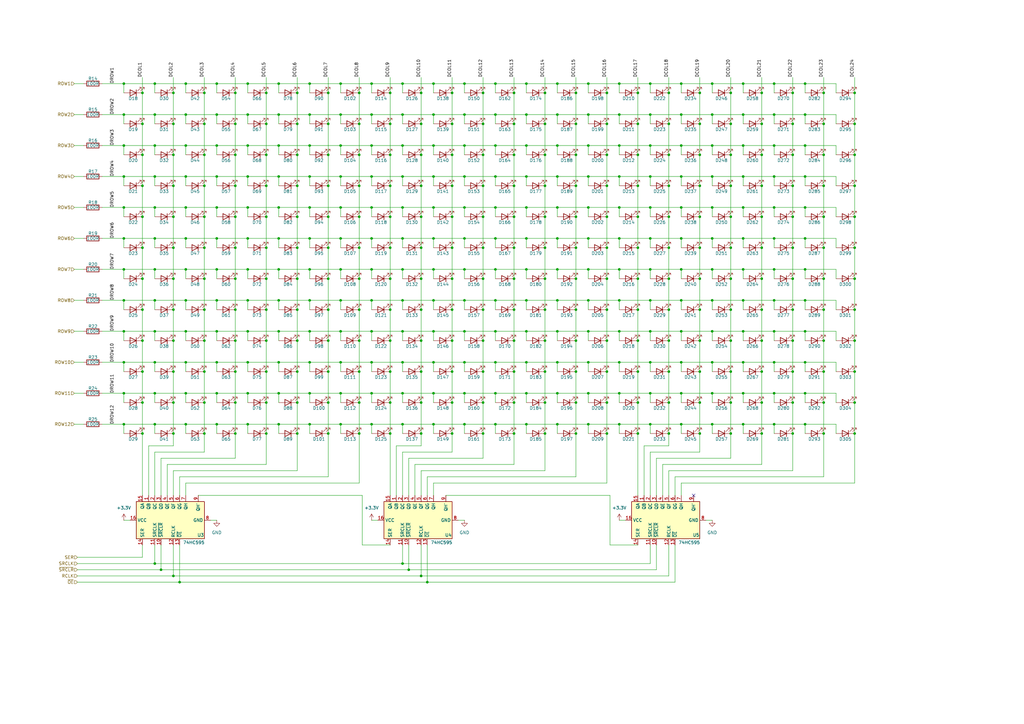
<source format=kicad_sch>
(kicad_sch (version 20250114) (generator "eeschema") (generator_version "9.0")
  (paper "A3")
  (title_block (title "Badge for RIOT Summit '25") (date "2025-08-03") (rev "0.1") (company "Marian Buschsieweke") (comment 1 "With lots of help from https://badge.team"))
  (junction (at 304.8 72.39))
  (junction (at 198.12 127))
  (junction (at 109.22 76.2))
  (junction (at 337.82 88.9))
  (junction (at 279.4 161.29))
  (junction (at 228.6 135.89))
  (junction (at 248.92 76.2))
  (junction (at 58.42 152.4))
  (junction (at 223.52 139.7))
  (junction (at 266.7 85.09))
  (junction (at 317.5 123.19))
  (junction (at 254 59.69))
  (junction (at 76.2 59.69))
  (junction (at 325.12 50.8))
  (junction (at 190.5 173.99))
  (junction (at 279.4 59.69))
  (junction (at 350.52 165.1))
  (junction (at 83.82 152.4))
  (junction (at 317.5 59.69))
  (junction (at 203.2 161.29))
  (junction (at 312.42 127))
  (junction (at 121.92 127))
  (junction (at 287.02 165.1))
  (junction (at 223.52 50.8))
  (junction (at 185.42 127))
  (junction (at 185.42 76.2))
  (junction (at 223.52 165.1))
  (junction (at 96.52 63.5))
  (junction (at 177.8 46.99))
  (junction (at 73.66 238.76))
  (junction (at 261.62 139.7))
  (junction (at 317.5 85.09))
  (junction (at 50.8 135.89))
  (junction (at 190.5 161.29))
  (junction (at 152.4 59.69))
  (junction (at 236.22 38.1))
  (junction (at 66.04 233.68))
  (junction (at 241.3 85.09))
  (junction (at 165.1 46.99))
  (junction (at 172.72 76.2))
  (junction (at 177.8 34.29))
  (junction (at 292.1 46.99))
  (junction (at 185.42 114.3))
  (junction (at 76.2 173.99))
  (junction (at 248.92 88.9))
  (junction (at 101.6 59.69))
  (junction (at 165.1 231.14))
  (junction (at 50.8 161.29))
  (junction (at 304.8 97.79))
  (junction (at 71.12 114.3))
  (junction (at 325.12 88.9))
  (junction (at 228.6 110.49))
  (junction (at 325.12 139.7))
  (junction (at 317.5 110.49))
  (junction (at 241.3 46.99))
  (junction (at 215.9 85.09))
  (junction (at 139.7 85.09))
  (junction (at 63.5 97.79))
  (junction (at 96.52 139.7))
  (junction (at 198.12 152.4))
  (junction (at 109.22 139.7))
  (junction (at 236.22 139.7))
  (junction (at 337.82 165.1))
  (junction (at 160.02 38.1))
  (junction (at 172.72 139.7))
  (junction (at 299.72 114.3))
  (junction (at 215.9 110.49))
  (junction (at 203.2 46.99))
  (junction (at 71.12 50.8))
  (junction (at 127 85.09))
  (junction (at 254 135.89))
  (junction (at 215.9 97.79))
  (junction (at 241.3 34.29))
  (junction (at 287.02 38.1))
  (junction (at 172.72 63.5))
  (junction (at 63.5 72.39))
  (junction (at 109.22 50.8))
  (junction (at 172.72 152.4))
  (junction (at 71.12 165.1))
  (junction (at 83.82 165.1))
  (junction (at 241.3 97.79))
  (junction (at 88.9 59.69))
  (junction (at 109.22 177.8))
  (junction (at 350.52 101.6))
  (junction (at 330.2 110.49))
  (junction (at 63.5 110.49))
  (junction (at 147.32 50.8))
  (junction (at 317.5 34.29))
  (junction (at 261.62 165.1))
  (junction (at 299.72 152.4))
  (junction (at 83.82 76.2))
  (junction (at 223.52 38.1))
  (junction (at 312.42 177.8))
  (junction (at 350.52 38.1))
  (junction (at 101.6 123.19))
  (junction (at 337.82 177.8))
  (junction (at 215.9 72.39))
  (junction (at 287.02 88.9))
  (junction (at 63.5 135.89))
  (junction (at 261.62 177.8))
  (junction (at 266.7 135.89))
  (junction (at 312.42 50.8))
  (junction (at 287.02 50.8))
  (junction (at 325.12 63.5))
  (junction (at 274.32 177.8))
  (junction (at 134.62 177.8))
  (junction (at 228.6 123.19))
  (junction (at 172.72 114.3))
  (junction (at 50.8 34.29))
  (junction (at 274.32 101.6))
  (junction (at 177.8 72.39))
  (junction (at 185.42 139.7))
  (junction (at 236.22 50.8))
  (junction (at 266.7 59.69))
  (junction (at 96.52 50.8))
  (junction (at 236.22 76.2))
  (junction (at 127 135.89))
  (junction (at 114.3 148.59))
  (junction (at 312.42 114.3))
  (junction (at 312.42 152.4))
  (junction (at 350.52 63.5))
  (junction (at 96.52 165.1))
  (junction (at 350.52 139.7))
  (junction (at 160.02 139.7))
  (junction (at 304.8 34.29))
  (junction (at 160.02 177.8))
  (junction (at 50.8 148.59))
  (junction (at 190.5 34.29))
  (junction (at 147.32 76.2))
  (junction (at 210.82 152.4))
  (junction (at 304.8 110.49))
  (junction (at 210.82 114.3))
  (junction (at 312.42 101.6))
  (junction (at 274.32 139.7))
  (junction (at 350.52 177.8))
  (junction (at 241.3 59.69))
  (junction (at 109.22 88.9))
  (junction (at 152.4 97.79))
  (junction (at 292.1 123.19))
  (junction (at 274.32 152.4))
  (junction (at 83.82 88.9))
  (junction (at 317.5 72.39))
  (junction (at 350.52 127))
  (junction (at 121.92 101.6))
  (junction (at 121.92 88.9))
  (junction (at 337.82 152.4))
  (junction (at 337.82 50.8))
  (junction (at 317.5 173.99))
  (junction (at 63.5 34.29))
  (junction (at 292.1 72.39))
  (junction (at 203.2 59.69))
  (junction (at 190.5 46.99))
  (junction (at 50.8 72.39))
  (junction (at 147.32 114.3))
  (junction (at 114.3 59.69))
  (junction (at 175.26 238.76))
  (junction (at 330.2 173.99))
  (junction (at 109.22 63.5))
  (junction (at 76.2 110.49))
  (junction (at 165.1 59.69))
  (junction (at 304.8 85.09))
  (junction (at 165.1 135.89))
  (junction (at 160.02 50.8))
  (junction (at 236.22 165.1))
  (junction (at 88.9 173.99))
  (junction (at 50.8 123.19))
  (junction (at 210.82 50.8))
  (junction (at 121.92 63.5))
  (junction (at 350.52 50.8))
  (junction (at 325.12 165.1))
  (junction (at 127 97.79))
  (junction (at 121.92 139.7))
  (junction (at 248.92 177.8))
  (junction (at 215.9 173.99))
  (junction (at 215.9 59.69))
  (junction (at 228.6 85.09))
  (junction (at 330.2 46.99))
  (junction (at 172.72 127))
  (junction (at 88.9 135.89))
  (junction (at 254 123.19))
  (junction (at 299.72 165.1))
  (junction (at 71.12 38.1))
  (junction (at 254 85.09))
  (junction (at 96.52 88.9))
  (junction (at 299.72 63.5))
  (junction (at 299.72 177.8))
  (junction (at 223.52 114.3))
  (junction (at 58.42 177.8))
  (junction (at 223.52 101.6))
  (junction (at 160.02 101.6))
  (junction (at 152.4 148.59))
  (junction (at 88.9 148.59))
  (junction (at 160.02 127))
  (junction (at 63.5 59.69))
  (junction (at 134.62 63.5))
  (junction (at 261.62 127))
  (junction (at 248.92 101.6))
  (junction (at 198.12 101.6))
  (junction (at 236.22 88.9))
  (junction (at 88.9 72.39))
  (junction (at 167.64 233.68))
  (junction (at 279.4 72.39))
  (junction (at 299.72 88.9))
  (junction (at 203.2 85.09))
  (junction (at 254 97.79))
  (junction (at 134.62 50.8))
  (junction (at 96.52 177.8))
  (junction (at 337.82 127))
  (junction (at 109.22 38.1))
  (junction (at 172.72 101.6))
  (junction (at 139.7 173.99))
  (junction (at 312.42 76.2))
  (junction (at 177.8 97.79))
  (junction (at 228.6 46.99))
  (junction (at 261.62 152.4))
  (junction (at 121.92 50.8))
  (junction (at 147.32 127))
  (junction (at 198.12 50.8))
  (junction (at 76.2 123.19))
  (junction (at 325.12 152.4))
  (junction (at 279.4 135.89))
  (junction (at 152.4 46.99))
  (junction (at 101.6 161.29))
  (junction (at 317.5 135.89))
  (junction (at 127 72.39))
  (junction (at 279.4 46.99))
  (junction (at 58.42 139.7))
  (junction (at 287.02 127))
  (junction (at 88.9 110.49))
  (junction (at 160.02 165.1))
  (junction (at 152.4 135.89))
  (junction (at 254 72.39))
  (junction (at 210.82 76.2))
  (junction (at 203.2 110.49))
  (junction (at 292.1 135.89))
  (junction (at 185.42 63.5))
  (junction (at 317.5 97.79))
  (junction (at 71.12 63.5))
  (junction (at 228.6 34.29))
  (junction (at 114.3 97.79))
  (junction (at 114.3 34.29))
  (junction (at 121.92 76.2))
  (junction (at 165.1 110.49))
  (junction (at 279.4 173.99))
  (junction (at 248.92 50.8))
  (junction (at 228.6 148.59))
  (junction (at 190.5 97.79))
  (junction (at 330.2 34.29))
  (junction (at 71.12 76.2))
  (junction (at 190.5 59.69))
  (junction (at 248.92 127))
  (junction (at 160.02 152.4))
  (junction (at 83.82 50.8))
  (junction (at 134.62 101.6))
  (junction (at 127 161.29))
  (junction (at 236.22 152.4))
  (junction (at 292.1 97.79))
  (junction (at 165.1 85.09))
  (junction (at 325.12 114.3))
  (junction (at 83.82 114.3))
  (junction (at 134.62 114.3))
  (junction (at 88.9 85.09))
  (junction (at 261.62 101.6))
  (junction (at 287.02 101.6))
  (junction (at 165.1 161.29))
  (junction (at 50.8 173.99))
  (junction (at 198.12 63.5))
  (junction (at 121.92 114.3))
  (junction (at 223.52 76.2))
  (junction (at 337.82 76.2))
  (junction (at 63.5 231.14))
  (junction (at 312.42 63.5))
  (junction (at 76.2 85.09))
  (junction (at 63.5 46.99))
  (junction (at 248.92 63.5))
  (junction (at 83.82 177.8))
  (junction (at 190.5 123.19))
  (junction (at 287.02 114.3))
  (junction (at 185.42 38.1))
  (junction (at 160.02 114.3))
  (junction (at 223.52 177.8))
  (junction (at 330.2 135.89))
  (junction (at 337.82 101.6))
  (junction (at 127 148.59))
  (junction (at 63.5 123.19))
  (junction (at 63.5 148.59))
  (junction (at 274.32 38.1))
  (junction (at 210.82 165.1))
  (junction (at 127 34.29))
  (junction (at 241.3 110.49))
  (junction (at 83.82 63.5))
  (junction (at 330.2 148.59))
  (junction (at 101.6 85.09))
  (junction (at 114.3 46.99))
  (junction (at 304.8 148.59))
  (junction (at 266.7 110.49))
  (junction (at 83.82 38.1))
  (junction (at 274.32 63.5))
  (junction (at 165.1 148.59))
  (junction (at 160.02 63.5))
  (junction (at 71.12 101.6))
  (junction (at 312.42 38.1))
  (junction (at 330.2 161.29))
  (junction (at 325.12 127))
  (junction (at 101.6 97.79))
  (junction (at 139.7 34.29))
  (junction (at 58.42 127))
  (junction (at 266.7 34.29))
  (junction (at 299.72 50.8))
  (junction (at 109.22 165.1))
  (junction (at 215.9 161.29))
  (junction (at 58.42 76.2))
  (junction (at 228.6 97.79))
  (junction (at 312.42 165.1))
  (junction (at 228.6 72.39))
  (junction (at 172.72 177.8))
  (junction (at 203.2 123.19))
  (junction (at 101.6 110.49))
  (junction (at 317.5 148.59))
  (junction (at 177.8 123.19))
  (junction (at 261.62 76.2))
  (junction (at 58.42 63.5))
  (junction (at 172.72 236.22))
  (junction (at 50.8 85.09))
  (junction (at 292.1 161.29))
  (junction (at 299.72 127))
  (junction (at 152.4 72.39))
  (junction (at 134.62 152.4))
  (junction (at 210.82 63.5))
  (junction (at 121.92 152.4))
  (junction (at 50.8 59.69))
  (junction (at 101.6 46.99))
  (junction (at 266.7 173.99))
  (junction (at 114.3 110.49))
  (junction (at 274.32 76.2))
  (junction (at 236.22 114.3))
  (junction (at 172.72 88.9))
  (junction (at 185.42 50.8))
  (junction (at 139.7 59.69))
  (junction (at 304.8 173.99))
  (junction (at 96.52 38.1))
  (junction (at 88.9 46.99))
  (junction (at 165.1 173.99))
  (junction (at 152.4 85.09))
  (junction (at 266.7 72.39))
  (junction (at 330.2 123.19))
  (junction (at 261.62 88.9))
  (junction (at 139.7 110.49))
  (junction (at 350.52 152.4))
  (junction (at 50.8 110.49))
  (junction (at 50.8 97.79))
  (junction (at 190.5 72.39))
  (junction (at 71.12 127))
  (junction (at 228.6 161.29))
  (junction (at 198.12 114.3))
  (junction (at 127 173.99))
  (junction (at 279.4 97.79))
  (junction (at 236.22 63.5))
  (junction (at 274.32 114.3))
  (junction (at 127 59.69))
  (junction (at 266.7 161.29))
  (junction (at 152.4 34.29))
  (junction (at 203.2 148.59))
  (junction (at 287.02 63.5))
  (junction (at 292.1 148.59))
  (junction (at 134.62 139.7))
  (junction (at 109.22 114.3))
  (junction (at 139.7 148.59))
  (junction (at 248.92 38.1))
  (junction (at 337.82 114.3))
  (junction (at 76.2 97.79))
  (junction (at 210.82 127))
  (junction (at 63.5 173.99))
  (junction (at 312.42 88.9))
  (junction (at 177.8 173.99))
  (junction (at 185.42 165.1))
  (junction (at 248.92 165.1))
  (junction (at 58.42 38.1))
  (junction (at 299.72 101.6))
  (junction (at 203.2 173.99))
  (junction (at 337.82 38.1))
  (junction (at 96.52 101.6))
  (junction (at 210.82 101.6))
  (junction (at 139.7 46.99))
  (junction (at 203.2 135.89))
  (junction (at 292.1 59.69))
  (junction (at 139.7 161.29))
  (junction (at 88.9 161.29))
  (junction (at 210.82 139.7))
  (junction (at 114.3 135.89))
  (junction (at 76.2 34.29))
  (junction (at 160.02 88.9))
  (junction (at 304.8 161.29))
  (junction (at 241.3 161.29))
  (junction (at 198.12 76.2))
  (junction (at 223.52 127))
  (junction (at 279.4 110.49))
  (junction (at 147.32 152.4))
  (junction (at 165.1 34.29))
  (junction (at 96.52 76.2))
  (junction (at 121.92 38.1))
  (junction (at 248.92 139.7))
  (junction (at 274.32 165.1))
  (junction (at 330.2 59.69))
  (junction (at 185.42 88.9))
  (junction (at 215.9 34.29))
  (junction (at 299.72 76.2))
  (junction (at 279.4 148.59))
  (junction (at 96.52 114.3))
  (junction (at 254 46.99))
  (junction (at 304.8 46.99))
  (junction (at 76.2 46.99))
  (junction (at 198.12 165.1))
  (junction (at 223.52 152.4))
  (junction (at 152.4 161.29))
  (junction (at 76.2 135.89))
  (junction (at 236.22 127))
  (junction (at 147.32 165.1))
  (junction (at 241.3 148.59))
  (junction (at 71.12 236.22))
  (junction (at 261.62 114.3))
  (junction (at 134.62 76.2))
  (junction (at 177.8 135.89))
  (junction (at 139.7 135.89))
  (junction (at 325.12 38.1))
  (junction (at 147.32 63.5))
  (junction (at 71.12 139.7))
  (junction (at 287.02 76.2))
  (junction (at 114.3 173.99))
  (junction (at 88.9 123.19))
  (junction (at 203.2 97.79))
  (junction (at 139.7 72.39))
  (junction (at 58.42 101.6))
  (junction (at 76.2 161.29))
  (junction (at 58.42 88.9))
  (junction (at 317.5 46.99))
  (junction (at 223.52 63.5))
  (junction (at 58.42 50.8))
  (junction (at 76.2 148.59))
  (junction (at 215.9 123.19))
  (junction (at 210.82 38.1))
  (junction (at 215.9 148.59))
  (junction (at 266.7 148.59))
  (junction (at 147.32 177.8))
  (junction (at 190.5 135.89))
  (junction (at 261.62 38.1))
  (junction (at 299.72 139.7))
  (junction (at 292.1 34.29))
  (junction (at 76.2 72.39))
  (junction (at 241.3 72.39))
  (junction (at 152.4 110.49))
  (junction (at 266.7 123.19))
  (junction (at 210.82 88.9))
  (junction (at 114.3 72.39))
  (junction (at 254 148.59))
  (junction (at 96.52 127))
  (junction (at 83.82 139.7))
  (junction (at 325.12 76.2))
  (junction (at 274.32 88.9))
  (junction (at 101.6 135.89))
  (junction (at 274.32 50.8))
  (junction (at 101.6 148.59))
  (junction (at 147.32 139.7))
  (junction (at 134.62 88.9))
  (junction (at 177.8 161.29))
  (junction (at 185.42 152.4))
  (junction (at 254 110.49))
  (junction (at 261.62 50.8))
  (junction (at 190.5 110.49))
  (junction (at 165.1 123.19))
  (junction (at 203.2 72.39))
  (junction (at 241.3 173.99))
  (junction (at 254 161.29))
  (junction (at 210.82 177.8))
  (junction (at 83.82 127))
  (junction (at 190.5 148.59))
  (junction (at 287.02 139.7))
  (junction (at 190.5 85.09))
  (junction (at 134.62 38.1))
  (junction (at 266.7 46.99))
  (junction (at 261.62 63.5))
  (junction (at 248.92 152.4))
  (junction (at 279.4 34.29))
  (junction (at 165.1 72.39))
  (junction (at 292.1 173.99))
  (junction (at 177.8 59.69))
  (junction (at 228.6 59.69))
  (junction (at 101.6 72.39))
  (junction (at 292.1 110.49))
  (junction (at 177.8 110.49))
  (junction (at 160.02 76.2))
  (junction (at 58.42 114.3))
  (junction (at 96.52 152.4))
  (junction (at 58.42 165.1))
  (junction (at 274.32 127))
  (junction (at 223.52 88.9))
  (junction (at 50.8 46.99))
  (junction (at 350.52 88.9))
  (junction (at 83.82 101.6))
  (junction (at 215.9 135.89))
  (junction (at 198.12 177.8))
  (junction (at 127 46.99))
  (junction (at 279.4 123.19))
  (junction (at 279.4 85.09))
  (junction (at 127 110.49))
  (junction (at 71.12 152.4))
  (junction (at 139.7 123.19))
  (junction (at 109.22 152.4))
  (junction (at 337.82 139.7))
  (junction (at 203.2 34.29))
  (junction (at 350.52 76.2))
  (junction (at 121.92 165.1))
  (junction (at 147.32 38.1))
  (junction (at 266.7 97.79))
  (junction (at 71.12 88.9))
  (junction (at 292.1 85.09))
  (junction (at 152.4 123.19))
  (junction (at 198.12 139.7))
  (junction (at 241.3 135.89))
  (junction (at 317.5 161.29))
  (junction (at 185.42 101.6))
  (junction (at 304.8 135.89))
  (junction (at 127 123.19))
  (junction (at 287.02 177.8))
  (junction (at 241.3 123.19))
  (junction (at 287.02 152.4))
  (junction (at 215.9 46.99))
  (junction (at 134.62 127))
  (junction (at 248.92 114.3))
  (junction (at 121.92 177.8))
  (junction (at 177.8 148.59))
  (junction (at 325.12 177.8))
  (junction (at 147.32 101.6))
  (junction (at 312.42 139.7))
  (junction (at 299.72 38.1))
  (junction (at 325.12 101.6))
  (junction (at 172.72 165.1))
  (junction (at 63.5 85.09))
  (junction (at 172.72 50.8))
  (junction (at 114.3 85.09))
  (junction (at 63.5 161.29))
  (junction (at 254 173.99))
  (junction (at 147.32 88.9))
  (junction (at 254 34.29))
  (junction (at 337.82 63.5))
  (junction (at 185.42 177.8))
  (junction (at 330.2 85.09))
  (junction (at 165.1 97.79))
  (junction (at 88.9 34.29))
  (junction (at 172.72 38.1))
  (junction (at 198.12 38.1))
  (junction (at 330.2 97.79))
  (junction (at 236.22 177.8))
  (junction (at 88.9 97.79))
  (junction (at 350.52 114.3))
  (junction (at 177.8 85.09))
  (junction (at 134.62 165.1))
  (junction (at 198.12 88.9))
  (junction (at 330.2 72.39))
  (junction (at 114.3 161.29))
  (junction (at 101.6 173.99))
  (junction (at 304.8 59.69))
  (junction (at 71.12 177.8))
  (junction (at 152.4 173.99))
  (junction (at 139.7 97.79))
  (junction (at 109.22 127))
  (junction (at 114.3 123.19))
  (junction (at 101.6 34.29))
  (junction (at 236.22 101.6))
  (junction (at 109.22 101.6))
  (junction (at 228.6 173.99))
  (junction (at 304.8 123.19))
  (no_connect (at 284.48 203.2))
  (wire (pts (xy 76.2 34.29) (xy 88.9 34.29)))
  (wire (pts (xy 312.42 63.5) (xy 312.42 76.2)))
  (wire (pts (xy 279.4 72.39) (xy 279.4 76.2)))
  (wire (pts (xy 266.7 85.09) (xy 279.4 85.09)))
  (wire (pts (xy 30.48 135.89) (xy 34.29 135.89)))
  (wire (pts (xy 58.42 127) (xy 58.42 139.7)))
  (wire (pts (xy 203.2 34.29) (xy 215.9 34.29)))
  (wire (pts (xy 165.1 46.99) (xy 177.8 46.99)))
  (wire (pts (xy 172.72 38.1) (xy 172.72 50.8)))
  (wire (pts (xy 287.02 38.1) (xy 287.02 50.8)))
  (wire (pts (xy 147.32 38.1) (xy 147.32 50.8)))
  (wire (pts (xy 165.1 72.39) (xy 165.1 76.2)))
  (wire (pts (xy 203.2 97.79) (xy 215.9 97.79)))
  (wire (pts (xy 203.2 72.39) (xy 215.9 72.39)))
  (wire (pts (xy 114.3 123.19) (xy 127 123.19)))
  (wire (pts (xy 228.6 161.29) (xy 241.3 161.29)))
  (wire (pts (xy 299.72 31.75) (xy 299.72 38.1)))
  (wire (pts (xy 134.62 139.7) (xy 134.62 152.4)))
  (wire (pts (xy 292.1 34.29) (xy 292.1 38.1)))
  (wire (pts (xy 198.12 165.1) (xy 198.12 177.8)))
  (wire (pts (xy 261.62 88.9) (xy 261.62 101.6)))
  (wire (pts (xy 274.32 236.22) (xy 274.32 223.52)))
  (wire (pts (xy 241.3 161.29) (xy 241.3 165.1)))
  (wire (pts (xy 292.1 123.19) (xy 292.1 127)))
  (wire (pts (xy 266.7 123.19) (xy 266.7 127)))
  (wire (pts (xy 83.82 114.3) (xy 83.82 127)))
  (wire (pts (xy 121.92 114.3) (xy 121.92 127)))
  (wire (pts (xy 160.02 50.8) (xy 160.02 63.5)))
  (wire (pts (xy 139.7 161.29) (xy 139.7 165.1)))
  (wire (pts (xy 279.4 161.29) (xy 292.1 161.29)))
  (wire (pts (xy 160.02 165.1) (xy 160.02 177.8)))
  (wire (pts (xy 228.6 85.09) (xy 241.3 85.09)))
  (wire (pts (xy 210.82 50.8) (xy 210.82 63.5)))
  (wire (pts (xy 177.8 123.19) (xy 190.5 123.19)))
  (wire (pts (xy 325.12 50.8) (xy 325.12 38.1)))
  (wire (pts (xy 96.52 50.8) (xy 96.52 63.5)))
  (wire (pts (xy 96.52 165.1) (xy 96.52 177.8)))
  (wire (pts (xy 165.1 59.69) (xy 165.1 63.5)))
  (wire (pts (xy 152.4 59.69) (xy 165.1 59.69)))
  (wire (pts (xy 30.48 148.59) (xy 34.29 148.59)))
  (wire (pts (xy 223.52 114.3) (xy 223.52 127)))
  (wire (pts (xy 101.6 46.99) (xy 114.3 46.99)))
  (wire (pts (xy 96.52 101.6) (xy 96.52 114.3)))
  (wire (pts (xy 254 85.09) (xy 266.7 85.09)))
  (wire (pts (xy 330.2 173.99) (xy 330.2 177.8)))
  (wire (pts (xy 330.2 110.49) (xy 342.9 110.49)))
  (wire (pts (xy 304.8 110.49) (xy 317.5 110.49)))
  (wire (pts (xy 165.1 123.19) (xy 165.1 127)))
  (wire (pts (xy 83.82 185.42) (xy 63.5 185.42)))
  (wire (pts (xy 254 72.39) (xy 266.7 72.39)))
  (wire (pts (xy 317.5 59.69) (xy 317.5 63.5)))
  (wire (pts (xy 63.5 135.89) (xy 76.2 135.89)))
  (wire (pts (xy 190.5 135.89) (xy 190.5 139.7)))
  (wire (pts (xy 215.9 72.39) (xy 228.6 72.39)))
  (wire (pts (xy 121.92 88.9) (xy 121.92 101.6)))
  (wire (pts (xy 350.52 50.8) (xy 350.52 38.1)))
  (wire (pts (xy 76.2 110.49) (xy 76.2 114.3)))
  (wire (pts (xy 248.92 88.9) (xy 248.92 101.6)))
  (wire (pts (xy 76.2 110.49) (xy 88.9 110.49)))
  (wire (pts (xy 203.2 161.29) (xy 203.2 165.1)))
  (wire (pts (xy 152.4 97.79) (xy 165.1 97.79)))
  (wire (pts (xy 76.2 85.09) (xy 76.2 88.9)))
  (wire (pts (xy 139.7 135.89) (xy 152.4 135.89)))
  (wire (pts (xy 330.2 97.79) (xy 330.2 101.6)))
  (wire (pts (xy 254 173.99) (xy 254 177.8)))
  (wire (pts (xy 279.4 135.89) (xy 279.4 139.7)))
  (wire (pts (xy 203.2 123.19) (xy 215.9 123.19)))
  (wire (pts (xy 165.1 231.14) (xy 266.7 231.14)))
  (wire (pts (xy 139.7 72.39) (xy 152.4 72.39)))
  (wire (pts (xy 134.62 165.1) (xy 134.62 177.8)))
  (wire (pts (xy 76.2 173.99) (xy 76.2 177.8)))
  (wire (pts (xy 172.72 127) (xy 172.72 139.7)))
  (wire (pts (xy 279.4 148.59) (xy 279.4 152.4)))
  (wire (pts (xy 160.02 31.75) (xy 160.02 38.1)))
  (wire (pts (xy 134.62 127) (xy 134.62 139.7)))
  (wire (pts (xy 172.72 139.7) (xy 172.72 152.4)))
  (wire (pts (xy 203.2 148.59) (xy 203.2 152.4)))
  (wire (pts (xy 203.2 148.59) (xy 215.9 148.59)))
  (wire (pts (xy 71.12 31.75) (xy 71.12 38.1)))
  (wire (pts (xy 160.02 139.7) (xy 160.02 152.4)))
  (wire (pts (xy 312.42 165.1) (xy 312.42 177.8)))
  (wire (pts (xy 96.52 152.4) (xy 96.52 165.1)))
  (wire (pts (xy 350.52 88.9) (xy 350.52 76.2)))
  (wire (pts (xy 121.92 101.6) (xy 121.92 114.3)))
  (wire (pts (xy 228.6 110.49) (xy 241.3 110.49)))
  (wire (pts (xy 185.42 152.4) (xy 185.42 165.1)))
  (wire (pts (xy 63.5 97.79) (xy 76.2 97.79)))
  (wire (pts (xy 109.22 88.9) (xy 109.22 101.6)))
  (wire (pts (xy 58.42 38.1) (xy 58.42 50.8)))
  (wire (pts (xy 241.3 59.69) (xy 254 59.69)))
  (wire (pts (xy 279.4 34.29) (xy 292.1 34.29)))
  (wire (pts (xy 177.8 59.69) (xy 190.5 59.69)))
  (wire (pts (xy 101.6 123.19) (xy 114.3 123.19)))
  (wire (pts (xy 190.5 34.29) (xy 203.2 34.29)))
  (wire (pts (xy 236.22 139.7) (xy 236.22 152.4)))
  (wire (pts (xy 134.62 76.2) (xy 134.62 88.9)))
  (wire (pts (xy 148.59 223.52) (xy 160.02 223.52)))
  (wire (pts (xy 114.3 123.19) (xy 114.3 127)))
  (wire (pts (xy 330.2 135.89) (xy 330.2 139.7)))
  (wire (pts (xy 304.8 123.19) (xy 304.8 127)))
  (wire (pts (xy 312.42 76.2) (xy 312.42 88.9)))
  (wire (pts (xy 190.5 123.19) (xy 190.5 127)))
  (wire (pts (xy 203.2 85.09) (xy 215.9 85.09)))
  (wire (pts (xy 127 85.09) (xy 139.7 85.09)))
  (wire (pts (xy 250.19 203.2) (xy 250.19 223.52)))
  (wire (pts (xy 279.4 59.69) (xy 279.4 63.5)))
  (wire (pts (xy 165.1 110.49) (xy 165.1 114.3)))
  (wire (pts (xy 114.3 85.09) (xy 127 85.09)))
  (wire (pts (xy 190.5 46.99) (xy 190.5 50.8)))
  (wire (pts (xy 304.8 34.29) (xy 304.8 38.1)))
  (wire (pts (xy 160.02 101.6) (xy 160.02 114.3)))
  (wire (pts (xy 177.8 173.99) (xy 190.5 173.99)))
  (wire (pts (xy 317.5 173.99) (xy 317.5 177.8)))
  (wire (pts (xy 83.82 31.75) (xy 83.82 38.1)))
  (wire (pts (xy 172.72 182.88) (xy 162.56 182.88)))
  (wire (pts (xy 330.2 123.19) (xy 330.2 127)))
  (wire (pts (xy 177.8 123.19) (xy 177.8 127)))
  (wire (pts (xy 241.3 85.09) (xy 241.3 88.9)))
  (wire (pts (xy 292.1 161.29) (xy 304.8 161.29)))
  (wire (pts (xy 254 161.29) (xy 266.7 161.29)))
  (wire (pts (xy 271.78 190.5) (xy 271.78 203.2)))
  (wire (pts (xy 114.3 148.59) (xy 127 148.59)))
  (wire (pts (xy 190.5 110.49) (xy 190.5 114.3)))
  (wire (pts (xy 261.62 38.1) (xy 261.62 50.8)))
  (wire (pts (xy 248.92 114.3) (xy 248.92 127)))
  (wire (pts (xy 228.6 72.39) (xy 241.3 72.39)))
  (wire (pts (xy 330.2 97.79) (xy 342.9 97.79)))
  (wire (pts (xy 287.02 50.8) (xy 287.02 63.5)))
  (wire (pts (xy 101.6 148.59) (xy 114.3 148.59)))
  (wire (pts (xy 63.5 85.09) (xy 63.5 88.9)))
  (wire (pts (xy 177.8 97.79) (xy 177.8 101.6)))
  (wire (pts (xy 304.8 110.49) (xy 304.8 114.3)))
  (wire (pts (xy 292.1 173.99) (xy 292.1 177.8)))
  (wire (pts (xy 215.9 110.49) (xy 228.6 110.49)))
  (wire (pts (xy 101.6 110.49) (xy 114.3 110.49)))
  (wire (pts (xy 350.52 63.5) (xy 350.52 50.8)))
  (wire (pts (xy 248.92 139.7) (xy 248.92 152.4)))
  (wire (pts (xy 317.5 97.79) (xy 330.2 97.79)))
  (wire (pts (xy 236.22 177.8) (xy 236.22 195.58)))
  (wire (pts (xy 248.92 198.12) (xy 177.8 198.12)))
  (wire (pts (xy 63.5 110.49) (xy 63.5 114.3)))
  (wire (pts (xy 266.7 231.14) (xy 266.7 223.52)))
  (wire (pts (xy 330.2 148.59) (xy 342.9 148.59)))
  (wire (pts (xy 261.62 114.3) (xy 261.62 127)))
  (wire (pts (xy 172.72 152.4) (xy 172.72 165.1)))
  (wire (pts (xy 160.02 152.4) (xy 160.02 165.1)))
  (wire (pts (xy 50.8 173.99) (xy 63.5 173.99)))
  (wire (pts (xy 114.3 135.89) (xy 114.3 139.7)))
  (wire (pts (xy 88.9 123.19) (xy 88.9 127)))
  (wire (pts (xy 266.7 161.29) (xy 279.4 161.29)))
  (wire (pts (xy 63.5 161.29) (xy 63.5 165.1)))
  (wire (pts (xy 228.6 97.79) (xy 228.6 101.6)))
  (wire (pts (xy 139.7 110.49) (xy 139.7 114.3)))
  (wire (pts (xy 88.9 59.69) (xy 88.9 63.5)))
  (wire (pts (xy 279.4 123.19) (xy 279.4 127)))
  (wire (pts (xy 304.8 148.59) (xy 304.8 152.4)))
  (wire (pts (xy 139.7 59.69) (xy 152.4 59.69)))
  (wire (pts (xy 330.2 173.99) (xy 342.9 173.99)))
  (wire (pts (xy 185.42 76.2) (xy 185.42 88.9)))
  (wire (pts (xy 71.12 177.8) (xy 71.12 182.88)))
  (wire (pts (xy 203.2 135.89) (xy 215.9 135.89)))
  (wire (pts (xy 139.7 173.99) (xy 139.7 177.8)))
  (wire (pts (xy 177.8 135.89) (xy 177.8 139.7)))
  (wire (pts (xy 215.9 161.29) (xy 215.9 165.1)))
  (wire (pts (xy 165.1 97.79) (xy 177.8 97.79)))
  (wire (pts (xy 41.91 72.39) (xy 50.8 72.39)))
  (wire (pts (xy 167.64 223.52) (xy 167.64 233.68)))
  (wire (pts (xy 342.9 85.09) (xy 342.9 88.9)))
  (wire (pts (xy 185.42 185.42) (xy 165.1 185.42)))
  (wire (pts (xy 152.4 213.36) (xy 154.94 213.36)))
  (wire (pts (xy 236.22 127) (xy 236.22 139.7)))
  (wire (pts (xy 165.1 72.39) (xy 177.8 72.39)))
  (wire (pts (xy 299.72 152.4) (xy 299.72 139.7)))
  (wire (pts (xy 88.9 46.99) (xy 88.9 50.8)))
  (wire (pts (xy 269.24 187.96) (xy 299.72 187.96)))
  (wire (pts (xy 127 110.49) (xy 127 114.3)))
  (wire (pts (xy 292.1 161.29) (xy 292.1 165.1)))
  (wire (pts (xy 50.8 72.39) (xy 63.5 72.39)))
  (wire (pts (xy 127 148.59) (xy 139.7 148.59)))
  (wire (pts (xy 228.6 85.09) (xy 228.6 88.9)))
  (wire (pts (xy 292.1 110.49) (xy 292.1 114.3)))
  (wire (pts (xy 274.32 182.88) (xy 264.16 182.88)))
  (wire (pts (xy 261.62 31.75) (xy 261.62 38.1)))
  (wire (pts (xy 215.9 110.49) (xy 215.9 114.3)))
  (wire (pts (xy 317.5 34.29) (xy 317.5 38.1)))
  (wire (pts (xy 266.7 46.99) (xy 266.7 50.8)))
  (wire (pts (xy 279.4 97.79) (xy 292.1 97.79)))
  (wire (pts (xy 261.62 76.2) (xy 261.62 88.9)))
  (wire (pts (xy 325.12 88.9) (xy 325.12 76.2)))
  (wire (pts (xy 152.4 173.99) (xy 165.1 173.99)))
  (wire (pts (xy 41.91 110.49) (xy 50.8 110.49)))
  (wire (pts (xy 337.82 31.75) (xy 337.82 38.1)))
  (wire (pts (xy 76.2 148.59) (xy 76.2 152.4)))
  (wire (pts (xy 274.32 101.6) (xy 274.32 114.3)))
  (wire (pts (xy 83.82 127) (xy 83.82 139.7)))
  (wire (pts (xy 76.2 46.99) (xy 76.2 50.8)))
  (wire (pts (xy 88.9 59.69) (xy 101.6 59.69)))
  (wire (pts (xy 312.42 139.7) (xy 312.42 152.4)))
  (wire (pts (xy 330.2 34.29) (xy 342.9 34.29)))
  (wire (pts (xy 203.2 173.99) (xy 215.9 173.99)))
  (wire (pts (xy 127 85.09) (xy 127 88.9)))
  (wire (pts (xy 241.3 46.99) (xy 241.3 50.8)))
  (wire (pts (xy 266.7 97.79) (xy 266.7 101.6)))
  (wire (pts (xy 241.3 72.39) (xy 241.3 76.2)))
  (wire (pts (xy 248.92 165.1) (xy 248.92 177.8)))
  (wire (pts (xy 127 110.49) (xy 139.7 110.49)))
  (wire (pts (xy 121.92 63.5) (xy 121.92 76.2)))
  (wire (pts (xy 269.24 203.2) (xy 269.24 187.96)))
  (wire (pts (xy 114.3 85.09) (xy 114.3 88.9)))
  (wire (pts (xy 304.8 59.69) (xy 317.5 59.69)))
  (wire (pts (xy 76.2 85.09) (xy 88.9 85.09)))
  (wire (pts (xy 299.72 63.5) (xy 299.72 50.8)))
  (wire (pts (xy 101.6 34.29) (xy 114.3 34.29)))
  (wire (pts (xy 317.5 135.89) (xy 317.5 139.7)))
  (wire (pts (xy 121.92 177.8) (xy 121.92 193.04)))
  (wire (pts (xy 50.8 46.99) (xy 50.8 50.8)))
  (wire (pts (xy 127 59.69) (xy 127 63.5)))
  (wire (pts (xy 88.9 97.79) (xy 88.9 101.6)))
  (wire (pts (xy 304.8 72.39) (xy 317.5 72.39)))
  (wire (pts (xy 127 97.79) (xy 127 101.6)))
  (wire (pts (xy 312.42 190.5) (xy 271.78 190.5)))
  (wire (pts (xy 139.7 110.49) (xy 152.4 110.49)))
  (wire (pts (xy 101.6 97.79) (xy 101.6 101.6)))
  (wire (pts (xy 215.9 85.09) (xy 228.6 85.09)))
  (wire (pts (xy 60.96 182.88) (xy 60.96 203.2)))
  (wire (pts (xy 165.1 34.29) (xy 165.1 38.1)))
  (wire (pts (xy 109.22 38.1) (xy 109.22 50.8)))
  (wire (pts (xy 274.32 88.9) (xy 274.32 101.6)))
  (wire (pts (xy 317.5 59.69) (xy 330.2 59.69)))
  (wire (pts (xy 223.52 38.1) (xy 223.52 50.8)))
  (wire (pts (xy 177.8 72.39) (xy 177.8 76.2)))
  (wire (pts (xy 114.3 148.59) (xy 114.3 152.4)))
  (wire (pts (xy 287.02 165.1) (xy 287.02 177.8)))
  (wire (pts (xy 177.8 161.29) (xy 177.8 165.1)))
  (wire (pts (xy 101.6 85.09) (xy 101.6 88.9)))
  (wire (pts (xy 241.3 110.49) (xy 241.3 114.3)))
  (wire (pts (xy 101.6 72.39) (xy 114.3 72.39)))
  (wire (pts (xy 86.36 213.36) (xy 88.9 213.36)))
  (wire (pts (xy 274.32 165.1) (xy 274.32 177.8)))
  (wire (pts (xy 152.4 148.59) (xy 165.1 148.59)))
  (wire (pts (xy 266.7 34.29) (xy 279.4 34.29)))
  (wire (pts (xy 71.12 152.4) (xy 71.12 165.1)))
  (wire (pts (xy 236.22 88.9) (xy 236.22 101.6)))
  (wire (pts (xy 41.91 46.99) (xy 50.8 46.99)))
  (wire (pts (xy 76.2 173.99) (xy 88.9 173.99)))
  (wire (pts (xy 274.32 31.75) (xy 274.32 38.1)))
  (wire (pts (xy 76.2 34.29) (xy 76.2 38.1)))
  (wire (pts (xy 299.72 114.3) (xy 299.72 101.6)))
  (wire (pts (xy 63.5 59.69) (xy 63.5 63.5)))
  (wire (pts (xy 76.2 161.29) (xy 76.2 165.1)))
  (wire (pts (xy 76.2 59.69) (xy 76.2 63.5)))
  (wire (pts (xy 198.12 88.9) (xy 198.12 101.6)))
  (wire (pts (xy 279.4 135.89) (xy 292.1 135.89)))
  (wire (pts (xy 121.92 50.8) (xy 121.92 63.5)))
  (wire (pts (xy 236.22 76.2) (xy 236.22 88.9)))
  (wire (pts (xy 185.42 101.6) (xy 185.42 114.3)))
  (wire (pts (xy 198.12 139.7) (xy 198.12 152.4)))
  (wire (pts (xy 101.6 59.69) (xy 101.6 63.5)))
  (wire (pts (xy 96.52 38.1) (xy 96.52 50.8)))
  (wire (pts (xy 76.2 135.89) (xy 76.2 139.7)))
  (wire (pts (xy 76.2 135.89) (xy 88.9 135.89)))
  (wire (pts (xy 254 72.39) (xy 254 76.2)))
  (wire (pts (xy 58.42 139.7) (xy 58.42 152.4)))
  (wire (pts (xy 287.02 101.6) (xy 287.02 114.3)))
  (wire (pts (xy 274.32 114.3) (xy 274.32 127)))
  (wire (pts (xy 139.7 161.29) (xy 152.4 161.29)))
  (wire (pts (xy 63.5 85.09) (xy 76.2 85.09)))
  (wire (pts (xy 31.75 231.14) (xy 63.5 231.14)))
  (wire (pts (xy 325.12 152.4) (xy 325.12 139.7)))
  (wire (pts (xy 223.52 101.6) (xy 223.52 114.3)))
  (wire (pts (xy 254 59.69) (xy 254 63.5)))
  (wire (pts (xy 279.4 148.59) (xy 292.1 148.59)))
  (wire (pts (xy 88.9 34.29) (xy 88.9 38.1)))
  (wire (pts (xy 254 161.29) (xy 254 165.1)))
  (wire (pts (xy 139.7 135.89) (xy 139.7 139.7)))
  (wire (pts (xy 109.22 31.75) (xy 109.22 38.1)))
  (wire (pts (xy 254 85.09) (xy 254 88.9)))
  (wire (pts (xy 299.72 88.9) (xy 299.72 76.2)))
  (wire (pts (xy 274.32 76.2) (xy 274.32 88.9)))
  (wire (pts (xy 165.1 110.49) (xy 177.8 110.49)))
  (wire (pts (xy 248.92 38.1) (xy 248.92 50.8)))
  (wire (pts (xy 266.7 173.99) (xy 279.4 173.99)))
  (wire (pts (xy 88.9 123.19) (xy 101.6 123.19)))
  (wire (pts (xy 165.1 123.19) (xy 177.8 123.19)))
  (wire (pts (xy 152.4 135.89) (xy 152.4 139.7)))
  (wire (pts (xy 127 135.89) (xy 139.7 135.89)))
  (wire (pts (xy 190.5 123.19) (xy 203.2 123.19)))
  (wire (pts (xy 88.9 72.39) (xy 101.6 72.39)))
  (wire (pts (xy 147.32 63.5) (xy 147.32 76.2)))
  (wire (pts (xy 139.7 148.59) (xy 139.7 152.4)))
  (wire (pts (xy 228.6 148.59) (xy 228.6 152.4)))
  (wire (pts (xy 266.7 148.59) (xy 279.4 148.59)))
  (wire (pts (xy 317.5 72.39) (xy 317.5 76.2)))
  (wire (pts (xy 266.7 59.69) (xy 266.7 63.5)))
  (wire (pts (xy 241.3 34.29) (xy 241.3 38.1)))
  (wire (pts (xy 325.12 63.5) (xy 325.12 50.8)))
  (wire (pts (xy 71.12 236.22) (xy 172.72 236.22)))
  (wire (pts (xy 317.5 46.99) (xy 317.5 50.8)))
  (wire (pts (xy 41.91 123.19) (xy 50.8 123.19)))
  (wire (pts (xy 198.12 76.2) (xy 198.12 88.9)))
  (wire (pts (xy 76.2 97.79) (xy 88.9 97.79)))
  (wire (pts (xy 292.1 135.89) (xy 304.8 135.89)))
  (wire (pts (xy 50.8 85.09) (xy 63.5 85.09)))
  (wire (pts (xy 109.22 139.7) (xy 109.22 152.4)))
  (wire (pts (xy 190.5 97.79) (xy 203.2 97.79)))
  (wire (pts (xy 279.4 34.29) (xy 279.4 38.1)))
  (wire (pts (xy 203.2 123.19) (xy 203.2 127)))
  (wire (pts (xy 147.32 114.3) (xy 147.32 127)))
  (wire (pts (xy 215.9 34.29) (xy 228.6 34.29)))
  (wire (pts (xy 152.4 161.29) (xy 152.4 165.1)))
  (wire (pts (xy 228.6 34.29) (xy 228.6 38.1)))
  (wire (pts (xy 210.82 38.1) (xy 210.82 50.8)))
  (wire (pts (xy 203.2 161.29) (xy 215.9 161.29)))
  (wire (pts (xy 241.3 72.39) (xy 254 72.39)))
  (wire (pts (xy 241.3 135.89) (xy 254 135.89)))
  (wire (pts (xy 139.7 97.79) (xy 152.4 97.79)))
  (wire (pts (xy 325.12 101.6) (xy 325.12 88.9)))
  (wire (pts (xy 228.6 110.49) (xy 228.6 114.3)))
  (wire (pts (xy 101.6 72.39) (xy 101.6 76.2)))
  (wire (pts (xy 63.5 148.59) (xy 63.5 152.4)))
  (wire (pts (xy 58.42 228.6) (xy 58.42 223.52)))
  (wire (pts (xy 190.5 148.59) (xy 203.2 148.59)))
  (wire (pts (xy 254 123.19) (xy 254 127)))
  (wire (pts (xy 134.62 195.58) (xy 73.66 195.58)))
  (wire (pts (xy 190.5 59.69) (xy 203.2 59.69)))
  (wire (pts (xy 83.82 50.8) (xy 83.82 63.5)))
  (wire (pts (xy 76.2 198.12) (xy 76.2 203.2)))
  (wire (pts (xy 203.2 135.89) (xy 203.2 139.7)))
  (wire (pts (xy 330.2 148.59) (xy 330.2 152.4)))
  (wire (pts (xy 342.9 148.59) (xy 342.9 152.4)))
  (wire (pts (xy 254 34.29) (xy 266.7 34.29)))
  (wire (pts (xy 241.3 161.29) (xy 254 161.29)))
  (wire (pts (xy 185.42 63.5) (xy 185.42 76.2)))
  (wire (pts (xy 147.32 177.8) (xy 147.32 198.12)))
  (wire (pts (xy 241.3 85.09) (xy 254 85.09)))
  (wire (pts (xy 139.7 148.59) (xy 152.4 148.59)))
  (wire (pts (xy 58.42 152.4) (xy 58.42 165.1)))
  (wire (pts (xy 96.52 187.96) (xy 66.04 187.96)))
  (wire (pts (xy 127 97.79) (xy 139.7 97.79)))
  (wire (pts (xy 121.92 31.75) (xy 121.92 38.1)))
  (wire (pts (xy 215.9 46.99) (xy 228.6 46.99)))
  (wire (pts (xy 177.8 148.59) (xy 190.5 148.59)))
  (wire (pts (xy 215.9 173.99) (xy 215.9 177.8)))
  (wire (pts (xy 215.9 72.39) (xy 215.9 76.2)))
  (wire (pts (xy 101.6 46.99) (xy 101.6 50.8)))
  (wire (pts (xy 236.22 195.58) (xy 175.26 195.58)))
  (wire (pts (xy 63.5 110.49) (xy 76.2 110.49)))
  (wire (pts (xy 190.5 135.89) (xy 203.2 135.89)))
  (wire (pts (xy 350.52 139.7) (xy 350.52 127)))
  (wire (pts (xy 325.12 139.7) (xy 325.12 127)))
  (wire (pts (xy 152.4 46.99) (xy 165.1 46.99)))
  (wire (pts (xy 342.9 135.89) (xy 342.9 139.7)))
  (wire (pts (xy 337.82 50.8) (xy 337.82 63.5)))
  (wire (pts (xy 266.7 72.39) (xy 279.4 72.39)))
  (wire (pts (xy 172.72 88.9) (xy 172.72 101.6)))
  (wire (pts (xy 30.48 46.99) (xy 34.29 46.99)))
  (wire (pts (xy 147.32 139.7) (xy 147.32 152.4)))
  (wire (pts (xy 312.42 114.3) (xy 312.42 127)))
  (wire (pts (xy 177.8 110.49) (xy 177.8 114.3)))
  (wire (pts (xy 114.3 110.49) (xy 114.3 114.3)))
  (wire (pts (xy 287.02 152.4) (xy 287.02 165.1)))
  (wire (pts (xy 167.64 233.68) (xy 269.24 233.68)))
  (wire (pts (xy 76.2 161.29) (xy 88.9 161.29)))
  (wire (pts (xy 266.7 46.99) (xy 279.4 46.99)))
  (wire (pts (xy 114.3 34.29) (xy 127 34.29)))
  (wire (pts (xy 279.4 72.39) (xy 292.1 72.39)))
  (wire (pts (xy 236.22 114.3) (xy 236.22 127)))
  (wire (pts (xy 241.3 34.29) (xy 254 34.29)))
  (wire (pts (xy 312.42 88.9) (xy 312.42 101.6)))
  (wire (pts (xy 63.5 123.19) (xy 63.5 127)))
  (wire (pts (xy 287.02 185.42) (xy 266.7 185.42)))
  (wire (pts (xy 101.6 135.89) (xy 101.6 139.7)))
  (wire (pts (xy 304.8 46.99) (xy 304.8 50.8)))
  (wire (pts (xy 41.91 148.59) (xy 50.8 148.59)))
  (wire (pts (xy 299.72 139.7) (xy 299.72 127)))
  (wire (pts (xy 210.82 190.5) (xy 170.18 190.5)))
  (wire (pts (xy 241.3 97.79) (xy 241.3 101.6)))
  (wire (pts (xy 223.52 193.04) (xy 172.72 193.04)))
  (wire (pts (xy 276.86 223.52) (xy 276.86 238.76)))
  (wire (pts (xy 147.32 88.9) (xy 147.32 101.6)))
  (wire (pts (xy 241.3 123.19) (xy 254 123.19)))
  (wire (pts (xy 215.9 173.99) (xy 228.6 173.99)))
  (wire (pts (xy 50.8 46.99) (xy 63.5 46.99)))
  (wire (pts (xy 134.62 63.5) (xy 134.62 76.2)))
  (wire (pts (xy 165.1 135.89) (xy 165.1 139.7)))
  (wire (pts (xy 337.82 195.58) (xy 276.86 195.58)))
  (wire (pts (xy 228.6 72.39) (xy 228.6 76.2)))
  (wire (pts (xy 203.2 97.79) (xy 203.2 101.6)))
  (wire (pts (xy 330.2 161.29) (xy 330.2 165.1)))
  (wire (pts (xy 210.82 165.1) (xy 210.82 177.8)))
  (wire (pts (xy 342.9 72.39) (xy 342.9 76.2)))
  (wire (pts (xy 287.02 63.5) (xy 287.02 76.2)))
  (wire (pts (xy 114.3 72.39) (xy 127 72.39)))
  (wire (pts (xy 254 97.79) (xy 266.7 97.79)))
  (wire (pts (xy 223.52 127) (xy 223.52 139.7)))
  (wire (pts (xy 248.92 63.5) (xy 248.92 76.2)))
  (wire (pts (xy 101.6 161.29) (xy 101.6 165.1)))
  (wire (pts (xy 312.42 31.75) (xy 312.42 38.1)))
  (wire (pts (xy 165.1 85.09) (xy 165.1 88.9)))
  (wire (pts (xy 83.82 152.4) (xy 83.82 165.1)))
  (wire (pts (xy 50.8 59.69) (xy 63.5 59.69)))
  (wire (pts (xy 30.48 97.79) (xy 34.29 97.79)))
  (wire (pts (xy 121.92 127) (xy 121.92 139.7)))
  (wire (pts (xy 190.5 72.39) (xy 190.5 76.2)))
  (wire (pts (xy 83.82 38.1) (xy 83.82 50.8)))
  (wire (pts (xy 210.82 31.75) (xy 210.82 38.1)))
  (wire (pts (xy 121.92 76.2) (xy 121.92 88.9)))
  (wire (pts (xy 139.7 72.39) (xy 139.7 76.2)))
  (wire (pts (xy 71.12 101.6) (xy 71.12 114.3)))
  (wire (pts (xy 241.3 173.99) (xy 241.3 177.8)))
  (wire (pts (xy 289.56 213.36) (xy 292.1 213.36)))
  (wire (pts (xy 264.16 182.88) (xy 264.16 203.2)))
  (wire (pts (xy 134.62 152.4) (xy 134.62 165.1)))
  (wire (pts (xy 279.4 161.29) (xy 279.4 165.1)))
  (wire (pts (xy 203.2 110.49) (xy 203.2 114.3)))
  (wire (pts (xy 71.12 182.88) (xy 60.96 182.88)))
  (wire (pts (xy 274.32 50.8) (xy 274.32 63.5)))
  (wire (pts (xy 172.72 31.75) (xy 172.72 38.1)))
  (wire (pts (xy 215.9 85.09) (xy 215.9 88.9)))
  (wire (pts (xy 261.62 177.8) (xy 261.62 203.2)))
  (wire (pts (xy 127 177.8) (xy 127 173.99)))
  (wire (pts (xy 342.9 173.99) (xy 342.9 177.8)))
  (wire (pts (xy 83.82 101.6) (xy 83.82 114.3)))
  (wire (pts (xy 261.62 101.6) (xy 261.62 114.3)))
  (wire (pts (xy 228.6 97.79) (xy 241.3 97.79)))
  (wire (pts (xy 266.7 135.89) (xy 279.4 135.89)))
  (wire (pts (xy 50.8 213.36) (xy 53.34 213.36)))
  (wire (pts (xy 190.5 148.59) (xy 190.5 152.4)))
  (wire (pts (xy 63.5 135.89) (xy 63.5 139.7)))
  (wire (pts (xy 63.5 34.29) (xy 76.2 34.29)))
  (wire (pts (xy 147.32 152.4) (xy 147.32 165.1)))
  (wire (pts (xy 68.58 190.5) (xy 68.58 203.2)))
  (wire (pts (xy 139.7 46.99) (xy 139.7 50.8)))
  (wire (pts (xy 185.42 38.1) (xy 185.42 50.8)))
  (wire (pts (xy 175.26 223.52) (xy 175.26 238.76)))
  (wire (pts (xy 41.91 97.79) (xy 50.8 97.79)))
  (wire (pts (xy 71.12 76.2) (xy 71.12 88.9)))
  (wire (pts (xy 254 123.19) (xy 266.7 123.19)))
  (wire (pts (xy 299.72 50.8) (xy 299.72 38.1)))
  (wire (pts (xy 241.3 135.89) (xy 241.3 139.7)))
  (wire (pts (xy 101.6 123.19) (xy 101.6 127)))
  (wire (pts (xy 198.12 63.5) (xy 198.12 76.2)))
  (wire (pts (xy 223.52 139.7) (xy 223.52 152.4)))
  (wire (pts (xy 31.75 238.76) (xy 73.66 238.76)))
  (wire (pts (xy 96.52 76.2) (xy 96.52 88.9)))
  (wire (pts (xy 203.2 59.69) (xy 203.2 63.5)))
  (wire (pts (xy 134.62 101.6) (xy 134.62 114.3)))
  (wire (pts (xy 350.52 152.4) (xy 350.52 139.7)))
  (wire (pts (xy 114.3 161.29) (xy 127 161.29)))
  (wire (pts (xy 325.12 114.3) (xy 325.12 101.6)))
  (wire (pts (xy 109.22 127) (xy 109.22 139.7)))
  (wire (pts (xy 203.2 46.99) (xy 215.9 46.99)))
  (wire (pts (xy 127 59.69) (xy 139.7 59.69)))
  (wire (pts (xy 76.2 46.99) (xy 88.9 46.99)))
  (wire (pts (xy 254 173.99) (xy 266.7 173.99)))
  (wire (pts (xy 63.5 97.79) (xy 63.5 101.6)))
  (wire (pts (xy 172.72 223.52) (xy 172.72 236.22)))
  (wire (pts (xy 165.1 135.89) (xy 177.8 135.89)))
  (wire (pts (xy 147.32 165.1) (xy 147.32 177.8)))
  (wire (pts (xy 63.5 148.59) (xy 76.2 148.59)))
  (wire (pts (xy 88.9 97.79) (xy 101.6 97.79)))
  (wire (pts (xy 147.32 101.6) (xy 147.32 114.3)))
  (wire (pts (xy 121.92 165.1) (xy 121.92 177.8)))
  (wire (pts (xy 228.6 123.19) (xy 228.6 127)))
  (wire (pts (xy 254 135.89) (xy 254 139.7)))
  (wire (pts (xy 304.8 135.89) (xy 304.8 139.7)))
  (wire (pts (xy 50.8 110.49) (xy 50.8 114.3)))
  (wire (pts (xy 279.4 110.49) (xy 279.4 114.3)))
  (wire (pts (xy 261.62 152.4) (xy 261.62 165.1)))
  (wire (pts (xy 30.48 59.69) (xy 34.29 59.69)))
  (wire (pts (xy 248.92 50.8) (xy 248.92 63.5)))
  (wire (pts (xy 236.22 165.1) (xy 236.22 177.8)))
  (wire (pts (xy 317.5 123.19) (xy 330.2 123.19)))
  (wire (pts (xy 127 161.29) (xy 139.7 161.29)))
  (wire (pts (xy 198.12 38.1) (xy 198.12 50.8)))
  (wire (pts (xy 236.22 31.75) (xy 236.22 38.1)))
  (wire (pts (xy 210.82 76.2) (xy 210.82 88.9)))
  (wire (pts (xy 304.8 97.79) (xy 304.8 101.6)))
  (wire (pts (xy 312.42 127) (xy 312.42 139.7)))
  (wire (pts (xy 317.5 110.49) (xy 330.2 110.49)))
  (wire (pts (xy 215.9 148.59) (xy 215.9 152.4)))
  (wire (pts (xy 292.1 148.59) (xy 292.1 152.4)))
  (wire (pts (xy 254 148.59) (xy 254 152.4)))
  (wire (pts (xy 190.5 85.09) (xy 203.2 85.09)))
  (wire (pts (xy 215.9 123.19) (xy 228.6 123.19)))
  (wire (pts (xy 50.8 135.89) (xy 63.5 135.89)))
  (wire (pts (xy 177.8 34.29) (xy 190.5 34.29)))
  (wire (pts (xy 203.2 85.09) (xy 203.2 88.9)))
  (wire (pts (xy 96.52 139.7) (xy 96.52 152.4)))
  (wire (pts (xy 50.8 161.29) (xy 63.5 161.29)))
  (wire (pts (xy 165.1 59.69) (xy 177.8 59.69)))
  (wire (pts (xy 30.48 173.99) (xy 34.29 173.99)))
  (wire (pts (xy 279.4 59.69) (xy 292.1 59.69)))
  (wire (pts (xy 350.52 31.75) (xy 350.52 38.1)))
  (wire (pts (xy 203.2 110.49) (xy 215.9 110.49)))
  (wire (pts (xy 279.4 110.49) (xy 292.1 110.49)))
  (wire (pts (xy 236.22 101.6) (xy 236.22 114.3)))
  (wire (pts (xy 88.9 161.29) (xy 101.6 161.29)))
  (wire (pts (xy 172.72 114.3) (xy 172.72 127)))
  (wire (pts (xy 325.12 193.04) (xy 325.12 177.8)))
  (wire (pts (xy 279.4 46.99) (xy 292.1 46.99)))
  (wire (pts (xy 292.1 72.39) (xy 304.8 72.39)))
  (wire (pts (xy 317.5 34.29) (xy 330.2 34.29)))
  (wire (pts (xy 76.2 123.19) (xy 88.9 123.19)))
  (wire (pts (xy 109.22 152.4) (xy 109.22 165.1)))
  (wire (pts (xy 71.12 139.7) (xy 71.12 152.4)))
  (wire (pts (xy 317.5 85.09) (xy 317.5 88.9)))
  (wire (pts (xy 83.82 76.2) (xy 83.82 88.9)))
  (wire (pts (xy 58.42 101.6) (xy 58.42 114.3)))
  (wire (pts (xy 134.62 88.9) (xy 134.62 101.6)))
  (wire (pts (xy 215.9 135.89) (xy 228.6 135.89)))
  (wire (pts (xy 63.5 59.69) (xy 76.2 59.69)))
  (wire (pts (xy 350.52 114.3) (xy 350.52 101.6)))
  (wire (pts (xy 266.7 110.49) (xy 266.7 114.3)))
  (wire (pts (xy 177.8 59.69) (xy 177.8 63.5)))
  (wire (pts (xy 101.6 135.89) (xy 114.3 135.89)))
  (wire (pts (xy 223.52 152.4) (xy 223.52 165.1)))
  (wire (pts (xy 83.82 177.8) (xy 83.82 185.42)))
  (wire (pts (xy 96.52 63.5) (xy 96.52 76.2)))
  (wire (pts (xy 190.5 34.29) (xy 190.5 38.1)))
  (wire (pts (xy 127 34.29) (xy 139.7 34.29)))
  (wire (pts (xy 254 110.49) (xy 254 114.3)))
  (wire (pts (xy 250.19 223.52) (xy 261.62 223.52)))
  (wire (pts (xy 304.8 161.29) (xy 304.8 165.1)))
  (wire (pts (xy 248.92 152.4) (xy 248.92 165.1)))
  (wire (pts (xy 228.6 123.19) (xy 241.3 123.19)))
  (wire (pts (xy 228.6 173.99) (xy 228.6 177.8)))
  (wire (pts (xy 41.91 173.99) (xy 50.8 173.99)))
  (wire (pts (xy 292.1 123.19) (xy 304.8 123.19)))
  (wire (pts (xy 241.3 59.69) (xy 241.3 63.5)))
  (wire (pts (xy 292.1 34.29) (xy 304.8 34.29)))
  (wire (pts (xy 241.3 148.59) (xy 254 148.59)))
  (wire (pts (xy 175.26 238.76) (xy 276.86 238.76)))
  (wire (pts (xy 241.3 173.99) (xy 254 173.99)))
  (wire (pts (xy 330.2 46.99) (xy 342.9 46.99)))
  (wire (pts (xy 215.9 97.79) (xy 215.9 101.6)))
  (wire (pts (xy 160.02 76.2) (xy 160.02 88.9)))
  (wire (pts (xy 330.2 85.09) (xy 330.2 88.9)))
  (wire (pts (xy 317.5 135.89) (xy 330.2 135.89)))
  (wire (pts (xy 152.4 34.29) (xy 152.4 38.1)))
  (wire (pts (xy 83.82 139.7) (xy 83.82 152.4)))
  (wire (pts (xy 50.8 59.69) (xy 50.8 63.5)))
  (wire (pts (xy 160.02 38.1) (xy 160.02 50.8)))
  (wire (pts (xy 177.8 72.39) (xy 190.5 72.39)))
  (wire (pts (xy 350.52 165.1) (xy 350.52 152.4)))
  (wire (pts (xy 185.42 127) (xy 185.42 139.7)))
  (wire (pts (xy 342.9 123.19) (xy 342.9 127)))
  (wire (pts (xy 177.8 173.99) (xy 177.8 177.8)))
  (wire (pts (xy 76.2 97.79) (xy 76.2 101.6)))
  (wire (pts (xy 31.75 233.68) (xy 66.04 233.68)))
  (wire (pts (xy 58.42 88.9) (xy 58.42 101.6)))
  (wire (pts (xy 88.9 173.99) (xy 101.6 173.99)))
  (wire (pts (xy 134.62 114.3) (xy 134.62 127)))
  (wire (pts (xy 172.72 165.1) (xy 172.72 177.8)))
  (wire (pts (xy 223.52 177.8) (xy 223.52 193.04)))
  (wire (pts (xy 30.48 85.09) (xy 34.29 85.09)))
  (wire (pts (xy 266.7 148.59) (xy 266.7 152.4)))
  (wire (pts (xy 109.22 190.5) (xy 68.58 190.5)))
  (wire (pts (xy 41.91 34.29) (xy 50.8 34.29)))
  (wire (pts (xy 342.9 34.29) (xy 342.9 38.1)))
  (wire (pts (xy 342.9 110.49) (xy 342.9 114.3)))
  (wire (pts (xy 325.12 127) (xy 325.12 114.3)))
  (wire (pts (xy 185.42 139.7) (xy 185.42 152.4)))
  (wire (pts (xy 96.52 31.75) (xy 96.52 38.1)))
  (wire (pts (xy 266.7 185.42) (xy 266.7 203.2)))
  (wire (pts (xy 177.8 97.79) (xy 190.5 97.79)))
  (wire (pts (xy 114.3 46.99) (xy 127 46.99)))
  (wire (pts (xy 266.7 161.29) (xy 266.7 165.1)))
  (wire (pts (xy 248.92 31.75) (xy 248.92 38.1)))
  (wire (pts (xy 203.2 72.39) (xy 203.2 76.2)))
  (wire (pts (xy 350.52 198.12) (xy 350.52 177.8)))
  (wire (pts (xy 71.12 50.8) (xy 71.12 63.5)))
  (wire (pts (xy 139.7 97.79) (xy 139.7 101.6)))
  (wire (pts (xy 210.82 114.3) (xy 210.82 127)))
  (wire (pts (xy 337.82 76.2) (xy 337.82 88.9)))
  (wire (pts (xy 198.12 31.75) (xy 198.12 38.1)))
  (wire (pts (xy 254 213.36) (xy 256.54 213.36)))
  (wire (pts (xy 198.12 187.96) (xy 167.64 187.96)))
  (wire (pts (xy 101.6 148.59) (xy 101.6 152.4)))
  (wire (pts (xy 152.4 34.29) (xy 165.1 34.29)))
  (wire (pts (xy 114.3 59.69) (xy 114.3 63.5)))
  (wire (pts (xy 76.2 72.39) (xy 88.9 72.39)))
  (wire (pts (xy 248.92 177.8) (xy 248.92 198.12)))
  (wire (pts (xy 304.8 173.99) (xy 304.8 177.8)))
  (wire (pts (xy 337.82 127) (xy 337.82 139.7)))
  (wire (pts (xy 147.32 127) (xy 147.32 139.7)))
  (wire (pts (xy 63.5 72.39) (xy 63.5 76.2)))
  (wire (pts (xy 121.92 193.04) (xy 71.12 193.04)))
  (wire (pts (xy 266.7 34.29) (xy 266.7 38.1)))
  (wire (pts (xy 83.82 165.1) (xy 83.82 177.8)))
  (wire (pts (xy 317.5 161.29) (xy 330.2 161.29)))
  (wire (pts (xy 152.4 72.39) (xy 165.1 72.39)))
  (wire (pts (xy 88.9 34.29) (xy 101.6 34.29)))
  (wire (pts (xy 88.9 110.49) (xy 101.6 110.49)))
  (wire (pts (xy 114.3 110.49) (xy 127 110.49)))
  (wire (pts (xy 299.72 177.8) (xy 299.72 165.1)))
  (wire (pts (xy 248.92 127) (xy 248.92 139.7)))
  (wire (pts (xy 337.82 177.8) (xy 337.82 195.58)))
  (wire (pts (xy 71.12 63.5) (xy 71.12 76.2)))
  (wire (pts (xy 88.9 72.39) (xy 88.9 76.2)))
  (wire (pts (xy 254 148.59) (xy 266.7 148.59)))
  (wire (pts (xy 312.42 38.1) (xy 312.42 50.8)))
  (wire (pts (xy 88.9 135.89) (xy 101.6 135.89)))
  (wire (pts (xy 198.12 50.8) (xy 198.12 63.5)))
  (wire (pts (xy 167.64 187.96) (xy 167.64 203.2)))
  (wire (pts (xy 254 110.49) (xy 266.7 110.49)))
  (wire (pts (xy 152.4 135.89) (xy 165.1 135.89)))
  (wire (pts (xy 160.02 88.9) (xy 160.02 101.6)))
  (wire (pts (xy 152.4 97.79) (xy 152.4 101.6)))
  (wire (pts (xy 134.62 31.75) (xy 134.62 38.1)))
  (wire (pts (xy 66.04 223.52) (xy 66.04 233.68)))
  (wire (pts (xy 177.8 46.99) (xy 190.5 46.99)))
  (wire (pts (xy 287.02 139.7) (xy 287.02 152.4)))
  (wire (pts (xy 127 123.19) (xy 127 127)))
  (wire (pts (xy 66.04 187.96) (xy 66.04 203.2)))
  (wire (pts (xy 279.4 198.12) (xy 350.52 198.12)))
  (wire (pts (xy 292.1 59.69) (xy 292.1 63.5)))
  (wire (pts (xy 337.82 38.1) (xy 337.82 50.8)))
  (wire (pts (xy 182.88 203.2) (xy 250.19 203.2)))
  (wire (pts (xy 223.52 76.2) (xy 223.52 88.9)))
  (wire (pts (xy 50.8 123.19) (xy 50.8 127)))
  (wire (pts (xy 299.72 76.2) (xy 299.72 63.5)))
  (wire (pts (xy 228.6 59.69) (xy 228.6 63.5)))
  (wire (pts (xy 71.12 38.1) (xy 71.12 50.8)))
  (wire (pts (xy 139.7 123.19) (xy 152.4 123.19)))
  (wire (pts (xy 63.5 231.14) (xy 165.1 231.14)))
  (wire (pts (xy 127 72.39) (xy 127 76.2)))
  (wire (pts (xy 109.22 76.2) (xy 109.22 88.9)))
  (wire (pts (xy 50.8 72.39) (xy 50.8 76.2)))
  (wire (pts (xy 50.8 148.59) (xy 50.8 152.4)))
  (wire (pts (xy 134.62 38.1) (xy 134.62 50.8)))
  (wire (pts (xy 210.82 127) (xy 210.82 139.7)))
  (wire (pts (xy 63.5 72.39) (xy 76.2 72.39)))
  (wire (pts (xy 127 46.99) (xy 139.7 46.99)))
  (wire (pts (xy 76.2 72.39) (xy 76.2 76.2)))
  (wire (pts (xy 127 148.59) (xy 127 152.4)))
  (wire (pts (xy 58.42 31.75) (xy 58.42 38.1)))
  (wire (pts (xy 350.52 177.8) (xy 350.52 165.1)))
  (wire (pts (xy 172.72 63.5) (xy 172.72 76.2)))
  (wire (pts (xy 109.22 63.5) (xy 109.22 76.2)))
  (wire (pts (xy 330.2 85.09) (xy 342.9 85.09)))
  (wire (pts (xy 165.1 223.52) (xy 165.1 231.14)))
  (wire (pts (xy 210.82 101.6) (xy 210.82 114.3)))
  (wire (pts (xy 350.52 101.6) (xy 350.52 88.9)))
  (wire (pts (xy 71.12 88.9) (xy 71.12 101.6)))
  (wire (pts (xy 165.1 161.29) (xy 165.1 165.1)))
  (wire (pts (xy 73.66 238.76) (xy 175.26 238.76)))
  (wire (pts (xy 254 34.29) (xy 254 38.1)))
  (wire (pts (xy 63.5 46.99) (xy 76.2 46.99)))
  (wire (pts (xy 160.02 63.5) (xy 160.02 76.2)))
  (wire (pts (xy 279.4 46.99) (xy 279.4 50.8)))
  (wire (pts (xy 215.9 123.19) (xy 215.9 127)))
  (wire (pts (xy 101.6 110.49) (xy 101.6 114.3)))
  (wire (pts (xy 50.8 97.79) (xy 50.8 101.6)))
  (wire (pts (xy 88.9 148.59) (xy 88.9 152.4)))
  (wire (pts (xy 223.52 88.9) (xy 223.52 101.6)))
  (wire (pts (xy 317.5 161.29) (xy 317.5 165.1)))
  (wire (pts (xy 292.1 46.99) (xy 304.8 46.99)))
  (wire (pts (xy 190.5 161.29) (xy 203.2 161.29)))
  (wire (pts (xy 71.12 193.04) (xy 71.12 203.2)))
  (wire (pts (xy 30.48 123.19) (xy 34.29 123.19)))
  (wire (pts (xy 58.42 50.8) (xy 58.42 63.5)))
  (wire (pts (xy 190.5 173.99) (xy 203.2 173.99)))
  (wire (pts (xy 109.22 50.8) (xy 109.22 63.5)))
  (wire (pts (xy 190.5 46.99) (xy 203.2 46.99)))
  (wire (pts (xy 160.02 127) (xy 160.02 139.7)))
  (wire (pts (xy 304.8 85.09) (xy 304.8 88.9)))
  (wire (pts (xy 31.75 236.22) (xy 71.12 236.22)))
  (wire (pts (xy 241.3 46.99) (xy 254 46.99)))
  (wire (pts (xy 96.52 177.8) (xy 96.52 187.96)))
  (wire (pts (xy 162.56 182.88) (xy 162.56 203.2)))
  (wire (pts (xy 279.4 123.19) (xy 292.1 123.19)))
  (wire (pts (xy 312.42 101.6) (xy 312.42 114.3)))
  (wire (pts (xy 248.92 101.6) (xy 248.92 114.3)))
  (wire (pts (xy 198.12 114.3) (xy 198.12 127)))
  (wire (pts (xy 127 123.19) (xy 139.7 123.19)))
  (wire (pts (xy 114.3 97.79) (xy 114.3 101.6)))
  (wire (pts (xy 160.02 177.8) (xy 160.02 203.2)))
  (wire (pts (xy 312.42 50.8) (xy 312.42 63.5)))
  (wire (pts (xy 139.7 85.09) (xy 139.7 88.9)))
  (wire (pts (xy 165.1 173.99) (xy 177.8 173.99)))
  (wire (pts (xy 165.1 148.59) (xy 177.8 148.59)))
  (wire (pts (xy 215.9 148.59) (xy 228.6 148.59)))
  (wire (pts (xy 73.66 195.58) (xy 73.66 203.2)))
  (wire (pts (xy 96.52 114.3) (xy 96.52 127)))
  (wire (pts (xy 63.5 123.19) (xy 76.2 123.19)))
  (wire (pts (xy 177.8 85.09) (xy 177.8 88.9)))
  (wire (pts (xy 127 135.89) (xy 127 139.7)))
  (wire (pts (xy 266.7 85.09) (xy 266.7 88.9)))
  (wire (pts (xy 121.92 152.4) (xy 121.92 165.1)))
  (wire (pts (xy 121.92 38.1) (xy 121.92 50.8)))
  (wire (pts (xy 177.8 46.99) (xy 177.8 50.8)))
  (wire (pts (xy 127 161.29) (xy 127 165.1)))
  (wire (pts (xy 152.4 110.49) (xy 152.4 114.3)))
  (wire (pts (xy 317.5 123.19) (xy 317.5 127)))
  (wire (pts (xy 165.1 173.99) (xy 165.1 177.8)))
  (wire (pts (xy 58.42 63.5) (xy 58.42 76.2)))
  (wire (pts (xy 185.42 114.3) (xy 185.42 127)))
  (wire (pts (xy 88.9 85.09) (xy 101.6 85.09)))
  (wire (pts (xy 228.6 34.29) (xy 241.3 34.29)))
  (wire (pts (xy 304.8 123.19) (xy 317.5 123.19)))
  (wire (pts (xy 109.22 165.1) (xy 109.22 177.8)))
  (wire (pts (xy 330.2 72.39) (xy 342.9 72.39)))
  (wire (pts (xy 325.12 165.1) (xy 325.12 152.4)))
  (wire (pts (xy 292.1 135.89) (xy 292.1 139.7)))
  (wire (pts (xy 241.3 110.49) (xy 254 110.49)))
  (wire (pts (xy 330.2 72.39) (xy 330.2 76.2)))
  (wire (pts (xy 210.82 177.8) (xy 210.82 190.5)))
  (wire (pts (xy 312.42 177.8) (xy 312.42 190.5)))
  (wire (pts (xy 287.02 114.3) (xy 287.02 127)))
  (wire (pts (xy 41.91 85.09) (xy 50.8 85.09)))
  (wire (pts (xy 274.32 63.5) (xy 274.32 76.2)))
  (wire (pts (xy 350.52 127) (xy 350.52 114.3)))
  (wire (pts (xy 312.42 152.4) (xy 312.42 165.1)))
  (wire (pts (xy 114.3 72.39) (xy 114.3 76.2)))
  (wire (pts (xy 317.5 72.39) (xy 330.2 72.39)))
  (wire (pts (xy 279.4 173.99) (xy 292.1 173.99)))
  (wire (pts (xy 177.8 34.29) (xy 177.8 38.1)))
  (wire (pts (xy 287.02 88.9) (xy 287.02 101.6)))
  (wire (pts (xy 139.7 34.29) (xy 139.7 38.1)))
  (wire (pts (xy 172.72 177.8) (xy 172.72 182.88)))
  (wire (pts (xy 139.7 34.29) (xy 152.4 34.29)))
  (wire (pts (xy 210.82 139.7) (xy 210.82 152.4)))
  (wire (pts (xy 147.32 76.2) (xy 147.32 88.9)))
  (wire (pts (xy 50.8 135.89) (xy 50.8 139.7)))
  (wire (pts (xy 337.82 101.6) (xy 337.82 114.3)))
  (wire (pts (xy 274.32 177.8) (xy 274.32 182.88)))
  (wire (pts (xy 101.6 161.29) (xy 114.3 161.29)))
  (wire (pts (xy 152.4 46.99) (xy 152.4 50.8)))
  (wire (pts (xy 330.2 110.49) (xy 330.2 114.3)))
  (wire (pts (xy 30.48 34.29) (xy 34.29 34.29)))
  (wire (pts (xy 30.48 110.49) (xy 34.29 110.49)))
  (wire (pts (xy 165.1 46.99) (xy 165.1 50.8)))
  (wire (pts (xy 325.12 177.8) (xy 325.12 165.1)))
  (wire (pts (xy 30.48 72.39) (xy 34.29 72.39)))
  (wire (pts (xy 337.82 114.3) (xy 337.82 127)))
  (wire (pts (xy 266.7 110.49) (xy 279.4 110.49)))
  (wire (pts (xy 223.52 31.75) (xy 223.52 38.1)))
  (wire (pts (xy 185.42 177.8) (xy 185.42 185.42)))
  (wire (pts (xy 274.32 193.04) (xy 325.12 193.04)))
  (wire (pts (xy 148.59 203.2) (xy 148.59 223.52)))
  (wire (pts (xy 66.04 233.68) (xy 167.64 233.68)))
  (wire (pts (xy 330.2 59.69) (xy 330.2 63.5)))
  (wire (pts (xy 266.7 123.19) (xy 279.4 123.19)))
  (wire (pts (xy 139.7 85.09) (xy 152.4 85.09)))
  (wire (pts (xy 241.3 123.19) (xy 241.3 127)))
  (wire (pts (xy 292.1 85.09) (xy 292.1 88.9)))
  (wire (pts (xy 152.4 123.19) (xy 165.1 123.19)))
  (wire (pts (xy 185.42 88.9) (xy 185.42 101.6)))
  (wire (pts (xy 274.32 38.1) (xy 274.32 50.8)))
  (wire (pts (xy 304.8 148.59) (xy 317.5 148.59)))
  (wire (pts (xy 276.86 195.58) (xy 276.86 203.2)))
  (wire (pts (xy 172.72 236.22) (xy 274.32 236.22)))
  (wire (pts (xy 177.8 161.29) (xy 190.5 161.29)))
  (wire (pts (xy 317.5 173.99) (xy 330.2 173.99)))
  (wire (pts (xy 152.4 110.49) (xy 165.1 110.49)))
  (wire (pts (xy 236.22 38.1) (xy 236.22 50.8)))
  (wire (pts (xy 269.24 233.68) (xy 269.24 223.52)))
  (wire (pts (xy 71.12 127) (xy 71.12 139.7)))
  (wire (pts (xy 304.8 72.39) (xy 304.8 76.2)))
  (wire (pts (xy 198.12 101.6) (xy 198.12 114.3)))
  (wire (pts (xy 139.7 173.99) (xy 152.4 173.99)))
  (wire (pts (xy 299.72 127) (xy 299.72 114.3)))
  (wire (pts (xy 81.28 203.2) (xy 148.59 203.2)))
  (wire (pts (xy 342.9 97.79) (xy 342.9 101.6)))
  (wire (pts (xy 198.12 152.4) (xy 198.12 165.1)))
  (wire (pts (xy 228.6 148.59) (xy 241.3 148.59)))
  (wire (pts (xy 177.8 148.59) (xy 177.8 152.4)))
  (wire (pts (xy 317.5 110.49) (xy 317.5 114.3)))
  (wire (pts (xy 215.9 135.89) (xy 215.9 139.7)))
  (wire (pts (xy 165.1 85.09) (xy 177.8 85.09)))
  (wire (pts (xy 177.8 198.12) (xy 177.8 203.2)))
  (wire (pts (xy 317.5 97.79) (xy 317.5 101.6)))
  (wire (pts (xy 101.6 34.29) (xy 101.6 38.1)))
  (wire (pts (xy 58.42 165.1) (xy 58.42 177.8)))
  (wire (pts (xy 50.8 34.29) (xy 50.8 38.1)))
  (wire (pts (xy 190.5 110.49) (xy 203.2 110.49)))
  (wire (pts (xy 121.92 139.7) (xy 121.92 152.4)))
  (wire (pts (xy 50.8 34.29) (xy 63.5 34.29)))
  (wire (pts (xy 31.75 228.6) (xy 58.42 228.6)))
  (wire (pts (xy 299.72 101.6) (xy 299.72 88.9)))
  (wire (pts (xy 152.4 85.09) (xy 165.1 85.09)))
  (wire (pts (xy 236.22 50.8) (xy 236.22 63.5)))
  (wire (pts (xy 330.2 34.29) (xy 330.2 38.1)))
  (wire (pts (xy 215.9 97.79) (xy 228.6 97.79)))
  (wire (pts (xy 41.91 135.89) (xy 50.8 135.89)))
  (wire (pts (xy 337.82 88.9) (xy 337.82 101.6)))
  (wire (pts (xy 109.22 101.6) (xy 109.22 114.3)))
  (wire (pts (xy 215.9 161.29) (xy 228.6 161.29)))
  (wire (pts (xy 215.9 34.29) (xy 215.9 38.1)))
  (wire (pts (xy 114.3 97.79) (xy 127 97.79)))
  (wire (pts (xy 279.4 97.79) (xy 279.4 101.6)))
  (wire (pts (xy 330.2 46.99) (xy 330.2 50.8)))
  (wire (pts (xy 190.5 59.69) (xy 190.5 63.5)))
  (wire (pts (xy 50.8 85.09) (xy 50.8 88.9)))
  (wire (pts (xy 304.8 59.69) (xy 304.8 63.5)))
  (wire (pts (xy 266.7 173.99) (xy 266.7 177.8)))
  (wire (pts (xy 190.5 173.99) (xy 190.5 177.8)))
  (wire (pts (xy 274.32 139.7) (xy 274.32 152.4)))
  (wire (pts (xy 292.1 46.99) (xy 292.1 50.8)))
  (wire (pts (xy 41.91 161.29) (xy 50.8 161.29)))
  (wire (pts (xy 330.2 135.89) (xy 342.9 135.89)))
  (wire (pts (xy 134.62 177.8) (xy 134.62 195.58)))
  (wire (pts (xy 261.62 127) (xy 261.62 139.7)))
  (wire (pts (xy 223.52 63.5) (xy 223.52 76.2)))
  (wire (pts (xy 292.1 72.39) (xy 292.1 76.2)))
  (wire (pts (xy 88.9 85.09) (xy 88.9 88.9)))
  (wire (pts (xy 254 46.99) (xy 266.7 46.99)))
  (wire (pts (xy 292.1 59.69) (xy 304.8 59.69)))
  (wire (pts (xy 76.2 59.69) (xy 88.9 59.69)))
  (wire (pts (xy 50.8 148.59) (xy 63.5 148.59)))
  (wire (pts (xy 304.8 173.99) (xy 317.5 173.99)))
  (wire (pts (xy 88.9 161.29) (xy 88.9 165.1)))
  (wire (pts (xy 185.42 50.8) (xy 185.42 63.5)))
  (wire (pts (xy 287.02 76.2) (xy 287.02 88.9)))
  (wire (pts (xy 152.4 123.19) (xy 152.4 127)))
  (wire (pts (xy 241.3 97.79) (xy 254 97.79)))
  (wire (pts (xy 203.2 34.29) (xy 203.2 38.1)))
  (wire (pts (xy 292.1 97.79) (xy 304.8 97.79)))
  (wire (pts (xy 210.82 88.9) (xy 210.82 101.6)))
  (wire (pts (xy 274.32 127) (xy 274.32 139.7)))
  (wire (pts (xy 337.82 165.1) (xy 337.82 177.8)))
  (wire (pts (xy 109.22 177.8) (xy 109.22 190.5)))
  (wire (pts (xy 165.1 148.59) (xy 165.1 152.4)))
  (wire (pts (xy 63.5 34.29) (xy 63.5 38.1)))
  (wire (pts (xy 50.8 161.29) (xy 50.8 165.1)))
  (wire (pts (xy 76.2 123.19) (xy 76.2 127)))
  (wire (pts (xy 139.7 59.69) (xy 139.7 63.5)))
  (wire (pts (xy 325.12 76.2) (xy 325.12 63.5)))
  (wire (pts (xy 50.8 97.79) (xy 63.5 97.79)))
  (wire (pts (xy 71.12 223.52) (xy 71.12 236.22)))
  (wire (pts (xy 228.6 173.99) (xy 241.3 173.99)))
  (wire (pts (xy 223.52 50.8) (xy 223.52 63.5)))
  (wire (pts (xy 71.12 114.3) (xy 71.12 127)))
  (wire (pts (xy 228.6 135.89) (xy 241.3 135.89)))
  (wire (pts (xy 266.7 135.89) (xy 266.7 139.7)))
  (wire (pts (xy 274.32 152.4) (xy 274.32 165.1)))
  (wire (pts (xy 175.26 195.58) (xy 175.26 203.2)))
  (wire (pts (xy 330.2 161.29) (xy 342.9 161.29)))
  (wire (pts (xy 254 59.69) (xy 266.7 59.69)))
  (wire (pts (xy 170.18 190.5) (xy 170.18 203.2)))
  (wire (pts (xy 172.72 193.04) (xy 172.72 203.2)))
  (wire (pts (xy 236.22 63.5) (xy 236.22 76.2)))
  (wire (pts (xy 325.12 31.75) (xy 325.12 38.1)))
  (wire (pts (xy 139.7 46.99) (xy 152.4 46.99)))
  (wire (pts (xy 228.6 46.99) (xy 228.6 50.8)))
  (wire (pts (xy 101.6 59.69) (xy 114.3 59.69)))
  (wire (pts (xy 134.62 50.8) (xy 134.62 63.5)))
  (wire (pts (xy 139.7 123.19) (xy 139.7 127)))
  (wire (pts (xy 330.2 59.69) (xy 342.9 59.69)))
  (wire (pts (xy 177.8 85.09) (xy 190.5 85.09)))
  (wire (pts (xy 266.7 97.79) (xy 279.4 97.79)))
  (wire (pts (xy 88.9 110.49) (xy 88.9 114.3)))
  (wire (pts (xy 330.2 123.19) (xy 342.9 123.19)))
  (wire (pts (xy 190.5 85.09) (xy 190.5 88.9)))
  (wire (pts (xy 88.9 173.99) (xy 88.9 177.8)))
  (wire (pts (xy 190.5 97.79) (xy 190.5 101.6)))
  (wire (pts (xy 292.1 173.99) (xy 304.8 173.99)))
  (wire (pts (xy 165.1 97.79) (xy 165.1 101.6)))
  (wire (pts (xy 261.62 63.5) (xy 261.62 76.2)))
  (wire (pts (xy 88.9 148.59) (xy 101.6 148.59)))
  (wire (pts (xy 172.72 50.8) (xy 172.72 63.5)))
  (wire (pts (xy 299.72 187.96) (xy 299.72 177.8)))
  (wire (pts (xy 304.8 34.29) (xy 317.5 34.29)))
  (wire (pts (xy 127 72.39) (xy 139.7 72.39)))
  (wire (pts (xy 198.12 127) (xy 198.12 139.7)))
  (wire (pts (xy 215.9 59.69) (xy 215.9 63.5)))
  (wire (pts (xy 215.9 46.99) (xy 215.9 50.8)))
  (wire (pts (xy 210.82 63.5) (xy 210.82 76.2)))
  (wire (pts (xy 114.3 46.99) (xy 114.3 50.8)))
  (wire (pts (xy 127 173.99) (xy 139.7 173.99)))
  (wire (pts (xy 63.5 46.99) (xy 63.5 50.8)))
  (wire (pts (xy 187.96 213.36) (xy 190.5 213.36)))
  (wire (pts (xy 292.1 85.09) (xy 304.8 85.09)))
  (wire (pts (xy 304.8 85.09) (xy 317.5 85.09)))
  (wire (pts (xy 83.82 63.5) (xy 83.82 76.2)))
  (wire (pts (xy 299.72 165.1) (xy 299.72 152.4)))
  (wire (pts (xy 279.4 173.99) (xy 279.4 177.8)))
  (wire (pts (xy 50.8 110.49) (xy 63.5 110.49)))
  (wire (pts (xy 261.62 139.7) (xy 261.62 152.4)))
  (wire (pts (xy 254 97.79) (xy 254 101.6)))
  (wire (pts (xy 292.1 148.59) (xy 304.8 148.59)))
  (wire (pts (xy 147.32 198.12) (xy 76.2 198.12)))
  (wire (pts (xy 58.42 177.8) (xy 58.42 203.2)))
  (wire (pts (xy 304.8 161.29) (xy 317.5 161.29)))
  (wire (pts (xy 203.2 46.99) (xy 203.2 50.8)))
  (wire (pts (xy 114.3 173.99) (xy 114.3 177.8)))
  (wire (pts (xy 50.8 173.99) (xy 50.8 177.8)))
  (wire (pts (xy 287.02 177.8) (xy 287.02 185.42)))
  (wire (pts (xy 88.9 135.89) (xy 88.9 139.7)))
  (wire (pts (xy 147.32 31.75) (xy 147.32 38.1)))
  (wire (pts (xy 114.3 59.69) (xy 127 59.69)))
  (wire (pts (xy 63.5 173.99) (xy 76.2 173.99)))
  (wire (pts (xy 73.66 223.52) (xy 73.66 238.76)))
  (wire (pts (xy 177.8 110.49) (xy 190.5 110.49)))
  (wire (pts (xy 177.8 135.89) (xy 190.5 135.89)))
  (wire (pts (xy 127 34.29) (xy 127 38.1)))
  (wire (pts (xy 287.02 31.75) (xy 287.02 38.1)))
  (wire (pts (xy 147.32 50.8) (xy 147.32 63.5)))
  (wire (pts (xy 342.9 46.99) (xy 342.9 50.8)))
  (wire (pts (xy 304.8 46.99) (xy 317.5 46.99)))
  (wire (pts (xy 203.2 59.69) (xy 215.9 59.69)))
  (wire (pts (xy 101.6 173.99) (xy 114.3 173.99)))
  (wire (pts (xy 317.5 85.09) (xy 330.2 85.09)))
  (wire (pts (xy 83.82 88.9) (xy 83.82 101.6)))
  (wire (pts (xy 114.3 135.89) (xy 127 135.89)))
  (wire (pts (xy 172.72 76.2) (xy 172.72 88.9)))
  (wire (pts (xy 261.62 50.8) (xy 261.62 63.5)))
  (wire (pts (xy 203.2 173.99) (xy 203.2 177.8)))
  (wire (pts (xy 152.4 85.09) (xy 152.4 88.9)))
  (wire (pts (xy 101.6 173.99) (xy 101.6 177.8)))
  (wire (pts (xy 152.4 148.59) (xy 152.4 152.4)))
  (wire (pts (xy 63.5 223.52) (xy 63.5 231.14)))
  (wire (pts (xy 185.42 31.75) (xy 185.42 38.1)))
  (wire (pts (xy 152.4 173.99) (xy 152.4 177.8)))
  (wire (pts (xy 279.4 85.09) (xy 292.1 85.09)))
  (wire (pts (xy 109.22 114.3) (xy 109.22 127)))
  (wire (pts (xy 228.6 135.89) (xy 228.6 139.7)))
  (wire (pts (xy 152.4 72.39) (xy 152.4 76.2)))
  (wire (pts (xy 254 135.89) (xy 266.7 135.89)))
  (wire (pts (xy 165.1 34.29) (xy 177.8 34.29)))
  (wire (pts (xy 337.82 152.4) (xy 337.82 165.1)))
  (wire (pts (xy 317.5 148.59) (xy 317.5 152.4)))
  (wire (pts (xy 254 46.99) (xy 254 50.8)))
  (wire (pts (xy 210.82 152.4) (xy 210.82 165.1)))
  (wire (pts (xy 190.5 161.29) (xy 190.5 165.1)))
  (wire (pts (xy 304.8 135.89) (xy 317.5 135.89)))
  (wire (pts (xy 337.82 139.7) (xy 337.82 152.4)))
  (wire (pts (xy 248.92 76.2) (xy 248.92 88.9)))
  (wire (pts (xy 88.9 46.99) (xy 101.6 46.99)))
  (wire (pts (xy 185.42 165.1) (xy 185.42 177.8)))
  (wire (pts (xy 58.42 76.2) (xy 58.42 88.9)))
  (wire (pts (xy 261.62 165.1) (xy 261.62 177.8)))
  (wire (pts (xy 152.4 59.69) (xy 152.4 63.5)))
  (wire (pts (xy 266.7 72.39) (xy 266.7 76.2)))
  (wire (pts (xy 287.02 127) (xy 287.02 139.7)))
  (wire (pts (xy 223.52 165.1) (xy 223.52 177.8)))
  (wire (pts (xy 165.1 161.29) (xy 177.8 161.29)))
  (wire (pts (xy 58.42 114.3) (xy 58.42 127)))
  (wire (pts (xy 63.5 161.29) (xy 76.2 161.29)))
  (wire (pts (xy 317.5 46.99) (xy 330.2 46.99)))
  (wire (pts (xy 152.4 161.29) (xy 165.1 161.29)))
  (wire (pts (xy 292.1 97.79) (xy 292.1 101.6)))
  (wire (pts (xy 228.6 46.99) (xy 241.3 46.99)))
  (wire (pts (xy 274.32 203.2) (xy 274.32 193.04)))
  (wire (pts (xy 76.2 148.59) (xy 88.9 148.59)))
  (wire (pts (xy 198.12 177.8) (xy 198.12 187.96)))
  (wire (pts (xy 337.82 63.5) (xy 337.82 76.2)))
  (wire (pts (xy 114.3 173.99) (xy 127 173.99)))
  (wire (pts (xy 165.1 185.42) (xy 165.1 203.2)))
  (wire (pts (xy 317.5 148.59) (xy 330.2 148.59)))
  (wire (pts (xy 342.9 59.69) (xy 342.9 63.5)))
  (wire (pts (xy 71.12 165.1) (xy 71.12 177.8)))
  (wire (pts (xy 96.52 127) (xy 96.52 139.7)))
  (wire (pts (xy 63.5 173.99) (xy 63.5 177.8)))
  (wire (pts (xy 228.6 161.29) (xy 228.6 165.1)))
  (wire (pts (xy 215.9 59.69) (xy 228.6 59.69)))
  (wire (pts (xy 279.4 85.09) (xy 279.4 88.9)))
  (wire (pts (xy 160.02 114.3) (xy 160.02 127)))
  (wire (pts (xy 190.5 72.39) (xy 203.2 72.39)))
  (wire (pts (xy 63.5 185.42) (xy 63.5 203.2)))
  (wire (pts (xy 236.22 152.4) (xy 236.22 165.1)))
  (wire (pts (xy 101.6 85.09) (xy 114.3 85.09)))
  (wire (pts (xy 127 46.99) (xy 127 50.8)))
  (wire (pts (xy 266.7 59.69) (xy 279.4 59.69)))
  (wire (pts (xy 41.91 59.69) (xy 50.8 59.69)))
  (wire (pts (xy 30.48 161.29) (xy 34.29 161.29)))
  (wire (pts (xy 114.3 34.29) (xy 114.3 38.1)))
  (wire (pts (xy 101.6 97.79) (xy 114.3 97.79)))
  (wire (pts (xy 350.52 76.2) (xy 350.52 63.5)))
  (wire (pts (xy 50.8 123.19) (xy 63.5 123.19)))
  (wire (pts (xy 342.9 161.29) (xy 342.9 165.1)))
  (wire (pts (xy 292.1 110.49) (xy 304.8 110.49)))
  (wire (pts (xy 172.72 101.6) (xy 172.72 114.3)))
  (wire (pts (xy 96.52 88.9) (xy 96.52 101.6)))
  (wire (pts (xy 114.3 161.29) (xy 114.3 165.1)))
  (wire (pts (xy 279.4 203.2) (xy 279.4 198.12)))
  (wire (pts (xy 228.6 59.69) (xy 241.3 59.69)))
  (wire (pts (xy 304.8 97.79) (xy 317.5 97.79)))
  (wire (pts (xy 241.3 148.59) (xy 241.3 152.4)))
  (label "DROW9" (at 46.99 135.89 90))
  (label "DCOL13" (at 210.82 31.75 90))
  (label "DCOL22" (at 325.12 31.75 90))
  (label "DCOL12" (at 198.12 31.75 90))
  (label "DROW10" (at 46.99 148.59 90))
  (label "DCOL1" (at 58.42 31.75 90))
  (label "DCOL8" (at 147.32 31.75 90))
  (label "DCOL2" (at 71.12 31.75 90))
  (label "DCOL20" (at 299.72 31.75 90))
  (label "DCOL24" (at 350.52 31.75 90))
  (label "DCOL16" (at 248.92 31.75 90))
  (label "DCOL4" (at 96.52 31.75 90))
  (label "DCOL15" (at 236.22 31.75 90))
  (label "DCOL11" (at 185.42 31.75 90))
  (label "DCOL7" (at 134.62 31.75 90))
  (label "DROW7" (at 46.99 110.49 90))
  (label "DCOL17" (at 261.62 31.75 90))
  (label "DCOL5" (at 109.22 31.75 90))
  (label "DROW12" (at 46.99 173.99 90))
  (label "DROW5" (at 46.99 85.09 90))
  (label "DCOL6" (at 121.92 31.75 90))
  (label "DCOL19" (at 287.02 31.75 90))
  (label "DCOL9" (at 160.02 31.75 90))
  (label "DROW11" (at 46.99 161.29 90))
  (label "DCOL18" (at 274.32 31.75 90))
  (label "DROW8" (at 46.99 123.19 90))
  (label "DCOL3" (at 83.82 31.75 90))
  (label "DROW6" (at 46.99 97.79 90))
  (label "DCOL23" (at 337.82 31.75 90))
  (label "DROW1" (at 46.99 34.29 90))
  (label "DCOL14" (at 223.52 31.75 90))
  (label "DROW3" (at 46.99 59.69 90))
  (label "DROW4" (at 46.99 72.39 90))
  (label "DCOL21" (at 312.42 31.75 90))
  (label "DCOL10" (at 172.72 31.75 90))
  (label "DROW2" (at 46.99 46.99 90))
  (hierarchical_label "ROW5" (shape input) (at 30.48 85.09 180))
  (hierarchical_label "ROW4" (shape input) (at 30.48 72.39 180))
  (hierarchical_label "SRCLK" (shape input) (at 31.75 231.14 180))
  (hierarchical_label "ROW12" (shape input) (at 30.48 173.99 180))
  (hierarchical_label "ROW11" (shape input) (at 30.48 161.29 180))
  (hierarchical_label "ROW3" (shape input) (at 30.48 59.69 180))
  (hierarchical_label "ROW9" (shape input) (at 30.48 135.89 180))
  (hierarchical_label "ROW8" (shape input) (at 30.48 123.19 180))
  (hierarchical_label "ROW6" (shape input) (at 30.48 97.79 180))
  (hierarchical_label "ROW2" (shape input) (at 30.48 46.99 180))
  (hierarchical_label "SER" (shape input) (at 31.75 228.6 180))
  (hierarchical_label "ROW1" (shape input) (at 30.48 34.29 180))
  (hierarchical_label "ROW10" (shape input) (at 30.48 148.59 180))
  (hierarchical_label "~{SRCLR}" (shape input) (at 31.75 233.68 180))
  (hierarchical_label "~{OE}" (shape input) (at 31.75 238.76 180))
  (hierarchical_label "RCLK" (shape input) (at 31.75 236.22 180))
  (hierarchical_label "ROW7" (shape input) (at 30.48 110.49 180))
  (symbol (lib_id "Device:LED") (at 334.01 152.4 180) (unit 1)
    (property "Reference" "D291" (at 334.01 154.686 0))
    (property "Value" "LED-White" (effects (hide yes)))
    (property "Footprint" "LED_SMD:LED_0603_1608Metric" (effects (hide yes)))
    (property "Datasheet" "https://jlcpcb.com/api/file/downloadByFileSystemAccessId/8550724001388785664" (effects (hide yes)))
    (property "Description" "Light emitting diode" (effects (hide yes)))
    (property "Sim.Pins" "1=K 2=A" (effects (hide yes)))
    (property "LCSC" "C2290" (effects (hide yes)))
  )
  (symbol (lib_id "Device:LED") (at 168.91 76.2 180) (unit 1)
    (property "Reference" "D129" (at 168.91 78.486 0))
    (property "Value" "LED-White" (effects (hide yes)))
    (property "Footprint" "LED_SMD:LED_0603_1608Metric" (effects (hide yes)))
    (property "Datasheet" "https://jlcpcb.com/api/file/downloadByFileSystemAccessId/8550724001388785664" (effects (hide yes)))
    (property "Description" "Light emitting diode" (effects (hide yes)))
    (property "Sim.Pins" "1=K 2=A" (effects (hide yes)))
    (property "LCSC" "C2290" (effects (hide yes)))
  )
  (symbol (lib_id "Device:LED") (at 219.71 38.1 180) (unit 1)
    (property "Reference" "D174" (at 219.71 40.386 0))
    (property "Value" "LED-White" (effects (hide yes)))
    (property "Footprint" "LED_SMD:LED_0603_1608Metric" (effects (hide yes)))
    (property "Datasheet" "https://jlcpcb.com/api/file/downloadByFileSystemAccessId/8550724001388785664" (effects (hide yes)))
    (property "Description" "Light emitting diode" (effects (hide yes)))
    (property "Sim.Pins" "1=K 2=A" (effects (hide yes)))
    (property "LCSC" "C2290" (effects (hide yes)))
  )
  (symbol (lib_id "Device:LED") (at 168.91 88.9 180) (unit 1)
    (property "Reference" "D130" (at 168.91 91.186 0))
    (property "Value" "LED-White" (effects (hide yes)))
    (property "Footprint" "LED_SMD:LED_0603_1608Metric" (effects (hide yes)))
    (property "Datasheet" "https://jlcpcb.com/api/file/downloadByFileSystemAccessId/8550724001388785664" (effects (hide yes)))
    (property "Description" "Light emitting diode" (effects (hide yes)))
    (property "Sim.Pins" "1=K 2=A" (effects (hide yes)))
    (property "LCSC" "C2290" (effects (hide yes)))
  )
  (symbol (lib_id "Device:LED") (at 181.61 177.8 180) (unit 1)
    (property "Reference" "D149" (at 181.61 180.086 0))
    (property "Value" "LED-White" (effects (hide yes)))
    (property "Footprint" "LED_SMD:LED_0603_1608Metric" (effects (hide yes)))
    (property "Datasheet" "https://jlcpcb.com/api/file/downloadByFileSystemAccessId/8550724001388785664" (effects (hide yes)))
    (property "Description" "Light emitting diode" (effects (hide yes)))
    (property "Sim.Pins" "1=K 2=A" (effects (hide yes)))
    (property "LCSC" "C2290" (effects (hide yes)))
  )
  (symbol (lib_id "Device:LED") (at 270.51 127 180) (unit 1)
    (property "Reference" "D229" (at 270.51 129.286 0))
    (property "Value" "LED-White" (effects (hide yes)))
    (property "Footprint" "LED_SMD:LED_0603_1608Metric" (effects (hide yes)))
    (property "Datasheet" "https://jlcpcb.com/api/file/downloadByFileSystemAccessId/8550724001388785664" (effects (hide yes)))
    (property "Description" "Light emitting diode" (effects (hide yes)))
    (property "Sim.Pins" "1=K 2=A" (effects (hide yes)))
    (property "LCSC" "C2290" (effects (hide yes)))
  )
  (symbol (lib_id "Device:LED") (at 80.01 177.8 180) (unit 1)
    (property "Reference" "D53" (at 80.01 180.086 0))
    (property "Value" "LED-White" (effects (hide yes)))
    (property "Footprint" "LED_SMD:LED_0603_1608Metric" (effects (hide yes)))
    (property "Datasheet" "https://jlcpcb.com/api/file/downloadByFileSystemAccessId/8550724001388785664" (effects (hide yes)))
    (property "Description" "Light emitting diode" (effects (hide yes)))
    (property "Sim.Pins" "1=K 2=A" (effects (hide yes)))
    (property "LCSC" "C2290" (effects (hide yes)))
  )
  (symbol (lib_id "Device:LED") (at 143.51 50.8 180) (unit 1)
    (property "Reference" "D103" (at 143.51 53.086 0))
    (property "Value" "LED-White" (effects (hide yes)))
    (property "Footprint" "LED_SMD:LED_0603_1608Metric" (effects (hide yes)))
    (property "Datasheet" "https://jlcpcb.com/api/file/downloadByFileSystemAccessId/8550724001388785664" (effects (hide yes)))
    (property "Description" "Light emitting diode" (effects (hide yes)))
    (property "Sim.Pins" "1=K 2=A" (effects (hide yes)))
    (property "LCSC" "C2290" (effects (hide yes)))
  )
  (symbol (lib_id "Device:LED") (at 321.31 152.4 180) (unit 1)
    (property "Reference" "D279" (at 321.31 154.686 0))
    (property "Value" "LED-White" (effects (hide yes)))
    (property "Footprint" "LED_SMD:LED_0603_1608Metric" (effects (hide yes)))
    (property "Datasheet" "https://jlcpcb.com/api/file/downloadByFileSystemAccessId/8550724001388785664" (effects (hide yes)))
    (property "Description" "Light emitting diode" (effects (hide yes)))
    (property "Sim.Pins" "1=K 2=A" (effects (hide yes)))
    (property "LCSC" "C2290" (effects (hide yes)))
  )
  (symbol (lib_id "Device:LED") (at 67.31 88.9 180) (unit 1)
    (property "Reference" "D34" (at 67.31 91.186 0))
    (property "Value" "LED-White" (effects (hide yes)))
    (property "Footprint" "LED_SMD:LED_0603_1608Metric" (effects (hide yes)))
    (property "Datasheet" "https://jlcpcb.com/api/file/downloadByFileSystemAccessId/8550724001388785664" (effects (hide yes)))
    (property "Description" "Light emitting diode" (effects (hide yes)))
    (property "Sim.Pins" "1=K 2=A" (effects (hide yes)))
    (property "LCSC" "C2290" (effects (hide yes)))
  )
  (symbol (lib_id "Device:LED") (at 156.21 114.3 180) (unit 1)
    (property "Reference" "D120" (at 156.21 116.586 0))
    (property "Value" "LED-White" (effects (hide yes)))
    (property "Footprint" "LED_SMD:LED_0603_1608Metric" (effects (hide yes)))
    (property "Datasheet" "https://jlcpcb.com/api/file/downloadByFileSystemAccessId/8550724001388785664" (effects (hide yes)))
    (property "Description" "Light emitting diode" (effects (hide yes)))
    (property "Sim.Pins" "1=K 2=A" (effects (hide yes)))
    (property "LCSC" "C2290" (effects (hide yes)))
  )
  (symbol (lib_id "Device:LED") (at 257.81 139.7 180) (unit 1)
    (property "Reference" "D218" (at 257.81 141.986 0))
    (property "Value" "LED-White" (effects (hide yes)))
    (property "Footprint" "LED_SMD:LED_0603_1608Metric" (effects (hide yes)))
    (property "Datasheet" "https://jlcpcb.com/api/file/downloadByFileSystemAccessId/8550724001388785664" (effects (hide yes)))
    (property "Description" "Light emitting diode" (effects (hide yes)))
    (property "Sim.Pins" "1=K 2=A" (effects (hide yes)))
    (property "LCSC" "C2290" (effects (hide yes)))
  )
  (symbol (lib_id "Device:LED") (at 219.71 114.3 180) (unit 1)
    (property "Reference" "D180" (at 219.71 116.586 0))
    (property "Value" "LED-White" (effects (hide yes)))
    (property "Footprint" "LED_SMD:LED_0603_1608Metric" (effects (hide yes)))
    (property "Datasheet" "https://jlcpcb.com/api/file/downloadByFileSystemAccessId/8550724001388785664" (effects (hide yes)))
    (property "Description" "Light emitting diode" (effects (hide yes)))
    (property "Sim.Pins" "1=K 2=A" (effects (hide yes)))
    (property "LCSC" "C2290" (effects (hide yes)))
  )
  (symbol (lib_id "Device:LED") (at 295.91 139.7 180) (unit 1)
    (property "Reference" "D254" (at 295.91 141.986 0))
    (property "Value" "LED-White" (effects (hide yes)))
    (property "Footprint" "LED_SMD:LED_0603_1608Metric" (effects (hide yes)))
    (property "Datasheet" "https://jlcpcb.com/api/file/downloadByFileSystemAccessId/8550724001388785664" (effects (hide yes)))
    (property "Description" "Light emitting diode" (effects (hide yes)))
    (property "Sim.Pins" "1=K 2=A" (effects (hide yes)))
    (property "LCSC" "C2290" (effects (hide yes)))
  )
  (symbol (lib_id "Device:LED") (at 54.61 38.1 180) (unit 1)
    (property "Reference" "D18" (at 54.61 40.386 0))
    (property "Value" "LED-White" (effects (hide yes)))
    (property "Footprint" "LED_SMD:LED_0603_1608Metric" (effects (hide yes)))
    (property "Datasheet" "https://jlcpcb.com/api/file/downloadByFileSystemAccessId/8550724001388785664" (effects (hide yes)))
    (property "Description" "Light emitting diode" (effects (hide yes)))
    (property "Sim.Pins" "1=K 2=A" (effects (hide yes)))
    (property "LCSC" "C2290" (effects (hide yes)))
  )
  (symbol (lib_id "Device:LED") (at 156.21 165.1 180) (unit 1)
    (property "Reference" "D124" (at 156.21 167.386 0))
    (property "Value" "LED-White" (effects (hide yes)))
    (property "Footprint" "LED_SMD:LED_0603_1608Metric" (effects (hide yes)))
    (property "Datasheet" "https://jlcpcb.com/api/file/downloadByFileSystemAccessId/8550724001388785664" (effects (hide yes)))
    (property "Description" "Light emitting diode" (effects (hide yes)))
    (property "Sim.Pins" "1=K 2=A" (effects (hide yes)))
    (property "LCSC" "C2290" (effects (hide yes)))
  )
  (symbol (lib_id "Device:R") (at 38.1 161.29 90) (unit 1)
    (property "Reference" "R24" (at 38.1 159.258 90))
    (property "Value" "100R" (at 38.1 161.29 90))
    (property "Footprint" "Resistor_SMD:R_0402_1005Metric" (effects (hide yes)))
    (property "Datasheet" "https://jlcpcb.com/api/file/downloadByFileSystemAccessId/8579705907481001984" (effects (hide yes)))
    (property "Description" "Resistor" (effects (hide yes)))
    (property "LCSC" "C25076" (effects (hide yes)))
  )
  (symbol (lib_id "Device:LED") (at 92.71 177.8 180) (unit 1)
    (property "Reference" "D65" (at 92.71 180.086 0))
    (property "Value" "LED-White" (effects (hide yes)))
    (property "Footprint" "LED_SMD:LED_0603_1608Metric" (effects (hide yes)))
    (property "Datasheet" "https://jlcpcb.com/api/file/downloadByFileSystemAccessId/8550724001388785664" (effects (hide yes)))
    (property "Description" "Light emitting diode" (effects (hide yes)))
    (property "Sim.Pins" "1=K 2=A" (effects (hide yes)))
    (property "LCSC" "C2290" (effects (hide yes)))
  )
  (symbol (lib_id "Device:LED") (at 143.51 38.1 180) (unit 1)
    (property "Reference" "D102" (at 143.51 40.386 0))
    (property "Value" "LED-White" (effects (hide yes)))
    (property "Footprint" "LED_SMD:LED_0603_1608Metric" (effects (hide yes)))
    (property "Datasheet" "https://jlcpcb.com/api/file/downloadByFileSystemAccessId/8550724001388785664" (effects (hide yes)))
    (property "Description" "Light emitting diode" (effects (hide yes)))
    (property "Sim.Pins" "1=K 2=A" (effects (hide yes)))
    (property "LCSC" "C2290" (effects (hide yes)))
  )
  (symbol (lib_id "Device:LED") (at 156.21 63.5 180) (unit 1)
    (property "Reference" "D116" (at 156.21 65.786 0))
    (property "Value" "LED-White" (effects (hide yes)))
    (property "Footprint" "LED_SMD:LED_0603_1608Metric" (effects (hide yes)))
    (property "Datasheet" "https://jlcpcb.com/api/file/downloadByFileSystemAccessId/8550724001388785664" (effects (hide yes)))
    (property "Description" "Light emitting diode" (effects (hide yes)))
    (property "Sim.Pins" "1=K 2=A" (effects (hide yes)))
    (property "LCSC" "C2290" (effects (hide yes)))
  )
  (symbol (lib_id "Device:LED") (at 257.81 38.1 180) (unit 1)
    (property "Reference" "D210" (at 257.81 40.386 0))
    (property "Value" "LED-White" (effects (hide yes)))
    (property "Footprint" "LED_SMD:LED_0603_1608Metric" (effects (hide yes)))
    (property "Datasheet" "https://jlcpcb.com/api/file/downloadByFileSystemAccessId/8550724001388785664" (effects (hide yes)))
    (property "Description" "Light emitting diode" (effects (hide yes)))
    (property "Sim.Pins" "1=K 2=A" (effects (hide yes)))
    (property "LCSC" "C2290" (effects (hide yes)))
  )
  (symbol (lib_id "Device:LED") (at 295.91 177.8 180) (unit 1)
    (property "Reference" "D257" (at 295.91 180.086 0))
    (property "Value" "LED-White" (effects (hide yes)))
    (property "Footprint" "LED_SMD:LED_0603_1608Metric" (effects (hide yes)))
    (property "Datasheet" "https://jlcpcb.com/api/file/downloadByFileSystemAccessId/8550724001388785664" (effects (hide yes)))
    (property "Description" "Light emitting diode" (effects (hide yes)))
    (property "Sim.Pins" "1=K 2=A" (effects (hide yes)))
    (property "LCSC" "C2290" (effects (hide yes)))
  )
  (symbol (lib_id "Device:LED") (at 245.11 165.1 180) (unit 1)
    (property "Reference" "D208" (at 245.11 167.386 0))
    (property "Value" "LED-White" (effects (hide yes)))
    (property "Footprint" "LED_SMD:LED_0603_1608Metric" (effects (hide yes)))
    (property "Datasheet" "https://jlcpcb.com/api/file/downloadByFileSystemAccessId/8550724001388785664" (effects (hide yes)))
    (property "Description" "Light emitting diode" (effects (hide yes)))
    (property "Sim.Pins" "1=K 2=A" (effects (hide yes)))
    (property "LCSC" "C2290" (effects (hide yes)))
  )
  (symbol (lib_id "Device:LED") (at 194.31 177.8 180) (unit 1)
    (property "Reference" "D161" (at 194.31 180.086 0))
    (property "Value" "LED-White" (effects (hide yes)))
    (property "Footprint" "LED_SMD:LED_0603_1608Metric" (effects (hide yes)))
    (property "Datasheet" "https://jlcpcb.com/api/file/downloadByFileSystemAccessId/8550724001388785664" (effects (hide yes)))
    (property "Description" "Light emitting diode" (effects (hide yes)))
    (property "Sim.Pins" "1=K 2=A" (effects (hide yes)))
    (property "LCSC" "C2290" (effects (hide yes)))
  )
  (symbol (lib_id "Device:LED") (at 283.21 50.8 180) (unit 1)
    (property "Reference" "D235" (at 283.21 53.086 0))
    (property "Value" "LED-White" (effects (hide yes)))
    (property "Footprint" "LED_SMD:LED_0603_1608Metric" (effects (hide yes)))
    (property "Datasheet" "https://jlcpcb.com/api/file/downloadByFileSystemAccessId/8550724001388785664" (effects (hide yes)))
    (property "Description" "Light emitting diode" (effects (hide yes)))
    (property "Sim.Pins" "1=K 2=A" (effects (hide yes)))
    (property "LCSC" "C2290" (effects (hide yes)))
  )
  (symbol (lib_id "Device:LED") (at 118.11 165.1 180) (unit 1)
    (property "Reference" "D88" (at 118.11 167.386 0))
    (property "Value" "LED-White" (effects (hide yes)))
    (property "Footprint" "LED_SMD:LED_0603_1608Metric" (effects (hide yes)))
    (property "Datasheet" "https://jlcpcb.com/api/file/downloadByFileSystemAccessId/8550724001388785664" (effects (hide yes)))
    (property "Description" "Light emitting diode" (effects (hide yes)))
    (property "Sim.Pins" "1=K 2=A" (effects (hide yes)))
    (property "LCSC" "C2290" (effects (hide yes)))
  )
  (symbol (lib_id "Device:LED") (at 118.11 38.1 180) (unit 1)
    (property "Reference" "D78" (at 118.11 40.386 0))
    (property "Value" "LED-White" (effects (hide yes)))
    (property "Footprint" "LED_SMD:LED_0603_1608Metric" (effects (hide yes)))
    (property "Datasheet" "https://jlcpcb.com/api/file/downloadByFileSystemAccessId/8550724001388785664" (effects (hide yes)))
    (property "Description" "Light emitting diode" (effects (hide yes)))
    (property "Sim.Pins" "1=K 2=A" (effects (hide yes)))
    (property "LCSC" "C2290" (effects (hide yes)))
  )
  (symbol (lib_id "Device:LED") (at 118.11 50.8 180) (unit 1)
    (property "Reference" "D79" (at 118.11 53.086 0))
    (property "Value" "LED-White" (effects (hide yes)))
    (property "Footprint" "LED_SMD:LED_0603_1608Metric" (effects (hide yes)))
    (property "Datasheet" "https://jlcpcb.com/api/file/downloadByFileSystemAccessId/8550724001388785664" (effects (hide yes)))
    (property "Description" "Light emitting diode" (effects (hide yes)))
    (property "Sim.Pins" "1=K 2=A" (effects (hide yes)))
    (property "LCSC" "C2290" (effects (hide yes)))
  )
  (symbol (lib_id "Device:LED") (at 156.21 127 180) (unit 1)
    (property "Reference" "D121" (at 156.21 129.286 0))
    (property "Value" "LED-White" (effects (hide yes)))
    (property "Footprint" "LED_SMD:LED_0603_1608Metric" (effects (hide yes)))
    (property "Datasheet" "https://jlcpcb.com/api/file/downloadByFileSystemAccessId/8550724001388785664" (effects (hide yes)))
    (property "Description" "Light emitting diode" (effects (hide yes)))
    (property "Sim.Pins" "1=K 2=A" (effects (hide yes)))
    (property "LCSC" "C2290" (effects (hide yes)))
  )
  (symbol (lib_id "Device:LED") (at 334.01 177.8 180) (unit 1)
    (property "Reference" "D293" (at 334.01 180.086 0))
    (property "Value" "LED-White" (effects (hide yes)))
    (property "Footprint" "LED_SMD:LED_0603_1608Metric" (effects (hide yes)))
    (property "Datasheet" "https://jlcpcb.com/api/file/downloadByFileSystemAccessId/8550724001388785664" (effects (hide yes)))
    (property "Description" "Light emitting diode" (effects (hide yes)))
    (property "Sim.Pins" "1=K 2=A" (effects (hide yes)))
    (property "LCSC" "C2290" (effects (hide yes)))
  )
  (symbol (lib_id "Device:LED") (at 283.21 152.4 180) (unit 1)
    (property "Reference" "D243" (at 283.21 154.686 0))
    (property "Value" "LED-White" (effects (hide yes)))
    (property "Footprint" "LED_SMD:LED_0603_1608Metric" (effects (hide yes)))
    (property "Datasheet" "https://jlcpcb.com/api/file/downloadByFileSystemAccessId/8550724001388785664" (effects (hide yes)))
    (property "Description" "Light emitting diode" (effects (hide yes)))
    (property "Sim.Pins" "1=K 2=A" (effects (hide yes)))
    (property "LCSC" "C2290" (effects (hide yes)))
  )
  (symbol (lib_id "Device:LED") (at 80.01 127 180) (unit 1)
    (property "Reference" "D49" (at 80.01 129.286 0))
    (property "Value" "LED-White" (effects (hide yes)))
    (property "Footprint" "LED_SMD:LED_0603_1608Metric" (effects (hide yes)))
    (property "Datasheet" "https://jlcpcb.com/api/file/downloadByFileSystemAccessId/8550724001388785664" (effects (hide yes)))
    (property "Description" "Light emitting diode" (effects (hide yes)))
    (property "Sim.Pins" "1=K 2=A" (effects (hide yes)))
    (property "LCSC" "C2290" (effects (hide yes)))
  )
  (symbol (lib_id "Device:LED") (at 80.01 76.2 180) (unit 1)
    (property "Reference" "D45" (at 80.01 78.486 0))
    (property "Value" "LED-White" (effects (hide yes)))
    (property "Footprint" "LED_SMD:LED_0603_1608Metric" (effects (hide yes)))
    (property "Datasheet" "https://jlcpcb.com/api/file/downloadByFileSystemAccessId/8550724001388785664" (effects (hide yes)))
    (property "Description" "Light emitting diode" (effects (hide yes)))
    (property "Sim.Pins" "1=K 2=A" (effects (hide yes)))
    (property "LCSC" "C2290" (effects (hide yes)))
  )
  (symbol (lib_id "Device:LED") (at 346.71 114.3 180) (unit 1)
    (property "Reference" "D300" (at 346.71 116.586 0))
    (property "Value" "LED-White" (effects (hide yes)))
    (property "Footprint" "LED_SMD:LED_0603_1608Metric" (effects (hide yes)))
    (property "Datasheet" "https://jlcpcb.com/api/file/downloadByFileSystemAccessId/8550724001388785664" (effects (hide yes)))
    (property "Description" "Light emitting diode" (effects (hide yes)))
    (property "Sim.Pins" "1=K 2=A" (effects (hide yes)))
    (property "LCSC" "C2290" (effects (hide yes)))
  )
  (symbol (lib_id "Device:LED") (at 54.61 127 180) (unit 1)
    (property "Reference" "D25" (at 54.61 129.286 0))
    (property "Value" "LED-White" (effects (hide yes)))
    (property "Footprint" "LED_SMD:LED_0603_1608Metric" (effects (hide yes)))
    (property "Datasheet" "https://jlcpcb.com/api/file/downloadByFileSystemAccessId/8550724001388785664" (effects (hide yes)))
    (property "Description" "Light emitting diode" (effects (hide yes)))
    (property "Sim.Pins" "1=K 2=A" (effects (hide yes)))
    (property "LCSC" "C2290" (effects (hide yes)))
  )
  (symbol (lib_id "Device:LED") (at 308.61 165.1 180) (unit 1)
    (property "Reference" "D268" (at 308.61 167.386 0))
    (property "Value" "LED-White" (effects (hide yes)))
    (property "Footprint" "LED_SMD:LED_0603_1608Metric" (effects (hide yes)))
    (property "Datasheet" "https://jlcpcb.com/api/file/downloadByFileSystemAccessId/8550724001388785664" (effects (hide yes)))
    (property "Description" "Light emitting diode" (effects (hide yes)))
    (property "Sim.Pins" "1=K 2=A" (effects (hide yes)))
    (property "LCSC" "C2290" (effects (hide yes)))
  )
  (symbol (lib_id "Device:LED") (at 295.91 88.9 180) (unit 1)
    (property "Reference" "D250" (at 295.91 91.186 0))
    (property "Value" "LED-White" (effects (hide yes)))
    (property "Footprint" "LED_SMD:LED_0603_1608Metric" (effects (hide yes)))
    (property "Datasheet" "https://jlcpcb.com/api/file/downloadByFileSystemAccessId/8550724001388785664" (effects (hide yes)))
    (property "Description" "Light emitting diode" (effects (hide yes)))
    (property "Sim.Pins" "1=K 2=A" (effects (hide yes)))
    (property "LCSC" "C2290" (effects (hide yes)))
  )
  (symbol (lib_id "Device:LED") (at 334.01 50.8 180) (unit 1)
    (property "Reference" "D283" (at 334.01 53.086 0))
    (property "Value" "LED-White" (effects (hide yes)))
    (property "Footprint" "LED_SMD:LED_0603_1608Metric" (effects (hide yes)))
    (property "Datasheet" "https://jlcpcb.com/api/file/downloadByFileSystemAccessId/8550724001388785664" (effects (hide yes)))
    (property "Description" "Light emitting diode" (effects (hide yes)))
    (property "Sim.Pins" "1=K 2=A" (effects (hide yes)))
    (property "LCSC" "C2290" (effects (hide yes)))
  )
  (symbol (lib_id "Device:LED") (at 334.01 63.5 180) (unit 1)
    (property "Reference" "D284" (at 334.01 65.786 0))
    (property "Value" "LED-White" (effects (hide yes)))
    (property "Footprint" "LED_SMD:LED_0603_1608Metric" (effects (hide yes)))
    (property "Datasheet" "https://jlcpcb.com/api/file/downloadByFileSystemAccessId/8550724001388785664" (effects (hide yes)))
    (property "Description" "Light emitting diode" (effects (hide yes)))
    (property "Sim.Pins" "1=K 2=A" (effects (hide yes)))
    (property "LCSC" "C2290" (effects (hide yes)))
  )
  (symbol (lib_id "Device:LED") (at 295.91 50.8 180) (unit 1)
    (property "Reference" "D247" (at 295.91 53.086 0))
    (property "Value" "LED-White" (effects (hide yes)))
    (property "Footprint" "LED_SMD:LED_0603_1608Metric" (effects (hide yes)))
    (property "Datasheet" "https://jlcpcb.com/api/file/downloadByFileSystemAccessId/8550724001388785664" (effects (hide yes)))
    (property "Description" "Light emitting diode" (effects (hide yes)))
    (property "Sim.Pins" "1=K 2=A" (effects (hide yes)))
    (property "LCSC" "C2290" (effects (hide yes)))
  )
  (symbol (lib_id "Device:LED") (at 270.51 88.9 180) (unit 1)
    (property "Reference" "D226" (at 270.51 91.186 0))
    (property "Value" "LED-White" (effects (hide yes)))
    (property "Footprint" "LED_SMD:LED_0603_1608Metric" (effects (hide yes)))
    (property "Datasheet" "https://jlcpcb.com/api/file/downloadByFileSystemAccessId/8550724001388785664" (effects (hide yes)))
    (property "Description" "Light emitting diode" (effects (hide yes)))
    (property "Sim.Pins" "1=K 2=A" (effects (hide yes)))
    (property "LCSC" "C2290" (effects (hide yes)))
  )
  (symbol (lib_id "Device:LED") (at 130.81 101.6 180) (unit 1)
    (property "Reference" "D95" (at 130.81 103.886 0))
    (property "Value" "LED-White" (effects (hide yes)))
    (property "Footprint" "LED_SMD:LED_0603_1608Metric" (effects (hide yes)))
    (property "Datasheet" "https://jlcpcb.com/api/file/downloadByFileSystemAccessId/8550724001388785664" (effects (hide yes)))
    (property "Description" "Light emitting diode" (effects (hide yes)))
    (property "Sim.Pins" "1=K 2=A" (effects (hide yes)))
    (property "LCSC" "C2290" (effects (hide yes)))
  )
  (symbol (lib_id "Device:LED") (at 207.01 152.4 180) (unit 1)
    (property "Reference" "D171" (at 207.01 154.686 0))
    (property "Value" "LED-White" (effects (hide yes)))
    (property "Footprint" "LED_SMD:LED_0603_1608Metric" (effects (hide yes)))
    (property "Datasheet" "https://jlcpcb.com/api/file/downloadByFileSystemAccessId/8550724001388785664" (effects (hide yes)))
    (property "Description" "Light emitting diode" (effects (hide yes)))
    (property "Sim.Pins" "1=K 2=A" (effects (hide yes)))
    (property "LCSC" "C2290" (effects (hide yes)))
  )
  (symbol (lib_id "Device:LED") (at 232.41 139.7 180) (unit 1)
    (property "Reference" "D194" (at 232.41 141.986 0))
    (property "Value" "LED-White" (effects (hide yes)))
    (property "Footprint" "LED_SMD:LED_0603_1608Metric" (effects (hide yes)))
    (property "Datasheet" "https://jlcpcb.com/api/file/downloadByFileSystemAccessId/8550724001388785664" (effects (hide yes)))
    (property "Description" "Light emitting diode" (effects (hide yes)))
    (property "Sim.Pins" "1=K 2=A" (effects (hide yes)))
    (property "LCSC" "C2290" (effects (hide yes)))
  )
  (symbol (lib_id "Device:LED") (at 92.71 127 180) (unit 1)
    (property "Reference" "D61" (at 92.71 129.286 0))
    (property "Value" "LED-White" (effects (hide yes)))
    (property "Footprint" "LED_SMD:LED_0603_1608Metric" (effects (hide yes)))
    (property "Datasheet" "https://jlcpcb.com/api/file/downloadByFileSystemAccessId/8550724001388785664" (effects (hide yes)))
    (property "Description" "Light emitting diode" (effects (hide yes)))
    (property "Sim.Pins" "1=K 2=A" (effects (hide yes)))
    (property "LCSC" "C2290" (effects (hide yes)))
  )
  (symbol (lib_id "Device:LED") (at 143.51 139.7 180) (unit 1)
    (property "Reference" "D110" (at 143.51 141.986 0))
    (property "Value" "LED-White" (effects (hide yes)))
    (property "Footprint" "LED_SMD:LED_0603_1608Metric" (effects (hide yes)))
    (property "Datasheet" "https://jlcpcb.com/api/file/downloadByFileSystemAccessId/8550724001388785664" (effects (hide yes)))
    (property "Description" "Light emitting diode" (effects (hide yes)))
    (property "Sim.Pins" "1=K 2=A" (effects (hide yes)))
    (property "LCSC" "C2290" (effects (hide yes)))
  )
  (symbol (lib_id "Device:LED") (at 270.51 76.2 180) (unit 1)
    (property "Reference" "D225" (at 270.51 78.486 0))
    (property "Value" "LED-White" (effects (hide yes)))
    (property "Footprint" "LED_SMD:LED_0603_1608Metric" (effects (hide yes)))
    (property "Datasheet" "https://jlcpcb.com/api/file/downloadByFileSystemAccessId/8550724001388785664" (effects (hide yes)))
    (property "Description" "Light emitting diode" (effects (hide yes)))
    (property "Sim.Pins" "1=K 2=A" (effects (hide yes)))
    (property "LCSC" "C2290" (effects (hide yes)))
  )
  (symbol (lib_id "Device:LED") (at 80.01 152.4 180) (unit 1)
    (property "Reference" "D51" (at 80.01 154.686 0))
    (property "Value" "LED-White" (effects (hide yes)))
    (property "Footprint" "LED_SMD:LED_0603_1608Metric" (effects (hide yes)))
    (property "Datasheet" "https://jlcpcb.com/api/file/downloadByFileSystemAccessId/8550724001388785664" (effects (hide yes)))
    (property "Description" "Light emitting diode" (effects (hide yes)))
    (property "Sim.Pins" "1=K 2=A" (effects (hide yes)))
    (property "LCSC" "C2290" (effects (hide yes)))
  )
  (symbol (lib_id "Device:LED") (at 295.91 63.5 180) (unit 1)
    (property "Reference" "D248" (at 295.91 65.786 0))
    (property "Value" "LED-White" (effects (hide yes)))
    (property "Footprint" "LED_SMD:LED_0603_1608Metric" (effects (hide yes)))
    (property "Datasheet" "https://jlcpcb.com/api/file/downloadByFileSystemAccessId/8550724001388785664" (effects (hide yes)))
    (property "Description" "Light emitting diode" (effects (hide yes)))
    (property "Sim.Pins" "1=K 2=A" (effects (hide yes)))
    (property "LCSC" "C2290" (effects (hide yes)))
  )
  (symbol (lib_id "Device:LED") (at 207.01 101.6 180) (unit 1)
    (property "Reference" "D167" (at 207.01 103.886 0))
    (property "Value" "LED-White" (effects (hide yes)))
    (property "Footprint" "LED_SMD:LED_0603_1608Metric" (effects (hide yes)))
    (property "Datasheet" "https://jlcpcb.com/api/file/downloadByFileSystemAccessId/8550724001388785664" (effects (hide yes)))
    (property "Description" "Light emitting diode" (effects (hide yes)))
    (property "Sim.Pins" "1=K 2=A" (effects (hide yes)))
    (property "LCSC" "C2290" (effects (hide yes)))
  )
  (symbol (lib_id "Device:R") (at 38.1 148.59 90) (unit 1)
    (property "Reference" "R23" (at 38.1 146.558 90))
    (property "Value" "100R" (at 38.1 148.59 90))
    (property "Footprint" "Resistor_SMD:R_0402_1005Metric" (effects (hide yes)))
    (property "Datasheet" "https://jlcpcb.com/api/file/downloadByFileSystemAccessId/8579705907481001984" (effects (hide yes)))
    (property "Description" "Resistor" (effects (hide yes)))
    (property "LCSC" "C25076" (effects (hide yes)))
  )
  (symbol (lib_id "Device:LED") (at 80.01 63.5 180) (unit 1)
    (property "Reference" "D44" (at 80.01 65.786 0))
    (property "Value" "LED-White" (effects (hide yes)))
    (property "Footprint" "LED_SMD:LED_0603_1608Metric" (effects (hide yes)))
    (property "Datasheet" "https://jlcpcb.com/api/file/downloadByFileSystemAccessId/8550724001388785664" (effects (hide yes)))
    (property "Description" "Light emitting diode" (effects (hide yes)))
    (property "Sim.Pins" "1=K 2=A" (effects (hide yes)))
    (property "LCSC" "C2290" (effects (hide yes)))
  )
  (symbol (lib_id "Device:LED") (at 257.81 114.3 180) (unit 1)
    (property "Reference" "D216" (at 257.81 116.586 0))
    (property "Value" "LED-White" (effects (hide yes)))
    (property "Footprint" "LED_SMD:LED_0603_1608Metric" (effects (hide yes)))
    (property "Datasheet" "https://jlcpcb.com/api/file/downloadByFileSystemAccessId/8550724001388785664" (effects (hide yes)))
    (property "Description" "Light emitting diode" (effects (hide yes)))
    (property "Sim.Pins" "1=K 2=A" (effects (hide yes)))
    (property "LCSC" "C2290" (effects (hide yes)))
  )
  (symbol (lib_id "Device:LED") (at 194.31 63.5 180) (unit 1)
    (property "Reference" "D152" (at 194.31 65.786 0))
    (property "Value" "LED-White" (effects (hide yes)))
    (property "Footprint" "LED_SMD:LED_0603_1608Metric" (effects (hide yes)))
    (property "Datasheet" "https://jlcpcb.com/api/file/downloadByFileSystemAccessId/8550724001388785664" (effects (hide yes)))
    (property "Description" "Light emitting diode" (effects (hide yes)))
    (property "Sim.Pins" "1=K 2=A" (effects (hide yes)))
    (property "LCSC" "C2290" (effects (hide yes)))
  )
  (symbol (lib_id "Device:LED") (at 321.31 165.1 180) (unit 1)
    (property "Reference" "D280" (at 321.31 167.386 0))
    (property "Value" "LED-White" (effects (hide yes)))
    (property "Footprint" "LED_SMD:LED_0603_1608Metric" (effects (hide yes)))
    (property "Datasheet" "https://jlcpcb.com/api/file/downloadByFileSystemAccessId/8550724001388785664" (effects (hide yes)))
    (property "Description" "Light emitting diode" (effects (hide yes)))
    (property "Sim.Pins" "1=K 2=A" (effects (hide yes)))
    (property "LCSC" "C2290" (effects (hide yes)))
  )
  (symbol (lib_id "Device:LED") (at 321.31 38.1 180) (unit 1)
    (property "Reference" "D270" (at 321.31 40.386 0))
    (property "Value" "LED-White" (effects (hide yes)))
    (property "Footprint" "LED_SMD:LED_0603_1608Metric" (effects (hide yes)))
    (property "Datasheet" "https://jlcpcb.com/api/file/downloadByFileSystemAccessId/8550724001388785664" (effects (hide yes)))
    (property "Description" "Light emitting diode" (effects (hide yes)))
    (property "Sim.Pins" "1=K 2=A" (effects (hide yes)))
    (property "LCSC" "C2290" (effects (hide yes)))
  )
  (symbol (lib_id "Device:LED") (at 283.21 88.9 180) (unit 1)
    (property "Reference" "D238" (at 283.21 91.186 0))
    (property "Value" "LED-White" (effects (hide yes)))
    (property "Footprint" "LED_SMD:LED_0603_1608Metric" (effects (hide yes)))
    (property "Datasheet" "https://jlcpcb.com/api/file/downloadByFileSystemAccessId/8550724001388785664" (effects (hide yes)))
    (property "Description" "Light emitting diode" (effects (hide yes)))
    (property "Sim.Pins" "1=K 2=A" (effects (hide yes)))
    (property "LCSC" "C2290" (effects (hide yes)))
  )
  (symbol (lib_id "Device:R") (at 38.1 85.09 90) (unit 1)
    (property "Reference" "R18" (at 38.1 83.058 90))
    (property "Value" "100R" (at 38.1 85.09 90))
    (property "Footprint" "Resistor_SMD:R_0402_1005Metric" (effects (hide yes)))
    (property "Datasheet" "https://jlcpcb.com/api/file/downloadByFileSystemAccessId/8579705907481001984" (effects (hide yes)))
    (property "Description" "Resistor" (effects (hide yes)))
    (property "LCSC" "C25076" (effects (hide yes)))
  )
  (symbol (lib_id "Device:LED") (at 283.21 139.7 180) (unit 1)
    (property "Reference" "D242" (at 283.21 141.986 0))
    (property "Value" "LED-White" (effects (hide yes)))
    (property "Footprint" "LED_SMD:LED_0603_1608Metric" (effects (hide yes)))
    (property "Datasheet" "https://jlcpcb.com/api/file/downloadByFileSystemAccessId/8550724001388785664" (effects (hide yes)))
    (property "Description" "Light emitting diode" (effects (hide yes)))
    (property "Sim.Pins" "1=K 2=A" (effects (hide yes)))
    (property "LCSC" "C2290" (effects (hide yes)))
  )
  (symbol (lib_id "Device:LED") (at 181.61 114.3 180) (unit 1)
    (property "Reference" "D144" (at 181.61 116.586 0))
    (property "Value" "LED-White" (effects (hide yes)))
    (property "Footprint" "LED_SMD:LED_0603_1608Metric" (effects (hide yes)))
    (property "Datasheet" "https://jlcpcb.com/api/file/downloadByFileSystemAccessId/8550724001388785664" (effects (hide yes)))
    (property "Description" "Light emitting diode" (effects (hide yes)))
    (property "Sim.Pins" "1=K 2=A" (effects (hide yes)))
    (property "LCSC" "C2290" (effects (hide yes)))
  )
  (symbol (lib_id "Device:LED") (at 181.61 63.5 180) (unit 1)
    (property "Reference" "D140" (at 181.61 65.786 0))
    (property "Value" "LED-White" (effects (hide yes)))
    (property "Footprint" "LED_SMD:LED_0603_1608Metric" (effects (hide yes)))
    (property "Datasheet" "https://jlcpcb.com/api/file/downloadByFileSystemAccessId/8550724001388785664" (effects (hide yes)))
    (property "Description" "Light emitting diode" (effects (hide yes)))
    (property "Sim.Pins" "1=K 2=A" (effects (hide yes)))
    (property "LCSC" "C2290" (effects (hide yes)))
  )
  (symbol (lib_id "Device:LED") (at 334.01 38.1 180) (unit 1)
    (property "Reference" "D282" (at 334.01 40.386 0))
    (property "Value" "LED-White" (effects (hide yes)))
    (property "Footprint" "LED_SMD:LED_0603_1608Metric" (effects (hide yes)))
    (property "Datasheet" "https://jlcpcb.com/api/file/downloadByFileSystemAccessId/8550724001388785664" (effects (hide yes)))
    (property "Description" "Light emitting diode" (effects (hide yes)))
    (property "Sim.Pins" "1=K 2=A" (effects (hide yes)))
    (property "LCSC" "C2290" (effects (hide yes)))
  )
  (symbol (lib_id "Device:LED") (at 219.71 127 180) (unit 1)
    (property "Reference" "D181" (at 219.71 129.286 0))
    (property "Value" "LED-White" (effects (hide yes)))
    (property "Footprint" "LED_SMD:LED_0603_1608Metric" (effects (hide yes)))
    (property "Datasheet" "https://jlcpcb.com/api/file/downloadByFileSystemAccessId/8550724001388785664" (effects (hide yes)))
    (property "Description" "Light emitting diode" (effects (hide yes)))
    (property "Sim.Pins" "1=K 2=A" (effects (hide yes)))
    (property "LCSC" "C2290" (effects (hide yes)))
  )
  (symbol (lib_id "Device:LED") (at 219.71 152.4 180) (unit 1)
    (property "Reference" "D183" (at 219.71 154.686 0))
    (property "Value" "LED-White" (effects (hide yes)))
    (property "Footprint" "LED_SMD:LED_0603_1608Metric" (effects (hide yes)))
    (property "Datasheet" "https://jlcpcb.com/api/file/downloadByFileSystemAccessId/8550724001388785664" (effects (hide yes)))
    (property "Description" "Light emitting diode" (effects (hide yes)))
    (property "Sim.Pins" "1=K 2=A" (effects (hide yes)))
    (property "LCSC" "C2290" (effects (hide yes)))
  )
  (symbol (lib_id "Device:LED") (at 308.61 101.6 180) (unit 1)
    (property "Reference" "D263" (at 308.61 103.886 0))
    (property "Value" "LED-White" (effects (hide yes)))
    (property "Footprint" "LED_SMD:LED_0603_1608Metric" (effects (hide yes)))
    (property "Datasheet" "https://jlcpcb.com/api/file/downloadByFileSystemAccessId/8550724001388785664" (effects (hide yes)))
    (property "Description" "Light emitting diode" (effects (hide yes)))
    (property "Sim.Pins" "1=K 2=A" (effects (hide yes)))
    (property "LCSC" "C2290" (effects (hide yes)))
  )
  (symbol (lib_id "Device:LED") (at 181.61 152.4 180) (unit 1)
    (property "Reference" "D147" (at 181.61 154.686 0))
    (property "Value" "LED-White" (effects (hide yes)))
    (property "Footprint" "LED_SMD:LED_0603_1608Metric" (effects (hide yes)))
    (property "Datasheet" "https://jlcpcb.com/api/file/downloadByFileSystemAccessId/8550724001388785664" (effects (hide yes)))
    (property "Description" "Light emitting diode" (effects (hide yes)))
    (property "Sim.Pins" "1=K 2=A" (effects (hide yes)))
    (property "LCSC" "C2290" (effects (hide yes)))
  )
  (symbol (lib_id "Device:LED") (at 207.01 139.7 180) (unit 1)
    (property "Reference" "D170" (at 207.01 141.986 0))
    (property "Value" "LED-White" (effects (hide yes)))
    (property "Footprint" "LED_SMD:LED_0603_1608Metric" (effects (hide yes)))
    (property "Datasheet" "https://jlcpcb.com/api/file/downloadByFileSystemAccessId/8550724001388785664" (effects (hide yes)))
    (property "Description" "Light emitting diode" (effects (hide yes)))
    (property "Sim.Pins" "1=K 2=A" (effects (hide yes)))
    (property "LCSC" "C2290" (effects (hide yes)))
  )
  (symbol (lib_id "Device:LED") (at 181.61 76.2 180) (unit 1)
    (property "Reference" "D141" (at 181.61 78.486 0))
    (property "Value" "LED-White" (effects (hide yes)))
    (property "Footprint" "LED_SMD:LED_0603_1608Metric" (effects (hide yes)))
    (property "Datasheet" "https://jlcpcb.com/api/file/downloadByFileSystemAccessId/8550724001388785664" (effects (hide yes)))
    (property "Description" "Light emitting diode" (effects (hide yes)))
    (property "Sim.Pins" "1=K 2=A" (effects (hide yes)))
    (property "LCSC" "C2290" (effects (hide yes)))
  )
  (symbol (lib_id "Device:LED") (at 194.31 88.9 180) (unit 1)
    (property "Reference" "D154" (at 194.31 91.186 0))
    (property "Value" "LED-White" (effects (hide yes)))
    (property "Footprint" "LED_SMD:LED_0603_1608Metric" (effects (hide yes)))
    (property "Datasheet" "https://jlcpcb.com/api/file/downloadByFileSystemAccessId/8550724001388785664" (effects (hide yes)))
    (property "Description" "Light emitting diode" (effects (hide yes)))
    (property "Sim.Pins" "1=K 2=A" (effects (hide yes)))
    (property "LCSC" "C2290" (effects (hide yes)))
  )
  (symbol (lib_id "Device:LED") (at 308.61 88.9 180) (unit 1)
    (property "Reference" "D262" (at 308.61 91.186 0))
    (property "Value" "LED-White" (effects (hide yes)))
    (property "Footprint" "LED_SMD:LED_0603_1608Metric" (effects (hide yes)))
    (property "Datasheet" "https://jlcpcb.com/api/file/downloadByFileSystemAccessId/8550724001388785664" (effects (hide yes)))
    (property "Description" "Light emitting diode" (effects (hide yes)))
    (property "Sim.Pins" "1=K 2=A" (effects (hide yes)))
    (property "LCSC" "C2290" (effects (hide yes)))
  )
  (symbol (lib_id "Device:LED") (at 308.61 127 180) (unit 1)
    (property "Reference" "D265" (at 308.61 129.286 0))
    (property "Value" "LED-White" (effects (hide yes)))
    (property "Footprint" "LED_SMD:LED_0603_1608Metric" (effects (hide yes)))
    (property "Datasheet" "https://jlcpcb.com/api/file/downloadByFileSystemAccessId/8550724001388785664" (effects (hide yes)))
    (property "Description" "Light emitting diode" (effects (hide yes)))
    (property "Sim.Pins" "1=K 2=A" (effects (hide yes)))
    (property "LCSC" "C2290" (effects (hide yes)))
  )
  (symbol (lib_id "Device:LED") (at 334.01 88.9 180) (unit 1)
    (property "Reference" "D286" (at 334.01 91.186 0))
    (property "Value" "LED-White" (effects (hide yes)))
    (property "Footprint" "LED_SMD:LED_0603_1608Metric" (effects (hide yes)))
    (property "Datasheet" "https://jlcpcb.com/api/file/downloadByFileSystemAccessId/8550724001388785664" (effects (hide yes)))
    (property "Description" "Light emitting diode" (effects (hide yes)))
    (property "Sim.Pins" "1=K 2=A" (effects (hide yes)))
    (property "LCSC" "C2290" (effects (hide yes)))
  )
  (symbol (lib_id "Device:LED") (at 168.91 152.4 180) (unit 1)
    (property "Reference" "D135" (at 168.91 154.686 0))
    (property "Value" "LED-White" (effects (hide yes)))
    (property "Footprint" "LED_SMD:LED_0603_1608Metric" (effects (hide yes)))
    (property "Datasheet" "https://jlcpcb.com/api/file/downloadByFileSystemAccessId/8550724001388785664" (effects (hide yes)))
    (property "Description" "Light emitting diode" (effects (hide yes)))
    (property "Sim.Pins" "1=K 2=A" (effects (hide yes)))
    (property "LCSC" "C2290" (effects (hide yes)))
  )
  (symbol (lib_id "power:GND") (at 190.5 213.36 0) (unit 1)
    (property "Reference" "#PWR033" (effects (hide yes)))
    (property "Value" "GND" (at 190.5 218.44 0))
    (property "Description" "Power symbol creates a global label with name \"GND\" , ground" (effects (hide yes)))
  )
  (symbol (lib_id "Device:LED") (at 321.31 63.5 180) (unit 1)
    (property "Reference" "D272" (at 321.31 65.786 0))
    (property "Value" "LED-White" (effects (hide yes)))
    (property "Footprint" "LED_SMD:LED_0603_1608Metric" (effects (hide yes)))
    (property "Datasheet" "https://jlcpcb.com/api/file/downloadByFileSystemAccessId/8550724001388785664" (effects (hide yes)))
    (property "Description" "Light emitting diode" (effects (hide yes)))
    (property "Sim.Pins" "1=K 2=A" (effects (hide yes)))
    (property "LCSC" "C2290" (effects (hide yes)))
  )
  (symbol (lib_id "Device:LED") (at 67.31 127 180) (unit 1)
    (property "Reference" "D37" (at 67.31 129.286 0))
    (property "Value" "LED-White" (effects (hide yes)))
    (property "Footprint" "LED_SMD:LED_0603_1608Metric" (effects (hide yes)))
    (property "Datasheet" "https://jlcpcb.com/api/file/downloadByFileSystemAccessId/8550724001388785664" (effects (hide yes)))
    (property "Description" "Light emitting diode" (effects (hide yes)))
    (property "Sim.Pins" "1=K 2=A" (effects (hide yes)))
    (property "LCSC" "C2290" (effects (hide yes)))
  )
  (symbol (lib_id "Device:LED") (at 245.11 63.5 180) (unit 1)
    (property "Reference" "D200" (at 245.11 65.786 0))
    (property "Value" "LED-White" (effects (hide yes)))
    (property "Footprint" "LED_SMD:LED_0603_1608Metric" (effects (hide yes)))
    (property "Datasheet" "https://jlcpcb.com/api/file/downloadByFileSystemAccessId/8550724001388785664" (effects (hide yes)))
    (property "Description" "Light emitting diode" (effects (hide yes)))
    (property "Sim.Pins" "1=K 2=A" (effects (hide yes)))
    (property "LCSC" "C2290" (effects (hide yes)))
  )
  (symbol (lib_id "Device:LED") (at 257.81 50.8 180) (unit 1)
    (property "Reference" "D211" (at 257.81 53.086 0))
    (property "Value" "LED-White" (effects (hide yes)))
    (property "Footprint" "LED_SMD:LED_0603_1608Metric" (effects (hide yes)))
    (property "Datasheet" "https://jlcpcb.com/api/file/downloadByFileSystemAccessId/8550724001388785664" (effects (hide yes)))
    (property "Description" "Light emitting diode" (effects (hide yes)))
    (property "Sim.Pins" "1=K 2=A" (effects (hide yes)))
    (property "LCSC" "C2290" (effects (hide yes)))
  )
  (symbol (lib_id "Device:LED") (at 232.41 152.4 180) (unit 1)
    (property "Reference" "D195" (at 232.41 154.686 0))
    (property "Value" "LED-White" (effects (hide yes)))
    (property "Footprint" "LED_SMD:LED_0603_1608Metric" (effects (hide yes)))
    (property "Datasheet" "https://jlcpcb.com/api/file/downloadByFileSystemAccessId/8550724001388785664" (effects (hide yes)))
    (property "Description" "Light emitting diode" (effects (hide yes)))
    (property "Sim.Pins" "1=K 2=A" (effects (hide yes)))
    (property "LCSC" "C2290" (effects (hide yes)))
  )
  (symbol (lib_id "Device:LED") (at 168.91 165.1 180) (unit 1)
    (property "Reference" "D136" (at 168.91 167.386 0))
    (property "Value" "LED-White" (effects (hide yes)))
    (property "Footprint" "LED_SMD:LED_0603_1608Metric" (effects (hide yes)))
    (property "Datasheet" "https://jlcpcb.com/api/file/downloadByFileSystemAccessId/8550724001388785664" (effects (hide yes)))
    (property "Description" "Light emitting diode" (effects (hide yes)))
    (property "Sim.Pins" "1=K 2=A" (effects (hide yes)))
    (property "LCSC" "C2290" (effects (hide yes)))
  )
  (symbol (lib_id "Device:LED") (at 105.41 127 180) (unit 1)
    (property "Reference" "D73" (at 105.41 129.286 0))
    (property "Value" "LED-White" (effects (hide yes)))
    (property "Footprint" "LED_SMD:LED_0603_1608Metric" (effects (hide yes)))
    (property "Datasheet" "https://jlcpcb.com/api/file/downloadByFileSystemAccessId/8550724001388785664" (effects (hide yes)))
    (property "Description" "Light emitting diode" (effects (hide yes)))
    (property "Sim.Pins" "1=K 2=A" (effects (hide yes)))
    (property "LCSC" "C2290" (effects (hide yes)))
  )
  (symbol (lib_id "Device:LED") (at 270.51 177.8 180) (unit 1)
    (property "Reference" "D233" (at 270.51 180.086 0))
    (property "Value" "LED-White" (effects (hide yes)))
    (property "Footprint" "LED_SMD:LED_0603_1608Metric" (effects (hide yes)))
    (property "Datasheet" "https://jlcpcb.com/api/file/downloadByFileSystemAccessId/8550724001388785664" (effects (hide yes)))
    (property "Description" "Light emitting diode" (effects (hide yes)))
    (property "Sim.Pins" "1=K 2=A" (effects (hide yes)))
    (property "LCSC" "C2290" (effects (hide yes)))
  )
  (symbol (lib_id "Device:LED") (at 143.51 101.6 180) (unit 1)
    (property "Reference" "D107" (at 143.51 103.886 0))
    (property "Value" "LED-White" (effects (hide yes)))
    (property "Footprint" "LED_SMD:LED_0603_1608Metric" (effects (hide yes)))
    (property "Datasheet" "https://jlcpcb.com/api/file/downloadByFileSystemAccessId/8550724001388785664" (effects (hide yes)))
    (property "Description" "Light emitting diode" (effects (hide yes)))
    (property "Sim.Pins" "1=K 2=A" (effects (hide yes)))
    (property "LCSC" "C2290" (effects (hide yes)))
  )
  (symbol (lib_id "Device:LED") (at 245.11 88.9 180) (unit 1)
    (property "Reference" "D202" (at 245.11 91.186 0))
    (property "Value" "LED-White" (effects (hide yes)))
    (property "Footprint" "LED_SMD:LED_0603_1608Metric" (effects (hide yes)))
    (property "Datasheet" "https://jlcpcb.com/api/file/downloadByFileSystemAccessId/8550724001388785664" (effects (hide yes)))
    (property "Description" "Light emitting diode" (effects (hide yes)))
    (property "Sim.Pins" "1=K 2=A" (effects (hide yes)))
    (property "LCSC" "C2290" (effects (hide yes)))
  )
  (symbol (lib_id "Device:LED") (at 80.01 114.3 180) (unit 1)
    (property "Reference" "D48" (at 80.01 116.586 0))
    (property "Value" "LED-White" (effects (hide yes)))
    (property "Footprint" "LED_SMD:LED_0603_1608Metric" (effects (hide yes)))
    (property "Datasheet" "https://jlcpcb.com/api/file/downloadByFileSystemAccessId/8550724001388785664" (effects (hide yes)))
    (property "Description" "Light emitting diode" (effects (hide yes)))
    (property "Sim.Pins" "1=K 2=A" (effects (hide yes)))
    (property "LCSC" "C2290" (effects (hide yes)))
  )
  (symbol (lib_id "Device:LED") (at 92.71 152.4 180) (unit 1)
    (property "Reference" "D63" (at 92.71 154.686 0))
    (property "Value" "LED-White" (effects (hide yes)))
    (property "Footprint" "LED_SMD:LED_0603_1608Metric" (effects (hide yes)))
    (property "Datasheet" "https://jlcpcb.com/api/file/downloadByFileSystemAccessId/8550724001388785664" (effects (hide yes)))
    (property "Description" "Light emitting diode" (effects (hide yes)))
    (property "Sim.Pins" "1=K 2=A" (effects (hide yes)))
    (property "LCSC" "C2290" (effects (hide yes)))
  )
  (symbol (lib_id "Device:LED") (at 270.51 165.1 180) (unit 1)
    (property "Reference" "D232" (at 270.51 167.386 0))
    (property "Value" "LED-White" (effects (hide yes)))
    (property "Footprint" "LED_SMD:LED_0603_1608Metric" (effects (hide yes)))
    (property "Datasheet" "https://jlcpcb.com/api/file/downloadByFileSystemAccessId/8550724001388785664" (effects (hide yes)))
    (property "Description" "Light emitting diode" (effects (hide yes)))
    (property "Sim.Pins" "1=K 2=A" (effects (hide yes)))
    (property "LCSC" "C2290" (effects (hide yes)))
  )
  (symbol (lib_id "Device:LED") (at 308.61 114.3 180) (unit 1)
    (property "Reference" "D264" (at 308.61 116.586 0))
    (property "Value" "LED-White" (effects (hide yes)))
    (property "Footprint" "LED_SMD:LED_0603_1608Metric" (effects (hide yes)))
    (property "Datasheet" "https://jlcpcb.com/api/file/downloadByFileSystemAccessId/8550724001388785664" (effects (hide yes)))
    (property "Description" "Light emitting diode" (effects (hide yes)))
    (property "Sim.Pins" "1=K 2=A" (effects (hide yes)))
    (property "LCSC" "C2290" (effects (hide yes)))
  )
  (symbol (lib_id "power:+3.3V") (at 152.4 213.36 0) (unit 1)
    (property "Reference" "#PWR032" (effects (hide yes)))
    (property "Value" "+3.3V" (at 152.4 208.28 0))
    (property "Description" "Power symbol creates a global label with name \"+3.3V\"" (effects (hide yes)))
  )
  (symbol (lib_id "Device:LED") (at 321.31 139.7 180) (unit 1)
    (property "Reference" "D278" (at 321.31 141.986 0))
    (property "Value" "LED-White" (effects (hide yes)))
    (property "Footprint" "LED_SMD:LED_0603_1608Metric" (effects (hide yes)))
    (property "Datasheet" "https://jlcpcb.com/api/file/downloadByFileSystemAccessId/8550724001388785664" (effects (hide yes)))
    (property "Description" "Light emitting diode" (effects (hide yes)))
    (property "Sim.Pins" "1=K 2=A" (effects (hide yes)))
    (property "LCSC" "C2290" (effects (hide yes)))
  )
  (symbol (lib_id "Device:LED") (at 105.41 50.8 180) (unit 1)
    (property "Reference" "D67" (at 105.41 53.086 0))
    (property "Value" "LED-White" (effects (hide yes)))
    (property "Footprint" "LED_SMD:LED_0603_1608Metric" (effects (hide yes)))
    (property "Datasheet" "https://jlcpcb.com/api/file/downloadByFileSystemAccessId/8550724001388785664" (effects (hide yes)))
    (property "Description" "Light emitting diode" (effects (hide yes)))
    (property "Sim.Pins" "1=K 2=A" (effects (hide yes)))
    (property "LCSC" "C2290" (effects (hide yes)))
  )
  (symbol (lib_id "Device:LED") (at 334.01 114.3 180) (unit 1)
    (property "Reference" "D288" (at 334.01 116.586 0))
    (property "Value" "LED-White" (effects (hide yes)))
    (property "Footprint" "LED_SMD:LED_0603_1608Metric" (effects (hide yes)))
    (property "Datasheet" "https://jlcpcb.com/api/file/downloadByFileSystemAccessId/8550724001388785664" (effects (hide yes)))
    (property "Description" "Light emitting diode" (effects (hide yes)))
    (property "Sim.Pins" "1=K 2=A" (effects (hide yes)))
    (property "LCSC" "C2290" (effects (hide yes)))
  )
  (symbol (lib_id "Device:LED") (at 168.91 127 180) (unit 1)
    (property "Reference" "D133" (at 168.91 129.286 0))
    (property "Value" "LED-White" (effects (hide yes)))
    (property "Footprint" "LED_SMD:LED_0603_1608Metric" (effects (hide yes)))
    (property "Datasheet" "https://jlcpcb.com/api/file/downloadByFileSystemAccessId/8550724001388785664" (effects (hide yes)))
    (property "Description" "Light emitting diode" (effects (hide yes)))
    (property "Sim.Pins" "1=K 2=A" (effects (hide yes)))
    (property "LCSC" "C2290" (effects (hide yes)))
  )
  (symbol (lib_id "74xx:74HC595") (at 271.78 213.36 90) (unit 1)
    (property "Reference" "U5" (at 285.496 219.456 90))
    (property "Value" "74HC595" (at 282.702 222.504 90))
    (property "Footprint" "Package_SO:SOIC-16_3.9x9.9mm_P1.27mm" (effects (hide yes)))
    (property "Datasheet" "http://www.ti.com/lit/ds/symlink/sn74hc595.pdf" (effects (hide yes)))
    (property "Description" "8-bit serial in/out Shift Register 3-State Outputs" (effects (hide yes)))
    (property "LCSC" "C5947" (effects (hide yes)))
  )
  (symbol (lib_id "Device:LED") (at 346.71 63.5 180) (unit 1)
    (property "Reference" "D296" (at 346.71 65.786 0))
    (property "Value" "LED-White" (effects (hide yes)))
    (property "Footprint" "LED_SMD:LED_0603_1608Metric" (effects (hide yes)))
    (property "Datasheet" "https://jlcpcb.com/api/file/downloadByFileSystemAccessId/8550724001388785664" (effects (hide yes)))
    (property "Description" "Light emitting diode" (effects (hide yes)))
    (property "Sim.Pins" "1=K 2=A" (effects (hide yes)))
    (property "LCSC" "C2290" (effects (hide yes)))
  )
  (symbol (lib_id "Device:LED") (at 54.61 165.1 180) (unit 1)
    (property "Reference" "D28" (at 54.61 167.386 0))
    (property "Value" "LED-White" (effects (hide yes)))
    (property "Footprint" "LED_SMD:LED_0603_1608Metric" (effects (hide yes)))
    (property "Datasheet" "https://jlcpcb.com/api/file/downloadByFileSystemAccessId/8550724001388785664" (effects (hide yes)))
    (property "Description" "Light emitting diode" (effects (hide yes)))
    (property "Sim.Pins" "1=K 2=A" (effects (hide yes)))
    (property "LCSC" "C2290" (effects (hide yes)))
  )
  (symbol (lib_id "Device:R") (at 38.1 46.99 90) (unit 1)
    (property "Reference" "R15" (at 38.1 44.958 90))
    (property "Value" "100R" (at 38.1 46.99 90))
    (property "Footprint" "Resistor_SMD:R_0402_1005Metric" (effects (hide yes)))
    (property "Datasheet" "https://jlcpcb.com/api/file/downloadByFileSystemAccessId/8579705907481001984" (effects (hide yes)))
    (property "Description" "Resistor" (effects (hide yes)))
    (property "LCSC" "C25076" (effects (hide yes)))
  )
  (symbol (lib_id "Device:LED") (at 105.41 114.3 180) (unit 1)
    (property "Reference" "D72" (at 105.41 116.586 0))
    (property "Value" "LED-White" (effects (hide yes)))
    (property "Footprint" "LED_SMD:LED_0603_1608Metric" (effects (hide yes)))
    (property "Datasheet" "https://jlcpcb.com/api/file/downloadByFileSystemAccessId/8550724001388785664" (effects (hide yes)))
    (property "Description" "Light emitting diode" (effects (hide yes)))
    (property "Sim.Pins" "1=K 2=A" (effects (hide yes)))
    (property "LCSC" "C2290" (effects (hide yes)))
  )
  (symbol (lib_id "Device:LED") (at 80.01 165.1 180) (unit 1)
    (property "Reference" "D52" (at 80.01 167.386 0))
    (property "Value" "LED-White" (effects (hide yes)))
    (property "Footprint" "LED_SMD:LED_0603_1608Metric" (effects (hide yes)))
    (property "Datasheet" "https://jlcpcb.com/api/file/downloadByFileSystemAccessId/8550724001388785664" (effects (hide yes)))
    (property "Description" "Light emitting diode" (effects (hide yes)))
    (property "Sim.Pins" "1=K 2=A" (effects (hide yes)))
    (property "LCSC" "C2290" (effects (hide yes)))
  )
  (symbol (lib_id "Device:LED") (at 67.31 114.3 180) (unit 1)
    (property "Reference" "D36" (at 67.31 116.586 0))
    (property "Value" "LED-White" (effects (hide yes)))
    (property "Footprint" "LED_SMD:LED_0603_1608Metric" (effects (hide yes)))
    (property "Datasheet" "https://jlcpcb.com/api/file/downloadByFileSystemAccessId/8550724001388785664" (effects (hide yes)))
    (property "Description" "Light emitting diode" (effects (hide yes)))
    (property "Sim.Pins" "1=K 2=A" (effects (hide yes)))
    (property "LCSC" "C2290" (effects (hide yes)))
  )
  (symbol (lib_id "Device:LED") (at 270.51 114.3 180) (unit 1)
    (property "Reference" "D228" (at 270.51 116.586 0))
    (property "Value" "LED-White" (effects (hide yes)))
    (property "Footprint" "LED_SMD:LED_0603_1608Metric" (effects (hide yes)))
    (property "Datasheet" "https://jlcpcb.com/api/file/downloadByFileSystemAccessId/8550724001388785664" (effects (hide yes)))
    (property "Description" "Light emitting diode" (effects (hide yes)))
    (property "Sim.Pins" "1=K 2=A" (effects (hide yes)))
    (property "LCSC" "C2290" (effects (hide yes)))
  )
  (symbol (lib_id "Device:LED") (at 80.01 101.6 180) (unit 1)
    (property "Reference" "D47" (at 80.01 103.886 0))
    (property "Value" "LED-White" (effects (hide yes)))
    (property "Footprint" "LED_SMD:LED_0603_1608Metric" (effects (hide yes)))
    (property "Datasheet" "https://jlcpcb.com/api/file/downloadByFileSystemAccessId/8550724001388785664" (effects (hide yes)))
    (property "Description" "Light emitting diode" (effects (hide yes)))
    (property "Sim.Pins" "1=K 2=A" (effects (hide yes)))
    (property "LCSC" "C2290" (effects (hide yes)))
  )
  (symbol (lib_id "Device:LED") (at 295.91 114.3 180) (unit 1)
    (property "Reference" "D252" (at 295.91 116.586 0))
    (property "Value" "LED-White" (effects (hide yes)))
    (property "Footprint" "LED_SMD:LED_0603_1608Metric" (effects (hide yes)))
    (property "Datasheet" "https://jlcpcb.com/api/file/downloadByFileSystemAccessId/8550724001388785664" (effects (hide yes)))
    (property "Description" "Light emitting diode" (effects (hide yes)))
    (property "Sim.Pins" "1=K 2=A" (effects (hide yes)))
    (property "LCSC" "C2290" (effects (hide yes)))
  )
  (symbol (lib_id "Device:LED") (at 321.31 177.8 180) (unit 1)
    (property "Reference" "D281" (at 321.31 180.086 0))
    (property "Value" "LED-White" (effects (hide yes)))
    (property "Footprint" "LED_SMD:LED_0603_1608Metric" (effects (hide yes)))
    (property "Datasheet" "https://jlcpcb.com/api/file/downloadByFileSystemAccessId/8550724001388785664" (effects (hide yes)))
    (property "Description" "Light emitting diode" (effects (hide yes)))
    (property "Sim.Pins" "1=K 2=A" (effects (hide yes)))
    (property "LCSC" "C2290" (effects (hide yes)))
  )
  (symbol (lib_id "Device:LED") (at 130.81 177.8 180) (unit 1)
    (property "Reference" "D101" (at 130.81 180.086 0))
    (property "Value" "LED-White" (effects (hide yes)))
    (property "Footprint" "LED_SMD:LED_0603_1608Metric" (effects (hide yes)))
    (property "Datasheet" "https://jlcpcb.com/api/file/downloadByFileSystemAccessId/8550724001388785664" (effects (hide yes)))
    (property "Description" "Light emitting diode" (effects (hide yes)))
    (property "Sim.Pins" "1=K 2=A" (effects (hide yes)))
    (property "LCSC" "C2290" (effects (hide yes)))
  )
  (symbol (lib_id "Device:LED") (at 80.01 88.9 180) (unit 1)
    (property "Reference" "D46" (at 80.01 91.186 0))
    (property "Value" "LED-White" (effects (hide yes)))
    (property "Footprint" "LED_SMD:LED_0603_1608Metric" (effects (hide yes)))
    (property "Datasheet" "https://jlcpcb.com/api/file/downloadByFileSystemAccessId/8550724001388785664" (effects (hide yes)))
    (property "Description" "Light emitting diode" (effects (hide yes)))
    (property "Sim.Pins" "1=K 2=A" (effects (hide yes)))
    (property "LCSC" "C2290" (effects (hide yes)))
  )
  (symbol (lib_id "Device:LED") (at 283.21 101.6 180) (unit 1)
    (property "Reference" "D239" (at 283.21 103.886 0))
    (property "Value" "LED-White" (effects (hide yes)))
    (property "Footprint" "LED_SMD:LED_0603_1608Metric" (effects (hide yes)))
    (property "Datasheet" "https://jlcpcb.com/api/file/downloadByFileSystemAccessId/8550724001388785664" (effects (hide yes)))
    (property "Description" "Light emitting diode" (effects (hide yes)))
    (property "Sim.Pins" "1=K 2=A" (effects (hide yes)))
    (property "LCSC" "C2290" (effects (hide yes)))
  )
  (symbol (lib_id "Device:LED") (at 257.81 152.4 180) (unit 1)
    (property "Reference" "D219" (at 257.81 154.686 0))
    (property "Value" "LED-White" (effects (hide yes)))
    (property "Footprint" "LED_SMD:LED_0603_1608Metric" (effects (hide yes)))
    (property "Datasheet" "https://jlcpcb.com/api/file/downloadByFileSystemAccessId/8550724001388785664" (effects (hide yes)))
    (property "Description" "Light emitting diode" (effects (hide yes)))
    (property "Sim.Pins" "1=K 2=A" (effects (hide yes)))
    (property "LCSC" "C2290" (effects (hide yes)))
  )
  (symbol (lib_id "Device:LED") (at 92.71 139.7 180) (unit 1)
    (property "Reference" "D62" (at 92.71 141.986 0))
    (property "Value" "LED-White" (effects (hide yes)))
    (property "Footprint" "LED_SMD:LED_0603_1608Metric" (effects (hide yes)))
    (property "Datasheet" "https://jlcpcb.com/api/file/downloadByFileSystemAccessId/8550724001388785664" (effects (hide yes)))
    (property "Description" "Light emitting diode" (effects (hide yes)))
    (property "Sim.Pins" "1=K 2=A" (effects (hide yes)))
    (property "LCSC" "C2290" (effects (hide yes)))
  )
  (symbol (lib_id "Device:R") (at 38.1 110.49 90) (unit 1)
    (property "Reference" "R20" (at 38.1 108.458 90))
    (property "Value" "100R" (at 38.1 110.49 90))
    (property "Footprint" "Resistor_SMD:R_0402_1005Metric" (effects (hide yes)))
    (property "Datasheet" "https://jlcpcb.com/api/file/downloadByFileSystemAccessId/8579705907481001984" (effects (hide yes)))
    (property "Description" "Resistor" (effects (hide yes)))
    (property "LCSC" "C25076" (effects (hide yes)))
  )
  (symbol (lib_id "Device:LED") (at 67.31 152.4 180) (unit 1)
    (property "Reference" "D39" (at 67.31 154.686 0))
    (property "Value" "LED-White" (effects (hide yes)))
    (property "Footprint" "LED_SMD:LED_0603_1608Metric" (effects (hide yes)))
    (property "Datasheet" "https://jlcpcb.com/api/file/downloadByFileSystemAccessId/8550724001388785664" (effects (hide yes)))
    (property "Description" "Light emitting diode" (effects (hide yes)))
    (property "Sim.Pins" "1=K 2=A" (effects (hide yes)))
    (property "LCSC" "C2290" (effects (hide yes)))
  )
  (symbol (lib_id "Device:LED") (at 283.21 127 180) (unit 1)
    (property "Reference" "D241" (at 283.21 129.286 0))
    (property "Value" "LED-White" (effects (hide yes)))
    (property "Footprint" "LED_SMD:LED_0603_1608Metric" (effects (hide yes)))
    (property "Datasheet" "https://jlcpcb.com/api/file/downloadByFileSystemAccessId/8550724001388785664" (effects (hide yes)))
    (property "Description" "Light emitting diode" (effects (hide yes)))
    (property "Sim.Pins" "1=K 2=A" (effects (hide yes)))
    (property "LCSC" "C2290" (effects (hide yes)))
  )
  (symbol (lib_id "Device:LED") (at 346.71 127 180) (unit 1)
    (property "Reference" "D301" (at 346.71 129.286 0))
    (property "Value" "LED-White" (effects (hide yes)))
    (property "Footprint" "LED_SMD:LED_0603_1608Metric" (effects (hide yes)))
    (property "Datasheet" "https://jlcpcb.com/api/file/downloadByFileSystemAccessId/8550724001388785664" (effects (hide yes)))
    (property "Description" "Light emitting diode" (effects (hide yes)))
    (property "Sim.Pins" "1=K 2=A" (effects (hide yes)))
    (property "LCSC" "C2290" (effects (hide yes)))
  )
  (symbol (lib_id "Device:LED") (at 283.21 38.1 180) (unit 1)
    (property "Reference" "D234" (at 283.21 40.386 0))
    (property "Value" "LED-White" (effects (hide yes)))
    (property "Footprint" "LED_SMD:LED_0603_1608Metric" (effects (hide yes)))
    (property "Datasheet" "https://jlcpcb.com/api/file/downloadByFileSystemAccessId/8550724001388785664" (effects (hide yes)))
    (property "Description" "Light emitting diode" (effects (hide yes)))
    (property "Sim.Pins" "1=K 2=A" (effects (hide yes)))
    (property "LCSC" "C2290" (effects (hide yes)))
  )
  (symbol (lib_id "Device:LED") (at 283.21 63.5 180) (unit 1)
    (property "Reference" "D236" (at 283.21 65.786 0))
    (property "Value" "LED-White" (effects (hide yes)))
    (property "Footprint" "LED_SMD:LED_0603_1608Metric" (effects (hide yes)))
    (property "Datasheet" "https://jlcpcb.com/api/file/downloadByFileSystemAccessId/8550724001388785664" (effects (hide yes)))
    (property "Description" "Light emitting diode" (effects (hide yes)))
    (property "Sim.Pins" "1=K 2=A" (effects (hide yes)))
    (property "LCSC" "C2290" (effects (hide yes)))
  )
  (symbol (lib_id "Device:LED") (at 168.91 63.5 180) (unit 1)
    (property "Reference" "D128" (at 168.91 65.786 0))
    (property "Value" "LED-White" (effects (hide yes)))
    (property "Footprint" "LED_SMD:LED_0603_1608Metric" (effects (hide yes)))
    (property "Datasheet" "https://jlcpcb.com/api/file/downloadByFileSystemAccessId/8550724001388785664" (effects (hide yes)))
    (property "Description" "Light emitting diode" (effects (hide yes)))
    (property "Sim.Pins" "1=K 2=A" (effects (hide yes)))
    (property "LCSC" "C2290" (effects (hide yes)))
  )
  (symbol (lib_id "Device:LED") (at 143.51 76.2 180) (unit 1)
    (property "Reference" "D105" (at 143.51 78.486 0))
    (property "Value" "LED-White" (effects (hide yes)))
    (property "Footprint" "LED_SMD:LED_0603_1608Metric" (effects (hide yes)))
    (property "Datasheet" "https://jlcpcb.com/api/file/downloadByFileSystemAccessId/8550724001388785664" (effects (hide yes)))
    (property "Description" "Light emitting diode" (effects (hide yes)))
    (property "Sim.Pins" "1=K 2=A" (effects (hide yes)))
    (property "LCSC" "C2290" (effects (hide yes)))
  )
  (symbol (lib_id "Device:LED") (at 245.11 101.6 180) (unit 1)
    (property "Reference" "D203" (at 245.11 103.886 0))
    (property "Value" "LED-White" (effects (hide yes)))
    (property "Footprint" "LED_SMD:LED_0603_1608Metric" (effects (hide yes)))
    (property "Datasheet" "https://jlcpcb.com/api/file/downloadByFileSystemAccessId/8550724001388785664" (effects (hide yes)))
    (property "Description" "Light emitting diode" (effects (hide yes)))
    (property "Sim.Pins" "1=K 2=A" (effects (hide yes)))
    (property "LCSC" "C2290" (effects (hide yes)))
  )
  (symbol (lib_id "Device:LED") (at 181.61 101.6 180) (unit 1)
    (property "Reference" "D143" (at 181.61 103.886 0))
    (property "Value" "LED-White" (effects (hide yes)))
    (property "Footprint" "LED_SMD:LED_0603_1608Metric" (effects (hide yes)))
    (property "Datasheet" "https://jlcpcb.com/api/file/downloadByFileSystemAccessId/8550724001388785664" (effects (hide yes)))
    (property "Description" "Light emitting diode" (effects (hide yes)))
    (property "Sim.Pins" "1=K 2=A" (effects (hide yes)))
    (property "LCSC" "C2290" (effects (hide yes)))
  )
  (symbol (lib_id "power:GND") (at 88.9 213.36 0) (unit 1)
    (property "Reference" "#PWR031" (effects (hide yes)))
    (property "Value" "GND" (at 88.9 218.44 0))
    (property "Description" "Power symbol creates a global label with name \"GND\" , ground" (effects (hide yes)))
  )
  (symbol (lib_id "Device:LED") (at 245.11 114.3 180) (unit 1)
    (property "Reference" "D204" (at 245.11 116.586 0))
    (property "Value" "LED-White" (effects (hide yes)))
    (property "Footprint" "LED_SMD:LED_0603_1608Metric" (effects (hide yes)))
    (property "Datasheet" "https://jlcpcb.com/api/file/downloadByFileSystemAccessId/8550724001388785664" (effects (hide yes)))
    (property "Description" "Light emitting diode" (effects (hide yes)))
    (property "Sim.Pins" "1=K 2=A" (effects (hide yes)))
    (property "LCSC" "C2290" (effects (hide yes)))
  )
  (symbol (lib_id "Device:LED") (at 321.31 101.6 180) (unit 1)
    (property "Reference" "D275" (at 321.31 103.886 0))
    (property "Value" "LED-White" (effects (hide yes)))
    (property "Footprint" "LED_SMD:LED_0603_1608Metric" (effects (hide yes)))
    (property "Datasheet" "https://jlcpcb.com/api/file/downloadByFileSystemAccessId/8550724001388785664" (effects (hide yes)))
    (property "Description" "Light emitting diode" (effects (hide yes)))
    (property "Sim.Pins" "1=K 2=A" (effects (hide yes)))
    (property "LCSC" "C2290" (effects (hide yes)))
  )
  (symbol (lib_id "Device:LED") (at 105.41 165.1 180) (unit 1)
    (property "Reference" "D76" (at 105.41 167.386 0))
    (property "Value" "LED-White" (effects (hide yes)))
    (property "Footprint" "LED_SMD:LED_0603_1608Metric" (effects (hide yes)))
    (property "Datasheet" "https://jlcpcb.com/api/file/downloadByFileSystemAccessId/8550724001388785664" (effects (hide yes)))
    (property "Description" "Light emitting diode" (effects (hide yes)))
    (property "Sim.Pins" "1=K 2=A" (effects (hide yes)))
    (property "LCSC" "C2290" (effects (hide yes)))
  )
  (symbol (lib_id "Device:LED") (at 194.31 50.8 180) (unit 1)
    (property "Reference" "D151" (at 194.31 53.086 0))
    (property "Value" "LED-White" (effects (hide yes)))
    (property "Footprint" "LED_SMD:LED_0603_1608Metric" (effects (hide yes)))
    (property "Datasheet" "https://jlcpcb.com/api/file/downloadByFileSystemAccessId/8550724001388785664" (effects (hide yes)))
    (property "Description" "Light emitting diode" (effects (hide yes)))
    (property "Sim.Pins" "1=K 2=A" (effects (hide yes)))
    (property "LCSC" "C2290" (effects (hide yes)))
  )
  (symbol (lib_id "Device:R") (at 38.1 97.79 90) (unit 1)
    (property "Reference" "R19" (at 38.1 95.758 90))
    (property "Value" "100R" (at 38.1 97.79 90))
    (property "Footprint" "Resistor_SMD:R_0402_1005Metric" (effects (hide yes)))
    (property "Datasheet" "https://jlcpcb.com/api/file/downloadByFileSystemAccessId/8579705907481001984" (effects (hide yes)))
    (property "Description" "Resistor" (effects (hide yes)))
    (property "LCSC" "C25076" (effects (hide yes)))
  )
  (symbol (lib_id "Device:LED") (at 118.11 177.8 180) (unit 1)
    (property "Reference" "D89" (at 118.11 180.086 0))
    (property "Value" "LED-White" (effects (hide yes)))
    (property "Footprint" "LED_SMD:LED_0603_1608Metric" (effects (hide yes)))
    (property "Datasheet" "https://jlcpcb.com/api/file/downloadByFileSystemAccessId/8550724001388785664" (effects (hide yes)))
    (property "Description" "Light emitting diode" (effects (hide yes)))
    (property "Sim.Pins" "1=K 2=A" (effects (hide yes)))
    (property "LCSC" "C2290" (effects (hide yes)))
  )
  (symbol (lib_id "Device:LED") (at 118.11 88.9 180) (unit 1)
    (property "Reference" "D82" (at 118.11 91.186 0))
    (property "Value" "LED-White" (effects (hide yes)))
    (property "Footprint" "LED_SMD:LED_0603_1608Metric" (effects (hide yes)))
    (property "Datasheet" "https://jlcpcb.com/api/file/downloadByFileSystemAccessId/8550724001388785664" (effects (hide yes)))
    (property "Description" "Light emitting diode" (effects (hide yes)))
    (property "Sim.Pins" "1=K 2=A" (effects (hide yes)))
    (property "LCSC" "C2290" (effects (hide yes)))
  )
  (symbol (lib_id "Device:LED") (at 346.71 152.4 180) (unit 1)
    (property "Reference" "D303" (at 346.71 154.686 0))
    (property "Value" "LED-White" (effects (hide yes)))
    (property "Footprint" "LED_SMD:LED_0603_1608Metric" (effects (hide yes)))
    (property "Datasheet" "https://jlcpcb.com/api/file/downloadByFileSystemAccessId/8550724001388785664" (effects (hide yes)))
    (property "Description" "Light emitting diode" (effects (hide yes)))
    (property "Sim.Pins" "1=K 2=A" (effects (hide yes)))
    (property "LCSC" "C2290" (effects (hide yes)))
  )
  (symbol (lib_id "Device:LED") (at 118.11 101.6 180) (unit 1)
    (property "Reference" "D83" (at 118.11 103.886 0))
    (property "Value" "LED-White" (effects (hide yes)))
    (property "Footprint" "LED_SMD:LED_0603_1608Metric" (effects (hide yes)))
    (property "Datasheet" "https://jlcpcb.com/api/file/downloadByFileSystemAccessId/8550724001388785664" (effects (hide yes)))
    (property "Description" "Light emitting diode" (effects (hide yes)))
    (property "Sim.Pins" "1=K 2=A" (effects (hide yes)))
    (property "LCSC" "C2290" (effects (hide yes)))
  )
  (symbol (lib_id "Device:LED") (at 67.31 177.8 180) (unit 1)
    (property "Reference" "D41" (at 67.31 180.086 0))
    (property "Value" "LED-White" (effects (hide yes)))
    (property "Footprint" "LED_SMD:LED_0603_1608Metric" (effects (hide yes)))
    (property "Datasheet" "https://jlcpcb.com/api/file/downloadByFileSystemAccessId/8550724001388785664" (effects (hide yes)))
    (property "Description" "Light emitting diode" (effects (hide yes)))
    (property "Sim.Pins" "1=K 2=A" (effects (hide yes)))
    (property "LCSC" "C2290" (effects (hide yes)))
  )
  (symbol (lib_id "Device:LED") (at 257.81 88.9 180) (unit 1)
    (property "Reference" "D214" (at 257.81 91.186 0))
    (property "Value" "LED-White" (effects (hide yes)))
    (property "Footprint" "LED_SMD:LED_0603_1608Metric" (effects (hide yes)))
    (property "Datasheet" "https://jlcpcb.com/api/file/downloadByFileSystemAccessId/8550724001388785664" (effects (hide yes)))
    (property "Description" "Light emitting diode" (effects (hide yes)))
    (property "Sim.Pins" "1=K 2=A" (effects (hide yes)))
    (property "LCSC" "C2290" (effects (hide yes)))
  )
  (symbol (lib_id "Device:LED") (at 130.81 88.9 180) (unit 1)
    (property "Reference" "D94" (at 130.81 91.186 0))
    (property "Value" "LED-White" (effects (hide yes)))
    (property "Footprint" "LED_SMD:LED_0603_1608Metric" (effects (hide yes)))
    (property "Datasheet" "https://jlcpcb.com/api/file/downloadByFileSystemAccessId/8550724001388785664" (effects (hide yes)))
    (property "Description" "Light emitting diode" (effects (hide yes)))
    (property "Sim.Pins" "1=K 2=A" (effects (hide yes)))
    (property "LCSC" "C2290" (effects (hide yes)))
  )
  (symbol (lib_id "Device:LED") (at 219.71 88.9 180) (unit 1)
    (property "Reference" "D178" (at 219.71 91.186 0))
    (property "Value" "LED-White" (effects (hide yes)))
    (property "Footprint" "LED_SMD:LED_0603_1608Metric" (effects (hide yes)))
    (property "Datasheet" "https://jlcpcb.com/api/file/downloadByFileSystemAccessId/8550724001388785664" (effects (hide yes)))
    (property "Description" "Light emitting diode" (effects (hide yes)))
    (property "Sim.Pins" "1=K 2=A" (effects (hide yes)))
    (property "LCSC" "C2290" (effects (hide yes)))
  )
  (symbol (lib_id "Device:LED") (at 80.01 139.7 180) (unit 1)
    (property "Reference" "D50" (at 80.01 141.986 0))
    (property "Value" "LED-White" (effects (hide yes)))
    (property "Footprint" "LED_SMD:LED_0603_1608Metric" (effects (hide yes)))
    (property "Datasheet" "https://jlcpcb.com/api/file/downloadByFileSystemAccessId/8550724001388785664" (effects (hide yes)))
    (property "Description" "Light emitting diode" (effects (hide yes)))
    (property "Sim.Pins" "1=K 2=A" (effects (hide yes)))
    (property "LCSC" "C2290" (effects (hide yes)))
  )
  (symbol (lib_id "Device:LED") (at 295.91 101.6 180) (unit 1)
    (property "Reference" "D251" (at 295.91 103.886 0))
    (property "Value" "LED-White" (effects (hide yes)))
    (property "Footprint" "LED_SMD:LED_0603_1608Metric" (effects (hide yes)))
    (property "Datasheet" "https://jlcpcb.com/api/file/downloadByFileSystemAccessId/8550724001388785664" (effects (hide yes)))
    (property "Description" "Light emitting diode" (effects (hide yes)))
    (property "Sim.Pins" "1=K 2=A" (effects (hide yes)))
    (property "LCSC" "C2290" (effects (hide yes)))
  )
  (symbol (lib_id "Device:LED") (at 80.01 38.1 180) (unit 1)
    (property "Reference" "D42" (at 80.01 40.386 0))
    (property "Value" "LED-White" (effects (hide yes)))
    (property "Footprint" "LED_SMD:LED_0603_1608Metric" (effects (hide yes)))
    (property "Datasheet" "https://jlcpcb.com/api/file/downloadByFileSystemAccessId/8550724001388785664" (effects (hide yes)))
    (property "Description" "Light emitting diode" (effects (hide yes)))
    (property "Sim.Pins" "1=K 2=A" (effects (hide yes)))
    (property "LCSC" "C2290" (effects (hide yes)))
  )
  (symbol (lib_id "Device:LED") (at 346.71 50.8 180) (unit 1)
    (property "Reference" "D295" (at 346.71 53.086 0))
    (property "Value" "LED-White" (effects (hide yes)))
    (property "Footprint" "LED_SMD:LED_0603_1608Metric" (effects (hide yes)))
    (property "Datasheet" "https://jlcpcb.com/api/file/downloadByFileSystemAccessId/8550724001388785664" (effects (hide yes)))
    (property "Description" "Light emitting diode" (effects (hide yes)))
    (property "Sim.Pins" "1=K 2=A" (effects (hide yes)))
    (property "LCSC" "C2290" (effects (hide yes)))
  )
  (symbol (lib_id "Device:LED") (at 257.81 165.1 180) (unit 1)
    (property "Reference" "D220" (at 257.81 167.386 0))
    (property "Value" "LED-White" (effects (hide yes)))
    (property "Footprint" "LED_SMD:LED_0603_1608Metric" (effects (hide yes)))
    (property "Datasheet" "https://jlcpcb.com/api/file/downloadByFileSystemAccessId/8550724001388785664" (effects (hide yes)))
    (property "Description" "Light emitting diode" (effects (hide yes)))
    (property "Sim.Pins" "1=K 2=A" (effects (hide yes)))
    (property "LCSC" "C2290" (effects (hide yes)))
  )
  (symbol (lib_id "Device:LED") (at 346.71 101.6 180) (unit 1)
    (property "Reference" "D299" (at 346.71 103.886 0))
    (property "Value" "LED-White" (effects (hide yes)))
    (property "Footprint" "LED_SMD:LED_0603_1608Metric" (effects (hide yes)))
    (property "Datasheet" "https://jlcpcb.com/api/file/downloadByFileSystemAccessId/8550724001388785664" (effects (hide yes)))
    (property "Description" "Light emitting diode" (effects (hide yes)))
    (property "Sim.Pins" "1=K 2=A" (effects (hide yes)))
    (property "LCSC" "C2290" (effects (hide yes)))
  )
  (symbol (lib_id "Device:LED") (at 346.71 88.9 180) (unit 1)
    (property "Reference" "D298" (at 346.71 91.186 0))
    (property "Value" "LED-White" (effects (hide yes)))
    (property "Footprint" "LED_SMD:LED_0603_1608Metric" (effects (hide yes)))
    (property "Datasheet" "https://jlcpcb.com/api/file/downloadByFileSystemAccessId/8550724001388785664" (effects (hide yes)))
    (property "Description" "Light emitting diode" (effects (hide yes)))
    (property "Sim.Pins" "1=K 2=A" (effects (hide yes)))
    (property "LCSC" "C2290" (effects (hide yes)))
  )
  (symbol (lib_id "Device:LED") (at 308.61 38.1 180) (unit 1)
    (property "Reference" "D258" (at 308.61 40.386 0))
    (property "Value" "LED-White" (effects (hide yes)))
    (property "Footprint" "LED_SMD:LED_0603_1608Metric" (effects (hide yes)))
    (property "Datasheet" "https://jlcpcb.com/api/file/downloadByFileSystemAccessId/8550724001388785664" (effects (hide yes)))
    (property "Description" "Light emitting diode" (effects (hide yes)))
    (property "Sim.Pins" "1=K 2=A" (effects (hide yes)))
    (property "LCSC" "C2290" (effects (hide yes)))
  )
  (symbol (lib_id "Device:LED") (at 295.91 127 180) (unit 1)
    (property "Reference" "D253" (at 295.91 129.286 0))
    (property "Value" "LED-White" (effects (hide yes)))
    (property "Footprint" "LED_SMD:LED_0603_1608Metric" (effects (hide yes)))
    (property "Datasheet" "https://jlcpcb.com/api/file/downloadByFileSystemAccessId/8550724001388785664" (effects (hide yes)))
    (property "Description" "Light emitting diode" (effects (hide yes)))
    (property "Sim.Pins" "1=K 2=A" (effects (hide yes)))
    (property "LCSC" "C2290" (effects (hide yes)))
  )
  (symbol (lib_id "Device:LED") (at 207.01 38.1 180) (unit 1)
    (property "Reference" "D162" (at 207.01 40.386 0))
    (property "Value" "LED-White" (effects (hide yes)))
    (property "Footprint" "LED_SMD:LED_0603_1608Metric" (effects (hide yes)))
    (property "Datasheet" "https://jlcpcb.com/api/file/downloadByFileSystemAccessId/8550724001388785664" (effects (hide yes)))
    (property "Description" "Light emitting diode" (effects (hide yes)))
    (property "Sim.Pins" "1=K 2=A" (effects (hide yes)))
    (property "LCSC" "C2290" (effects (hide yes)))
  )
  (symbol (lib_id "Device:LED") (at 308.61 76.2 180) (unit 1)
    (property "Reference" "D261" (at 308.61 78.486 0))
    (property "Value" "LED-White" (effects (hide yes)))
    (property "Footprint" "LED_SMD:LED_0603_1608Metric" (effects (hide yes)))
    (property "Datasheet" "https://jlcpcb.com/api/file/downloadByFileSystemAccessId/8550724001388785664" (effects (hide yes)))
    (property "Description" "Light emitting diode" (effects (hide yes)))
    (property "Sim.Pins" "1=K 2=A" (effects (hide yes)))
    (property "LCSC" "C2290" (effects (hide yes)))
  )
  (symbol (lib_id "Device:LED") (at 194.31 152.4 180) (unit 1)
    (property "Reference" "D159" (at 194.31 154.686 0))
    (property "Value" "LED-White" (effects (hide yes)))
    (property "Footprint" "LED_SMD:LED_0603_1608Metric" (effects (hide yes)))
    (property "Datasheet" "https://jlcpcb.com/api/file/downloadByFileSystemAccessId/8550724001388785664" (effects (hide yes)))
    (property "Description" "Light emitting diode" (effects (hide yes)))
    (property "Sim.Pins" "1=K 2=A" (effects (hide yes)))
    (property "LCSC" "C2290" (effects (hide yes)))
  )
  (symbol (lib_id "Device:LED") (at 232.41 101.6 180) (unit 1)
    (property "Reference" "D191" (at 232.41 103.886 0))
    (property "Value" "LED-White" (effects (hide yes)))
    (property "Footprint" "LED_SMD:LED_0603_1608Metric" (effects (hide yes)))
    (property "Datasheet" "https://jlcpcb.com/api/file/downloadByFileSystemAccessId/8550724001388785664" (effects (hide yes)))
    (property "Description" "Light emitting diode" (effects (hide yes)))
    (property "Sim.Pins" "1=K 2=A" (effects (hide yes)))
    (property "LCSC" "C2290" (effects (hide yes)))
  )
  (symbol (lib_id "Device:LED") (at 105.41 139.7 180) (unit 1)
    (property "Reference" "D74" (at 105.41 141.986 0))
    (property "Value" "LED-White" (effects (hide yes)))
    (property "Footprint" "LED_SMD:LED_0603_1608Metric" (effects (hide yes)))
    (property "Datasheet" "https://jlcpcb.com/api/file/downloadByFileSystemAccessId/8550724001388785664" (effects (hide yes)))
    (property "Description" "Light emitting diode" (effects (hide yes)))
    (property "Sim.Pins" "1=K 2=A" (effects (hide yes)))
    (property "LCSC" "C2290" (effects (hide yes)))
  )
  (symbol (lib_id "Device:LED") (at 219.71 63.5 180) (unit 1)
    (property "Reference" "D176" (at 219.71 65.786 0))
    (property "Value" "LED-White" (effects (hide yes)))
    (property "Footprint" "LED_SMD:LED_0603_1608Metric" (effects (hide yes)))
    (property "Datasheet" "https://jlcpcb.com/api/file/downloadByFileSystemAccessId/8550724001388785664" (effects (hide yes)))
    (property "Description" "Light emitting diode" (effects (hide yes)))
    (property "Sim.Pins" "1=K 2=A" (effects (hide yes)))
    (property "LCSC" "C2290" (effects (hide yes)))
  )
  (symbol (lib_id "Device:LED") (at 156.21 139.7 180) (unit 1)
    (property "Reference" "D122" (at 156.21 141.986 0))
    (property "Value" "LED-White" (effects (hide yes)))
    (property "Footprint" "LED_SMD:LED_0603_1608Metric" (effects (hide yes)))
    (property "Datasheet" "https://jlcpcb.com/api/file/downloadByFileSystemAccessId/8550724001388785664" (effects (hide yes)))
    (property "Description" "Light emitting diode" (effects (hide yes)))
    (property "Sim.Pins" "1=K 2=A" (effects (hide yes)))
    (property "LCSC" "C2290" (effects (hide yes)))
  )
  (symbol (lib_id "Device:LED") (at 67.31 139.7 180) (unit 1)
    (property "Reference" "D38" (at 67.31 141.986 0))
    (property "Value" "LED-White" (effects (hide yes)))
    (property "Footprint" "LED_SMD:LED_0603_1608Metric" (effects (hide yes)))
    (property "Datasheet" "https://jlcpcb.com/api/file/downloadByFileSystemAccessId/8550724001388785664" (effects (hide yes)))
    (property "Description" "Light emitting diode" (effects (hide yes)))
    (property "Sim.Pins" "1=K 2=A" (effects (hide yes)))
    (property "LCSC" "C2290" (effects (hide yes)))
  )
  (symbol (lib_id "Device:LED") (at 207.01 63.5 180) (unit 1)
    (property "Reference" "D164" (at 207.01 65.786 0))
    (property "Value" "LED-White" (effects (hide yes)))
    (property "Footprint" "LED_SMD:LED_0603_1608Metric" (effects (hide yes)))
    (property "Datasheet" "https://jlcpcb.com/api/file/downloadByFileSystemAccessId/8550724001388785664" (effects (hide yes)))
    (property "Description" "Light emitting diode" (effects (hide yes)))
    (property "Sim.Pins" "1=K 2=A" (effects (hide yes)))
    (property "LCSC" "C2290" (effects (hide yes)))
  )
  (symbol (lib_id "Device:LED") (at 219.71 177.8 180) (unit 1)
    (property "Reference" "D185" (at 219.71 180.086 0))
    (property "Value" "LED-White" (effects (hide yes)))
    (property "Footprint" "LED_SMD:LED_0603_1608Metric" (effects (hide yes)))
    (property "Datasheet" "https://jlcpcb.com/api/file/downloadByFileSystemAccessId/8550724001388785664" (effects (hide yes)))
    (property "Description" "Light emitting diode" (effects (hide yes)))
    (property "Sim.Pins" "1=K 2=A" (effects (hide yes)))
    (property "LCSC" "C2290" (effects (hide yes)))
  )
  (symbol (lib_id "Device:LED") (at 143.51 114.3 180) (unit 1)
    (property "Reference" "D108" (at 143.51 116.586 0))
    (property "Value" "LED-White" (effects (hide yes)))
    (property "Footprint" "LED_SMD:LED_0603_1608Metric" (effects (hide yes)))
    (property "Datasheet" "https://jlcpcb.com/api/file/downloadByFileSystemAccessId/8550724001388785664" (effects (hide yes)))
    (property "Description" "Light emitting diode" (effects (hide yes)))
    (property "Sim.Pins" "1=K 2=A" (effects (hide yes)))
    (property "LCSC" "C2290" (effects (hide yes)))
  )
  (symbol (lib_id "Device:LED") (at 257.81 76.2 180) (unit 1)
    (property "Reference" "D213" (at 257.81 78.486 0))
    (property "Value" "LED-White" (effects (hide yes)))
    (property "Footprint" "LED_SMD:LED_0603_1608Metric" (effects (hide yes)))
    (property "Datasheet" "https://jlcpcb.com/api/file/downloadByFileSystemAccessId/8550724001388785664" (effects (hide yes)))
    (property "Description" "Light emitting diode" (effects (hide yes)))
    (property "Sim.Pins" "1=K 2=A" (effects (hide yes)))
    (property "LCSC" "C2290" (effects (hide yes)))
  )
  (symbol (lib_id "power:+3.3V") (at 254 213.36 0) (unit 1)
    (property "Reference" "#PWR034" (effects (hide yes)))
    (property "Value" "+3.3V" (at 254 208.28 0))
    (property "Description" "Power symbol creates a global label with name \"+3.3V\"" (effects (hide yes)))
  )
  (symbol (lib_id "Device:LED") (at 207.01 127 180) (unit 1)
    (property "Reference" "D169" (at 207.01 129.286 0))
    (property "Value" "LED-White" (effects (hide yes)))
    (property "Footprint" "LED_SMD:LED_0603_1608Metric" (effects (hide yes)))
    (property "Datasheet" "https://jlcpcb.com/api/file/downloadByFileSystemAccessId/8550724001388785664" (effects (hide yes)))
    (property "Description" "Light emitting diode" (effects (hide yes)))
    (property "Sim.Pins" "1=K 2=A" (effects (hide yes)))
    (property "LCSC" "C2290" (effects (hide yes)))
  )
  (symbol (lib_id "Device:LED") (at 181.61 139.7 180) (unit 1)
    (property "Reference" "D146" (at 181.61 141.986 0))
    (property "Value" "LED-White" (effects (hide yes)))
    (property "Footprint" "LED_SMD:LED_0603_1608Metric" (effects (hide yes)))
    (property "Datasheet" "https://jlcpcb.com/api/file/downloadByFileSystemAccessId/8550724001388785664" (effects (hide yes)))
    (property "Description" "Light emitting diode" (effects (hide yes)))
    (property "Sim.Pins" "1=K 2=A" (effects (hide yes)))
    (property "LCSC" "C2290" (effects (hide yes)))
  )
  (symbol (lib_id "Device:LED") (at 219.71 76.2 180) (unit 1)
    (property "Reference" "D177" (at 219.71 78.486 0))
    (property "Value" "LED-White" (effects (hide yes)))
    (property "Footprint" "LED_SMD:LED_0603_1608Metric" (effects (hide yes)))
    (property "Datasheet" "https://jlcpcb.com/api/file/downloadByFileSystemAccessId/8550724001388785664" (effects (hide yes)))
    (property "Description" "Light emitting diode" (effects (hide yes)))
    (property "Sim.Pins" "1=K 2=A" (effects (hide yes)))
    (property "LCSC" "C2290" (effects (hide yes)))
  )
  (symbol (lib_id "Device:LED") (at 156.21 50.8 180) (unit 1)
    (property "Reference" "D115" (at 156.21 53.086 0))
    (property "Value" "LED-White" (effects (hide yes)))
    (property "Footprint" "LED_SMD:LED_0603_1608Metric" (effects (hide yes)))
    (property "Datasheet" "https://jlcpcb.com/api/file/downloadByFileSystemAccessId/8550724001388785664" (effects (hide yes)))
    (property "Description" "Light emitting diode" (effects (hide yes)))
    (property "Sim.Pins" "1=K 2=A" (effects (hide yes)))
    (property "LCSC" "C2290" (effects (hide yes)))
  )
  (symbol (lib_id "Device:LED") (at 321.31 88.9 180) (unit 1)
    (property "Reference" "D274" (at 321.31 91.186 0))
    (property "Value" "LED-White" (effects (hide yes)))
    (property "Footprint" "LED_SMD:LED_0603_1608Metric" (effects (hide yes)))
    (property "Datasheet" "https://jlcpcb.com/api/file/downloadByFileSystemAccessId/8550724001388785664" (effects (hide yes)))
    (property "Description" "Light emitting diode" (effects (hide yes)))
    (property "Sim.Pins" "1=K 2=A" (effects (hide yes)))
    (property "LCSC" "C2290" (effects (hide yes)))
  )
  (symbol (lib_id "Device:LED") (at 168.91 38.1 180) (unit 1)
    (property "Reference" "D126" (at 168.91 40.386 0))
    (property "Value" "LED-White" (effects (hide yes)))
    (property "Footprint" "LED_SMD:LED_0603_1608Metric" (effects (hide yes)))
    (property "Datasheet" "https://jlcpcb.com/api/file/downloadByFileSystemAccessId/8550724001388785664" (effects (hide yes)))
    (property "Description" "Light emitting diode" (effects (hide yes)))
    (property "Sim.Pins" "1=K 2=A" (effects (hide yes)))
    (property "LCSC" "C2290" (effects (hide yes)))
  )
  (symbol (lib_id "Device:LED") (at 54.61 152.4 180) (unit 1)
    (property "Reference" "D27" (at 54.61 154.686 0))
    (property "Value" "LED-White" (effects (hide yes)))
    (property "Footprint" "LED_SMD:LED_0603_1608Metric" (effects (hide yes)))
    (property "Datasheet" "https://jlcpcb.com/api/file/downloadByFileSystemAccessId/8550724001388785664" (effects (hide yes)))
    (property "Description" "Light emitting diode" (effects (hide yes)))
    (property "Sim.Pins" "1=K 2=A" (effects (hide yes)))
    (property "LCSC" "C2290" (effects (hide yes)))
  )
  (symbol (lib_id "Device:R") (at 38.1 59.69 90) (unit 1)
    (property "Reference" "R16" (at 38.1 57.658 90))
    (property "Value" "100R" (at 38.1 59.69 90))
    (property "Footprint" "Resistor_SMD:R_0402_1005Metric" (effects (hide yes)))
    (property "Datasheet" "https://jlcpcb.com/api/file/downloadByFileSystemAccessId/8579705907481001984" (effects (hide yes)))
    (property "Description" "Resistor" (effects (hide yes)))
    (property "LCSC" "C25076" (effects (hide yes)))
  )
  (symbol (lib_id "Device:LED") (at 219.71 165.1 180) (unit 1)
    (property "Reference" "D184" (at 219.71 167.386 0))
    (property "Value" "LED-White" (effects (hide yes)))
    (property "Footprint" "LED_SMD:LED_0603_1608Metric" (effects (hide yes)))
    (property "Datasheet" "https://jlcpcb.com/api/file/downloadByFileSystemAccessId/8550724001388785664" (effects (hide yes)))
    (property "Description" "Light emitting diode" (effects (hide yes)))
    (property "Sim.Pins" "1=K 2=A" (effects (hide yes)))
    (property "LCSC" "C2290" (effects (hide yes)))
  )
  (symbol (lib_id "Device:LED") (at 143.51 177.8 180) (unit 1)
    (property "Reference" "D113" (at 143.51 180.086 0))
    (property "Value" "LED-White" (effects (hide yes)))
    (property "Footprint" "LED_SMD:LED_0603_1608Metric" (effects (hide yes)))
    (property "Datasheet" "https://jlcpcb.com/api/file/downloadByFileSystemAccessId/8550724001388785664" (effects (hide yes)))
    (property "Description" "Light emitting diode" (effects (hide yes)))
    (property "Sim.Pins" "1=K 2=A" (effects (hide yes)))
    (property "LCSC" "C2290" (effects (hide yes)))
  )
  (symbol (lib_id "Device:LED") (at 295.91 76.2 180) (unit 1)
    (property "Reference" "D249" (at 295.91 78.486 0))
    (property "Value" "LED-White" (effects (hide yes)))
    (property "Footprint" "LED_SMD:LED_0603_1608Metric" (effects (hide yes)))
    (property "Datasheet" "https://jlcpcb.com/api/file/downloadByFileSystemAccessId/8550724001388785664" (effects (hide yes)))
    (property "Description" "Light emitting diode" (effects (hide yes)))
    (property "Sim.Pins" "1=K 2=A" (effects (hide yes)))
    (property "LCSC" "C2290" (effects (hide yes)))
  )
  (symbol (lib_id "Device:LED") (at 346.71 38.1 180) (unit 1)
    (property "Reference" "D294" (at 346.71 40.386 0))
    (property "Value" "LED-White" (effects (hide yes)))
    (property "Footprint" "LED_SMD:LED_0603_1608Metric" (effects (hide yes)))
    (property "Datasheet" "https://jlcpcb.com/api/file/downloadByFileSystemAccessId/8550724001388785664" (effects (hide yes)))
    (property "Description" "Light emitting diode" (effects (hide yes)))
    (property "Sim.Pins" "1=K 2=A" (effects (hide yes)))
    (property "LCSC" "C2290" (effects (hide yes)))
  )
  (symbol (lib_id "Device:LED") (at 156.21 152.4 180) (unit 1)
    (property "Reference" "D123" (at 156.21 154.686 0))
    (property "Value" "LED-White" (effects (hide yes)))
    (property "Footprint" "LED_SMD:LED_0603_1608Metric" (effects (hide yes)))
    (property "Datasheet" "https://jlcpcb.com/api/file/downloadByFileSystemAccessId/8550724001388785664" (effects (hide yes)))
    (property "Description" "Light emitting diode" (effects (hide yes)))
    (property "Sim.Pins" "1=K 2=A" (effects (hide yes)))
    (property "LCSC" "C2290" (effects (hide yes)))
  )
  (symbol (lib_id "Device:LED") (at 346.71 139.7 180) (unit 1)
    (property "Reference" "D302" (at 346.71 141.986 0))
    (property "Value" "LED-White" (effects (hide yes)))
    (property "Footprint" "LED_SMD:LED_0603_1608Metric" (effects (hide yes)))
    (property "Datasheet" "https://jlcpcb.com/api/file/downloadByFileSystemAccessId/8550724001388785664" (effects (hide yes)))
    (property "Description" "Light emitting diode" (effects (hide yes)))
    (property "Sim.Pins" "1=K 2=A" (effects (hide yes)))
    (property "LCSC" "C2290" (effects (hide yes)))
  )
  (symbol (lib_id "Device:LED") (at 308.61 152.4 180) (unit 1)
    (property "Reference" "D267" (at 308.61 154.686 0))
    (property "Value" "LED-White" (effects (hide yes)))
    (property "Footprint" "LED_SMD:LED_0603_1608Metric" (effects (hide yes)))
    (property "Datasheet" "https://jlcpcb.com/api/file/downloadByFileSystemAccessId/8550724001388785664" (effects (hide yes)))
    (property "Description" "Light emitting diode" (effects (hide yes)))
    (property "Sim.Pins" "1=K 2=A" (effects (hide yes)))
    (property "LCSC" "C2290" (effects (hide yes)))
  )
  (symbol (lib_id "Device:LED") (at 219.71 139.7 180) (unit 1)
    (property "Reference" "D182" (at 219.71 141.986 0))
    (property "Value" "LED-White" (effects (hide yes)))
    (property "Footprint" "LED_SMD:LED_0603_1608Metric" (effects (hide yes)))
    (property "Datasheet" "https://jlcpcb.com/api/file/downloadByFileSystemAccessId/8550724001388785664" (effects (hide yes)))
    (property "Description" "Light emitting diode" (effects (hide yes)))
    (property "Sim.Pins" "1=K 2=A" (effects (hide yes)))
    (property "LCSC" "C2290" (effects (hide yes)))
  )
  (symbol (lib_id "Device:LED") (at 308.61 50.8 180) (unit 1)
    (property "Reference" "D259" (at 308.61 53.086 0))
    (property "Value" "LED-White" (effects (hide yes)))
    (property "Footprint" "LED_SMD:LED_0603_1608Metric" (effects (hide yes)))
    (property "Datasheet" "https://jlcpcb.com/api/file/downloadByFileSystemAccessId/8550724001388785664" (effects (hide yes)))
    (property "Description" "Light emitting diode" (effects (hide yes)))
    (property "Sim.Pins" "1=K 2=A" (effects (hide yes)))
    (property "LCSC" "C2290" (effects (hide yes)))
  )
  (symbol (lib_id "Device:LED") (at 156.21 88.9 180) (unit 1)
    (property "Reference" "D118" (at 156.21 91.186 0))
    (property "Value" "LED-White" (effects (hide yes)))
    (property "Footprint" "LED_SMD:LED_0603_1608Metric" (effects (hide yes)))
    (property "Datasheet" "https://jlcpcb.com/api/file/downloadByFileSystemAccessId/8550724001388785664" (effects (hide yes)))
    (property "Description" "Light emitting diode" (effects (hide yes)))
    (property "Sim.Pins" "1=K 2=A" (effects (hide yes)))
    (property "LCSC" "C2290" (effects (hide yes)))
  )
  (symbol (lib_id "Device:LED") (at 283.21 76.2 180) (unit 1)
    (property "Reference" "D237" (at 283.21 78.486 0))
    (property "Value" "LED-White" (effects (hide yes)))
    (property "Footprint" "LED_SMD:LED_0603_1608Metric" (effects (hide yes)))
    (property "Datasheet" "https://jlcpcb.com/api/file/downloadByFileSystemAccessId/8550724001388785664" (effects (hide yes)))
    (property "Description" "Light emitting diode" (effects (hide yes)))
    (property "Sim.Pins" "1=K 2=A" (effects (hide yes)))
    (property "LCSC" "C2290" (effects (hide yes)))
  )
  (symbol (lib_id "Device:LED") (at 67.31 76.2 180) (unit 1)
    (property "Reference" "D33" (at 67.31 78.486 0))
    (property "Value" "LED-White" (effects (hide yes)))
    (property "Footprint" "LED_SMD:LED_0603_1608Metric" (effects (hide yes)))
    (property "Datasheet" "https://jlcpcb.com/api/file/downloadByFileSystemAccessId/8550724001388785664" (effects (hide yes)))
    (property "Description" "Light emitting diode" (effects (hide yes)))
    (property "Sim.Pins" "1=K 2=A" (effects (hide yes)))
    (property "LCSC" "C2290" (effects (hide yes)))
  )
  (symbol (lib_id "Device:R") (at 38.1 123.19 90) (unit 1)
    (property "Reference" "R21" (at 38.1 121.158 90))
    (property "Value" "100R" (at 38.1 123.19 90))
    (property "Footprint" "Resistor_SMD:R_0402_1005Metric" (effects (hide yes)))
    (property "Datasheet" "https://jlcpcb.com/api/file/downloadByFileSystemAccessId/8579705907481001984" (effects (hide yes)))
    (property "Description" "Resistor" (effects (hide yes)))
    (property "LCSC" "C25076" (effects (hide yes)))
  )
  (symbol (lib_id "Device:LED") (at 308.61 139.7 180) (unit 1)
    (property "Reference" "D266" (at 308.61 141.986 0))
    (property "Value" "LED-White" (effects (hide yes)))
    (property "Footprint" "LED_SMD:LED_0603_1608Metric" (effects (hide yes)))
    (property "Datasheet" "https://jlcpcb.com/api/file/downloadByFileSystemAccessId/8550724001388785664" (effects (hide yes)))
    (property "Description" "Light emitting diode" (effects (hide yes)))
    (property "Sim.Pins" "1=K 2=A" (effects (hide yes)))
    (property "LCSC" "C2290" (effects (hide yes)))
  )
  (symbol (lib_id "Device:LED") (at 295.91 165.1 180) (unit 1)
    (property "Reference" "D256" (at 295.91 167.386 0))
    (property "Value" "LED-White" (effects (hide yes)))
    (property "Footprint" "LED_SMD:LED_0603_1608Metric" (effects (hide yes)))
    (property "Datasheet" "https://jlcpcb.com/api/file/downloadByFileSystemAccessId/8550724001388785664" (effects (hide yes)))
    (property "Description" "Light emitting diode" (effects (hide yes)))
    (property "Sim.Pins" "1=K 2=A" (effects (hide yes)))
    (property "LCSC" "C2290" (effects (hide yes)))
  )
  (symbol (lib_id "Device:LED") (at 168.91 50.8 180) (unit 1)
    (property "Reference" "D127" (at 168.91 53.086 0))
    (property "Value" "LED-White" (effects (hide yes)))
    (property "Footprint" "LED_SMD:LED_0603_1608Metric" (effects (hide yes)))
    (property "Datasheet" "https://jlcpcb.com/api/file/downloadByFileSystemAccessId/8550724001388785664" (effects (hide yes)))
    (property "Description" "Light emitting diode" (effects (hide yes)))
    (property "Sim.Pins" "1=K 2=A" (effects (hide yes)))
    (property "LCSC" "C2290" (effects (hide yes)))
  )
  (symbol (lib_id "Device:LED") (at 80.01 50.8 180) (unit 1)
    (property "Reference" "D43" (at 80.01 53.086 0))
    (property "Value" "LED-White" (effects (hide yes)))
    (property "Footprint" "LED_SMD:LED_0603_1608Metric" (effects (hide yes)))
    (property "Datasheet" "https://jlcpcb.com/api/file/downloadByFileSystemAccessId/8550724001388785664" (effects (hide yes)))
    (property "Description" "Light emitting diode" (effects (hide yes)))
    (property "Sim.Pins" "1=K 2=A" (effects (hide yes)))
    (property "LCSC" "C2290" (effects (hide yes)))
  )
  (symbol (lib_id "Device:LED") (at 67.31 38.1 180) (unit 1)
    (property "Reference" "D30" (at 67.31 40.386 0))
    (property "Value" "LED-White" (effects (hide yes)))
    (property "Footprint" "LED_SMD:LED_0603_1608Metric" (effects (hide yes)))
    (property "Datasheet" "https://jlcpcb.com/api/file/downloadByFileSystemAccessId/8550724001388785664" (effects (hide yes)))
    (property "Description" "Light emitting diode" (effects (hide yes)))
    (property "Sim.Pins" "1=K 2=A" (effects (hide yes)))
    (property "LCSC" "C2290" (effects (hide yes)))
  )
  (symbol (lib_id "Device:LED") (at 232.41 50.8 180) (unit 1)
    (property "Reference" "D187" (at 232.41 53.086 0))
    (property "Value" "LED-White" (effects (hide yes)))
    (property "Footprint" "LED_SMD:LED_0603_1608Metric" (effects (hide yes)))
    (property "Datasheet" "https://jlcpcb.com/api/file/downloadByFileSystemAccessId/8550724001388785664" (effects (hide yes)))
    (property "Description" "Light emitting diode" (effects (hide yes)))
    (property "Sim.Pins" "1=K 2=A" (effects (hide yes)))
    (property "LCSC" "C2290" (effects (hide yes)))
  )
  (symbol (lib_id "Device:LED") (at 270.51 63.5 180) (unit 1)
    (property "Reference" "D224" (at 270.51 65.786 0))
    (property "Value" "LED-White" (effects (hide yes)))
    (property "Footprint" "LED_SMD:LED_0603_1608Metric" (effects (hide yes)))
    (property "Datasheet" "https://jlcpcb.com/api/file/downloadByFileSystemAccessId/8550724001388785664" (effects (hide yes)))
    (property "Description" "Light emitting diode" (effects (hide yes)))
    (property "Sim.Pins" "1=K 2=A" (effects (hide yes)))
    (property "LCSC" "C2290" (effects (hide yes)))
  )
  (symbol (lib_id "Device:LED") (at 92.71 114.3 180) (unit 1)
    (property "Reference" "D60" (at 92.71 116.586 0))
    (property "Value" "LED-White" (effects (hide yes)))
    (property "Footprint" "LED_SMD:LED_0603_1608Metric" (effects (hide yes)))
    (property "Datasheet" "https://jlcpcb.com/api/file/downloadByFileSystemAccessId/8550724001388785664" (effects (hide yes)))
    (property "Description" "Light emitting diode" (effects (hide yes)))
    (property "Sim.Pins" "1=K 2=A" (effects (hide yes)))
    (property "LCSC" "C2290" (effects (hide yes)))
  )
  (symbol (lib_id "Device:LED") (at 143.51 88.9 180) (unit 1)
    (property "Reference" "D106" (at 143.51 91.186 0))
    (property "Value" "LED-White" (effects (hide yes)))
    (property "Footprint" "LED_SMD:LED_0603_1608Metric" (effects (hide yes)))
    (property "Datasheet" "https://jlcpcb.com/api/file/downloadByFileSystemAccessId/8550724001388785664" (effects (hide yes)))
    (property "Description" "Light emitting diode" (effects (hide yes)))
    (property "Sim.Pins" "1=K 2=A" (effects (hide yes)))
    (property "LCSC" "C2290" (effects (hide yes)))
  )
  (symbol (lib_id "Device:LED") (at 207.01 76.2 180) (unit 1)
    (property "Reference" "D165" (at 207.01 78.486 0))
    (property "Value" "LED-White" (effects (hide yes)))
    (property "Footprint" "LED_SMD:LED_0603_1608Metric" (effects (hide yes)))
    (property "Datasheet" "https://jlcpcb.com/api/file/downloadByFileSystemAccessId/8550724001388785664" (effects (hide yes)))
    (property "Description" "Light emitting diode" (effects (hide yes)))
    (property "Sim.Pins" "1=K 2=A" (effects (hide yes)))
    (property "LCSC" "C2290" (effects (hide yes)))
  )
  (symbol (lib_id "power:GND") (at 292.1 213.36 0) (unit 1)
    (property "Reference" "#PWR035" (effects (hide yes)))
    (property "Value" "GND" (at 292.1 218.44 0))
    (property "Description" "Power symbol creates a global label with name \"GND\" , ground" (effects (hide yes)))
  )
  (symbol (lib_id "Device:LED") (at 245.11 139.7 180) (unit 1)
    (property "Reference" "D206" (at 245.11 141.986 0))
    (property "Value" "LED-White" (effects (hide yes)))
    (property "Footprint" "LED_SMD:LED_0603_1608Metric" (effects (hide yes)))
    (property "Datasheet" "https://jlcpcb.com/api/file/downloadByFileSystemAccessId/8550724001388785664" (effects (hide yes)))
    (property "Description" "Light emitting diode" (effects (hide yes)))
    (property "Sim.Pins" "1=K 2=A" (effects (hide yes)))
    (property "LCSC" "C2290" (effects (hide yes)))
  )
  (symbol (lib_id "Device:LED") (at 143.51 63.5 180) (unit 1)
    (property "Reference" "D104" (at 143.51 65.786 0))
    (property "Value" "LED-White" (effects (hide yes)))
    (property "Footprint" "LED_SMD:LED_0603_1608Metric" (effects (hide yes)))
    (property "Datasheet" "https://jlcpcb.com/api/file/downloadByFileSystemAccessId/8550724001388785664" (effects (hide yes)))
    (property "Description" "Light emitting diode" (effects (hide yes)))
    (property "Sim.Pins" "1=K 2=A" (effects (hide yes)))
    (property "LCSC" "C2290" (effects (hide yes)))
  )
  (symbol (lib_id "Device:LED") (at 334.01 101.6 180) (unit 1)
    (property "Reference" "D287" (at 334.01 103.886 0))
    (property "Value" "LED-White" (effects (hide yes)))
    (property "Footprint" "LED_SMD:LED_0603_1608Metric" (effects (hide yes)))
    (property "Datasheet" "https://jlcpcb.com/api/file/downloadByFileSystemAccessId/8550724001388785664" (effects (hide yes)))
    (property "Description" "Light emitting diode" (effects (hide yes)))
    (property "Sim.Pins" "1=K 2=A" (effects (hide yes)))
    (property "LCSC" "C2290" (effects (hide yes)))
  )
  (symbol (lib_id "Device:LED") (at 346.71 165.1 180) (unit 1)
    (property "Reference" "D304" (at 346.71 167.386 0))
    (property "Value" "LED-White" (effects (hide yes)))
    (property "Footprint" "LED_SMD:LED_0603_1608Metric" (effects (hide yes)))
    (property "Datasheet" "https://jlcpcb.com/api/file/downloadByFileSystemAccessId/8550724001388785664" (effects (hide yes)))
    (property "Description" "Light emitting diode" (effects (hide yes)))
    (property "Sim.Pins" "1=K 2=A" (effects (hide yes)))
    (property "LCSC" "C2290" (effects (hide yes)))
  )
  (symbol (lib_id "Device:LED") (at 321.31 76.2 180) (unit 1)
    (property "Reference" "D273" (at 321.31 78.486 0))
    (property "Value" "LED-White" (effects (hide yes)))
    (property "Footprint" "LED_SMD:LED_0603_1608Metric" (effects (hide yes)))
    (property "Datasheet" "https://jlcpcb.com/api/file/downloadByFileSystemAccessId/8550724001388785664" (effects (hide yes)))
    (property "Description" "Light emitting diode" (effects (hide yes)))
    (property "Sim.Pins" "1=K 2=A" (effects (hide yes)))
    (property "LCSC" "C2290" (effects (hide yes)))
  )
  (symbol (lib_id "Device:LED") (at 54.61 50.8 180) (unit 1)
    (property "Reference" "D19" (at 54.61 53.086 0))
    (property "Value" "LED-White" (effects (hide yes)))
    (property "Footprint" "LED_SMD:LED_0603_1608Metric" (effects (hide yes)))
    (property "Datasheet" "https://jlcpcb.com/api/file/downloadByFileSystemAccessId/8550724001388785664" (effects (hide yes)))
    (property "Description" "Light emitting diode" (effects (hide yes)))
    (property "Sim.Pins" "1=K 2=A" (effects (hide yes)))
    (property "LCSC" "C2290" (effects (hide yes)))
  )
  (symbol (lib_id "Device:LED") (at 295.91 38.1 180) (unit 1)
    (property "Reference" "D246" (at 295.91 40.386 0))
    (property "Value" "LED-White" (effects (hide yes)))
    (property "Footprint" "LED_SMD:LED_0603_1608Metric" (effects (hide yes)))
    (property "Datasheet" "https://jlcpcb.com/api/file/downloadByFileSystemAccessId/8550724001388785664" (effects (hide yes)))
    (property "Description" "Light emitting diode" (effects (hide yes)))
    (property "Sim.Pins" "1=K 2=A" (effects (hide yes)))
    (property "LCSC" "C2290" (effects (hide yes)))
  )
  (symbol (lib_id "Device:LED") (at 257.81 127 180) (unit 1)
    (property "Reference" "D217" (at 257.81 129.286 0))
    (property "Value" "LED-White" (effects (hide yes)))
    (property "Footprint" "LED_SMD:LED_0603_1608Metric" (effects (hide yes)))
    (property "Datasheet" "https://jlcpcb.com/api/file/downloadByFileSystemAccessId/8550724001388785664" (effects (hide yes)))
    (property "Description" "Light emitting diode" (effects (hide yes)))
    (property "Sim.Pins" "1=K 2=A" (effects (hide yes)))
    (property "LCSC" "C2290" (effects (hide yes)))
  )
  (symbol (lib_id "Device:LED") (at 156.21 38.1 180) (unit 1)
    (property "Reference" "D114" (at 156.21 40.386 0))
    (property "Value" "LED-White" (effects (hide yes)))
    (property "Footprint" "LED_SMD:LED_0603_1608Metric" (effects (hide yes)))
    (property "Datasheet" "https://jlcpcb.com/api/file/downloadByFileSystemAccessId/8550724001388785664" (effects (hide yes)))
    (property "Description" "Light emitting diode" (effects (hide yes)))
    (property "Sim.Pins" "1=K 2=A" (effects (hide yes)))
    (property "LCSC" "C2290" (effects (hide yes)))
  )
  (symbol (lib_id "Device:LED") (at 334.01 76.2 180) (unit 1)
    (property "Reference" "D285" (at 334.01 78.486 0))
    (property "Value" "LED-White" (effects (hide yes)))
    (property "Footprint" "LED_SMD:LED_0603_1608Metric" (effects (hide yes)))
    (property "Datasheet" "https://jlcpcb.com/api/file/downloadByFileSystemAccessId/8550724001388785664" (effects (hide yes)))
    (property "Description" "Light emitting diode" (effects (hide yes)))
    (property "Sim.Pins" "1=K 2=A" (effects (hide yes)))
    (property "LCSC" "C2290" (effects (hide yes)))
  )
  (symbol (lib_id "Device:LED") (at 245.11 127 180) (unit 1)
    (property "Reference" "D205" (at 245.11 129.286 0))
    (property "Value" "LED-White" (effects (hide yes)))
    (property "Footprint" "LED_SMD:LED_0603_1608Metric" (effects (hide yes)))
    (property "Datasheet" "https://jlcpcb.com/api/file/downloadByFileSystemAccessId/8550724001388785664" (effects (hide yes)))
    (property "Description" "Light emitting diode" (effects (hide yes)))
    (property "Sim.Pins" "1=K 2=A" (effects (hide yes)))
    (property "LCSC" "C2290" (effects (hide yes)))
  )
  (symbol (lib_id "Device:LED") (at 54.61 88.9 180) (unit 1)
    (property "Reference" "D22" (at 54.61 91.186 0))
    (property "Value" "LED-White" (effects (hide yes)))
    (property "Footprint" "LED_SMD:LED_0603_1608Metric" (effects (hide yes)))
    (property "Datasheet" "https://jlcpcb.com/api/file/downloadByFileSystemAccessId/8550724001388785664" (effects (hide yes)))
    (property "Description" "Light emitting diode" (effects (hide yes)))
    (property "Sim.Pins" "1=K 2=A" (effects (hide yes)))
    (property "LCSC" "C2290" (effects (hide yes)))
  )
  (symbol (lib_id "Device:LED") (at 54.61 139.7 180) (unit 1)
    (property "Reference" "D26" (at 54.61 141.986 0))
    (property "Value" "LED-White" (effects (hide yes)))
    (property "Footprint" "LED_SMD:LED_0603_1608Metric" (effects (hide yes)))
    (property "Datasheet" "https://jlcpcb.com/api/file/downloadByFileSystemAccessId/8550724001388785664" (effects (hide yes)))
    (property "Description" "Light emitting diode" (effects (hide yes)))
    (property "Sim.Pins" "1=K 2=A" (effects (hide yes)))
    (property "LCSC" "C2290" (effects (hide yes)))
  )
  (symbol (lib_id "Device:LED") (at 130.81 50.8 180) (unit 1)
    (property "Reference" "D91" (at 130.81 53.086 0))
    (property "Value" "LED-White" (effects (hide yes)))
    (property "Footprint" "LED_SMD:LED_0603_1608Metric" (effects (hide yes)))
    (property "Datasheet" "https://jlcpcb.com/api/file/downloadByFileSystemAccessId/8550724001388785664" (effects (hide yes)))
    (property "Description" "Light emitting diode" (effects (hide yes)))
    (property "Sim.Pins" "1=K 2=A" (effects (hide yes)))
    (property "LCSC" "C2290" (effects (hide yes)))
  )
  (symbol (lib_id "Device:LED") (at 156.21 101.6 180) (unit 1)
    (property "Reference" "D119" (at 156.21 103.886 0))
    (property "Value" "LED-White" (effects (hide yes)))
    (property "Footprint" "LED_SMD:LED_0603_1608Metric" (effects (hide yes)))
    (property "Datasheet" "https://jlcpcb.com/api/file/downloadByFileSystemAccessId/8550724001388785664" (effects (hide yes)))
    (property "Description" "Light emitting diode" (effects (hide yes)))
    (property "Sim.Pins" "1=K 2=A" (effects (hide yes)))
    (property "LCSC" "C2290" (effects (hide yes)))
  )
  (symbol (lib_id "Device:LED") (at 219.71 50.8 180) (unit 1)
    (property "Reference" "D175" (at 219.71 53.086 0))
    (property "Value" "LED-White" (effects (hide yes)))
    (property "Footprint" "LED_SMD:LED_0603_1608Metric" (effects (hide yes)))
    (property "Datasheet" "https://jlcpcb.com/api/file/downloadByFileSystemAccessId/8550724001388785664" (effects (hide yes)))
    (property "Description" "Light emitting diode" (effects (hide yes)))
    (property "Sim.Pins" "1=K 2=A" (effects (hide yes)))
    (property "LCSC" "C2290" (effects (hide yes)))
  )
  (symbol (lib_id "Device:LED") (at 54.61 177.8 180) (unit 1)
    (property "Reference" "D29" (at 54.61 180.086 0))
    (property "Value" "LED-White" (effects (hide yes)))
    (property "Footprint" "LED_SMD:LED_0603_1608Metric" (effects (hide yes)))
    (property "Datasheet" "https://jlcpcb.com/api/file/downloadByFileSystemAccessId/8550724001388785664" (effects (hide yes)))
    (property "Description" "Light emitting diode" (effects (hide yes)))
    (property "Sim.Pins" "1=K 2=A" (effects (hide yes)))
    (property "LCSC" "C2290" (effects (hide yes)))
  )
  (symbol (lib_id "Device:LED") (at 130.81 139.7 180) (unit 1)
    (property "Reference" "D98" (at 130.81 141.986 0))
    (property "Value" "LED-White" (effects (hide yes)))
    (property "Footprint" "LED_SMD:LED_0603_1608Metric" (effects (hide yes)))
    (property "Datasheet" "https://jlcpcb.com/api/file/downloadByFileSystemAccessId/8550724001388785664" (effects (hide yes)))
    (property "Description" "Light emitting diode" (effects (hide yes)))
    (property "Sim.Pins" "1=K 2=A" (effects (hide yes)))
    (property "LCSC" "C2290" (effects (hide yes)))
  )
  (symbol (lib_id "Device:LED") (at 54.61 76.2 180) (unit 1)
    (property "Reference" "D21" (at 54.61 78.486 0))
    (property "Value" "LED-White" (effects (hide yes)))
    (property "Footprint" "LED_SMD:LED_0603_1608Metric" (effects (hide yes)))
    (property "Datasheet" "https://jlcpcb.com/api/file/downloadByFileSystemAccessId/8550724001388785664" (effects (hide yes)))
    (property "Description" "Light emitting diode" (effects (hide yes)))
    (property "Sim.Pins" "1=K 2=A" (effects (hide yes)))
    (property "LCSC" "C2290" (effects (hide yes)))
  )
  (symbol (lib_id "Device:LED") (at 207.01 165.1 180) (unit 1)
    (property "Reference" "D172" (at 207.01 167.386 0))
    (property "Value" "LED-White" (effects (hide yes)))
    (property "Footprint" "LED_SMD:LED_0603_1608Metric" (effects (hide yes)))
    (property "Datasheet" "https://jlcpcb.com/api/file/downloadByFileSystemAccessId/8550724001388785664" (effects (hide yes)))
    (property "Description" "Light emitting diode" (effects (hide yes)))
    (property "Sim.Pins" "1=K 2=A" (effects (hide yes)))
    (property "LCSC" "C2290" (effects (hide yes)))
  )
  (symbol (lib_id "Device:LED") (at 283.21 114.3 180) (unit 1)
    (property "Reference" "D240" (at 283.21 116.586 0))
    (property "Value" "LED-White" (effects (hide yes)))
    (property "Footprint" "LED_SMD:LED_0603_1608Metric" (effects (hide yes)))
    (property "Datasheet" "https://jlcpcb.com/api/file/downloadByFileSystemAccessId/8550724001388785664" (effects (hide yes)))
    (property "Description" "Light emitting diode" (effects (hide yes)))
    (property "Sim.Pins" "1=K 2=A" (effects (hide yes)))
    (property "LCSC" "C2290" (effects (hide yes)))
  )
  (symbol (lib_id "Device:LED") (at 308.61 177.8 180) (unit 1)
    (property "Reference" "D269" (at 308.61 180.086 0))
    (property "Value" "LED-White" (effects (hide yes)))
    (property "Footprint" "LED_SMD:LED_0603_1608Metric" (effects (hide yes)))
    (property "Datasheet" "https://jlcpcb.com/api/file/downloadByFileSystemAccessId/8550724001388785664" (effects (hide yes)))
    (property "Description" "Light emitting diode" (effects (hide yes)))
    (property "Sim.Pins" "1=K 2=A" (effects (hide yes)))
    (property "LCSC" "C2290" (effects (hide yes)))
  )
  (symbol (lib_id "Device:LED") (at 321.31 50.8 180) (unit 1)
    (property "Reference" "D271" (at 321.31 53.086 0))
    (property "Value" "LED-White" (effects (hide yes)))
    (property "Footprint" "LED_SMD:LED_0603_1608Metric" (effects (hide yes)))
    (property "Datasheet" "https://jlcpcb.com/api/file/downloadByFileSystemAccessId/8550724001388785664" (effects (hide yes)))
    (property "Description" "Light emitting diode" (effects (hide yes)))
    (property "Sim.Pins" "1=K 2=A" (effects (hide yes)))
    (property "LCSC" "C2290" (effects (hide yes)))
  )
  (symbol (lib_id "Device:LED") (at 257.81 101.6 180) (unit 1)
    (property "Reference" "D215" (at 257.81 103.886 0))
    (property "Value" "LED-White" (effects (hide yes)))
    (property "Footprint" "LED_SMD:LED_0603_1608Metric" (effects (hide yes)))
    (property "Datasheet" "https://jlcpcb.com/api/file/downloadByFileSystemAccessId/8550724001388785664" (effects (hide yes)))
    (property "Description" "Light emitting diode" (effects (hide yes)))
    (property "Sim.Pins" "1=K 2=A" (effects (hide yes)))
    (property "LCSC" "C2290" (effects (hide yes)))
  )
  (symbol (lib_id "Device:LED") (at 232.41 76.2 180) (unit 1)
    (property "Reference" "D189" (at 232.41 78.486 0))
    (property "Value" "LED-White" (effects (hide yes)))
    (property "Footprint" "LED_SMD:LED_0603_1608Metric" (effects (hide yes)))
    (property "Datasheet" "https://jlcpcb.com/api/file/downloadByFileSystemAccessId/8550724001388785664" (effects (hide yes)))
    (property "Description" "Light emitting diode" (effects (hide yes)))
    (property "Sim.Pins" "1=K 2=A" (effects (hide yes)))
    (property "LCSC" "C2290" (effects (hide yes)))
  )
  (symbol (lib_id "Device:LED") (at 283.21 165.1 180) (unit 1)
    (property "Reference" "D244" (at 283.21 167.386 0))
    (property "Value" "LED-White" (effects (hide yes)))
    (property "Footprint" "LED_SMD:LED_0603_1608Metric" (effects (hide yes)))
    (property "Datasheet" "https://jlcpcb.com/api/file/downloadByFileSystemAccessId/8550724001388785664" (effects (hide yes)))
    (property "Description" "Light emitting diode" (effects (hide yes)))
    (property "Sim.Pins" "1=K 2=A" (effects (hide yes)))
    (property "LCSC" "C2290" (effects (hide yes)))
  )
  (symbol (lib_id "Device:LED") (at 143.51 127 180) (unit 1)
    (property "Reference" "D109" (at 143.51 129.286 0))
    (property "Value" "LED-White" (effects (hide yes)))
    (property "Footprint" "LED_SMD:LED_0603_1608Metric" (effects (hide yes)))
    (property "Datasheet" "https://jlcpcb.com/api/file/downloadByFileSystemAccessId/8550724001388785664" (effects (hide yes)))
    (property "Description" "Light emitting diode" (effects (hide yes)))
    (property "Sim.Pins" "1=K 2=A" (effects (hide yes)))
    (property "LCSC" "C2290" (effects (hide yes)))
  )
  (symbol (lib_id "Device:LED") (at 105.41 177.8 180) (unit 1)
    (property "Reference" "D77" (at 105.41 180.086 0))
    (property "Value" "LED-White" (effects (hide yes)))
    (property "Footprint" "LED_SMD:LED_0603_1608Metric" (effects (hide yes)))
    (property "Datasheet" "https://jlcpcb.com/api/file/downloadByFileSystemAccessId/8550724001388785664" (effects (hide yes)))
    (property "Description" "Light emitting diode" (effects (hide yes)))
    (property "Sim.Pins" "1=K 2=A" (effects (hide yes)))
    (property "LCSC" "C2290" (effects (hide yes)))
  )
  (symbol (lib_id "Device:LED") (at 308.61 63.5 180) (unit 1)
    (property "Reference" "D260" (at 308.61 65.786 0))
    (property "Value" "LED-White" (effects (hide yes)))
    (property "Footprint" "LED_SMD:LED_0603_1608Metric" (effects (hide yes)))
    (property "Datasheet" "https://jlcpcb.com/api/file/downloadByFileSystemAccessId/8550724001388785664" (effects (hide yes)))
    (property "Description" "Light emitting diode" (effects (hide yes)))
    (property "Sim.Pins" "1=K 2=A" (effects (hide yes)))
    (property "LCSC" "C2290" (effects (hide yes)))
  )
  (symbol (lib_id "Device:LED") (at 67.31 101.6 180) (unit 1)
    (property "Reference" "D35" (at 67.31 103.886 0))
    (property "Value" "LED-White" (effects (hide yes)))
    (property "Footprint" "LED_SMD:LED_0603_1608Metric" (effects (hide yes)))
    (property "Datasheet" "https://jlcpcb.com/api/file/downloadByFileSystemAccessId/8550724001388785664" (effects (hide yes)))
    (property "Description" "Light emitting diode" (effects (hide yes)))
    (property "Sim.Pins" "1=K 2=A" (effects (hide yes)))
    (property "LCSC" "C2290" (effects (hide yes)))
  )
  (symbol (lib_id "Device:LED") (at 207.01 50.8 180) (unit 1)
    (property "Reference" "D163" (at 207.01 53.086 0))
    (property "Value" "LED-White" (effects (hide yes)))
    (property "Footprint" "LED_SMD:LED_0603_1608Metric" (effects (hide yes)))
    (property "Datasheet" "https://jlcpcb.com/api/file/downloadByFileSystemAccessId/8550724001388785664" (effects (hide yes)))
    (property "Description" "Light emitting diode" (effects (hide yes)))
    (property "Sim.Pins" "1=K 2=A" (effects (hide yes)))
    (property "LCSC" "C2290" (effects (hide yes)))
  )
  (symbol (lib_id "Device:LED") (at 92.71 63.5 180) (unit 1)
    (property "Reference" "D56" (at 92.71 65.786 0))
    (property "Value" "LED-White" (effects (hide yes)))
    (property "Footprint" "LED_SMD:LED_0603_1608Metric" (effects (hide yes)))
    (property "Datasheet" "https://jlcpcb.com/api/file/downloadByFileSystemAccessId/8550724001388785664" (effects (hide yes)))
    (property "Description" "Light emitting diode" (effects (hide yes)))
    (property "Sim.Pins" "1=K 2=A" (effects (hide yes)))
    (property "LCSC" "C2290" (effects (hide yes)))
  )
  (symbol (lib_id "Device:R") (at 38.1 34.29 90) (unit 1)
    (property "Reference" "R14" (at 38.1 32.258 90))
    (property "Value" "100R" (at 38.1 34.29 90))
    (property "Footprint" "Resistor_SMD:R_0402_1005Metric" (effects (hide yes)))
    (property "Datasheet" "https://jlcpcb.com/api/file/downloadByFileSystemAccessId/8579705907481001984" (effects (hide yes)))
    (property "Description" "Resistor" (effects (hide yes)))
    (property "LCSC" "C25076" (effects (hide yes)))
  )
  (symbol (lib_id "74xx:74HC595") (at 68.58 213.36 90) (unit 1)
    (property "Reference" "U3" (at 82.296 219.456 90))
    (property "Value" "74HC595" (at 79.502 222.504 90))
    (property "Footprint" "Package_SO:SOIC-16_3.9x9.9mm_P1.27mm" (effects (hide yes)))
    (property "Datasheet" "http://www.ti.com/lit/ds/symlink/sn74hc595.pdf" (effects (hide yes)))
    (property "Description" "8-bit serial in/out Shift Register 3-State Outputs" (effects (hide yes)))
    (property "LCSC" "C5947" (effects (hide yes)))
  )
  (symbol (lib_id "Device:LED") (at 168.91 139.7 180) (unit 1)
    (property "Reference" "D134" (at 168.91 141.986 0))
    (property "Value" "LED-White" (effects (hide yes)))
    (property "Footprint" "LED_SMD:LED_0603_1608Metric" (effects (hide yes)))
    (property "Datasheet" "https://jlcpcb.com/api/file/downloadByFileSystemAccessId/8550724001388785664" (effects (hide yes)))
    (property "Description" "Light emitting diode" (effects (hide yes)))
    (property "Sim.Pins" "1=K 2=A" (effects (hide yes)))
    (property "LCSC" "C2290" (effects (hide yes)))
  )
  (symbol (lib_id "Device:LED") (at 232.41 38.1 180) (unit 1)
    (property "Reference" "D186" (at 232.41 40.386 0))
    (property "Value" "LED-White" (effects (hide yes)))
    (property "Footprint" "LED_SMD:LED_0603_1608Metric" (effects (hide yes)))
    (property "Datasheet" "https://jlcpcb.com/api/file/downloadByFileSystemAccessId/8550724001388785664" (effects (hide yes)))
    (property "Description" "Light emitting diode" (effects (hide yes)))
    (property "Sim.Pins" "1=K 2=A" (effects (hide yes)))
    (property "LCSC" "C2290" (effects (hide yes)))
  )
  (symbol (lib_id "Device:LED") (at 245.11 38.1 180) (unit 1)
    (property "Reference" "D198" (at 245.11 40.386 0))
    (property "Value" "LED-White" (effects (hide yes)))
    (property "Footprint" "LED_SMD:LED_0603_1608Metric" (effects (hide yes)))
    (property "Datasheet" "https://jlcpcb.com/api/file/downloadByFileSystemAccessId/8550724001388785664" (effects (hide yes)))
    (property "Description" "Light emitting diode" (effects (hide yes)))
    (property "Sim.Pins" "1=K 2=A" (effects (hide yes)))
    (property "LCSC" "C2290" (effects (hide yes)))
  )
  (symbol (lib_id "Device:LED") (at 245.11 76.2 180) (unit 1)
    (property "Reference" "D201" (at 245.11 78.486 0))
    (property "Value" "LED-White" (effects (hide yes)))
    (property "Footprint" "LED_SMD:LED_0603_1608Metric" (effects (hide yes)))
    (property "Datasheet" "https://jlcpcb.com/api/file/downloadByFileSystemAccessId/8550724001388785664" (effects (hide yes)))
    (property "Description" "Light emitting diode" (effects (hide yes)))
    (property "Sim.Pins" "1=K 2=A" (effects (hide yes)))
    (property "LCSC" "C2290" (effects (hide yes)))
  )
  (symbol (lib_id "Device:LED") (at 194.31 165.1 180) (unit 1)
    (property "Reference" "D160" (at 194.31 167.386 0))
    (property "Value" "LED-White" (effects (hide yes)))
    (property "Footprint" "LED_SMD:LED_0603_1608Metric" (effects (hide yes)))
    (property "Datasheet" "https://jlcpcb.com/api/file/downloadByFileSystemAccessId/8550724001388785664" (effects (hide yes)))
    (property "Description" "Light emitting diode" (effects (hide yes)))
    (property "Sim.Pins" "1=K 2=A" (effects (hide yes)))
    (property "LCSC" "C2290" (effects (hide yes)))
  )
  (symbol (lib_id "Device:LED") (at 118.11 114.3 180) (unit 1)
    (property "Reference" "D84" (at 118.11 116.586 0))
    (property "Value" "LED-White" (effects (hide yes)))
    (property "Footprint" "LED_SMD:LED_0603_1608Metric" (effects (hide yes)))
    (property "Datasheet" "https://jlcpcb.com/api/file/downloadByFileSystemAccessId/8550724001388785664" (effects (hide yes)))
    (property "Description" "Light emitting diode" (effects (hide yes)))
    (property "Sim.Pins" "1=K 2=A" (effects (hide yes)))
    (property "LCSC" "C2290" (effects (hide yes)))
  )
  (symbol (lib_id "Device:LED") (at 321.31 127 180) (unit 1)
    (property "Reference" "D277" (at 321.31 129.286 0))
    (property "Value" "LED-White" (effects (hide yes)))
    (property "Footprint" "LED_SMD:LED_0603_1608Metric" (effects (hide yes)))
    (property "Datasheet" "https://jlcpcb.com/api/file/downloadByFileSystemAccessId/8550724001388785664" (effects (hide yes)))
    (property "Description" "Light emitting diode" (effects (hide yes)))
    (property "Sim.Pins" "1=K 2=A" (effects (hide yes)))
    (property "LCSC" "C2290" (effects (hide yes)))
  )
  (symbol (lib_id "Device:LED") (at 130.81 127 180) (unit 1)
    (property "Reference" "D97" (at 130.81 129.286 0))
    (property "Value" "LED-White" (effects (hide yes)))
    (property "Footprint" "LED_SMD:LED_0603_1608Metric" (effects (hide yes)))
    (property "Datasheet" "https://jlcpcb.com/api/file/downloadByFileSystemAccessId/8550724001388785664" (effects (hide yes)))
    (property "Description" "Light emitting diode" (effects (hide yes)))
    (property "Sim.Pins" "1=K 2=A" (effects (hide yes)))
    (property "LCSC" "C2290" (effects (hide yes)))
  )
  (symbol (lib_id "Device:LED") (at 130.81 76.2 180) (unit 1)
    (property "Reference" "D93" (at 130.81 78.486 0))
    (property "Value" "LED-White" (effects (hide yes)))
    (property "Footprint" "LED_SMD:LED_0603_1608Metric" (effects (hide yes)))
    (property "Datasheet" "https://jlcpcb.com/api/file/downloadByFileSystemAccessId/8550724001388785664" (effects (hide yes)))
    (property "Description" "Light emitting diode" (effects (hide yes)))
    (property "Sim.Pins" "1=K 2=A" (effects (hide yes)))
    (property "LCSC" "C2290" (effects (hide yes)))
  )
  (symbol (lib_id "Device:LED") (at 156.21 76.2 180) (unit 1)
    (property "Reference" "D117" (at 156.21 78.486 0))
    (property "Value" "LED-White" (effects (hide yes)))
    (property "Footprint" "LED_SMD:LED_0603_1608Metric" (effects (hide yes)))
    (property "Datasheet" "https://jlcpcb.com/api/file/downloadByFileSystemAccessId/8550724001388785664" (effects (hide yes)))
    (property "Description" "Light emitting diode" (effects (hide yes)))
    (property "Sim.Pins" "1=K 2=A" (effects (hide yes)))
    (property "LCSC" "C2290" (effects (hide yes)))
  )
  (symbol (lib_id "Device:LED") (at 321.31 114.3 180) (unit 1)
    (property "Reference" "D276" (at 321.31 116.586 0))
    (property "Value" "LED-White" (effects (hide yes)))
    (property "Footprint" "LED_SMD:LED_0603_1608Metric" (effects (hide yes)))
    (property "Datasheet" "https://jlcpcb.com/api/file/downloadByFileSystemAccessId/8550724001388785664" (effects (hide yes)))
    (property "Description" "Light emitting diode" (effects (hide yes)))
    (property "Sim.Pins" "1=K 2=A" (effects (hide yes)))
    (property "LCSC" "C2290" (effects (hide yes)))
  )
  (symbol (lib_id "Device:LED") (at 207.01 177.8 180) (unit 1)
    (property "Reference" "D173" (at 207.01 180.086 0))
    (property "Value" "LED-White" (effects (hide yes)))
    (property "Footprint" "LED_SMD:LED_0603_1608Metric" (effects (hide yes)))
    (property "Datasheet" "https://jlcpcb.com/api/file/downloadByFileSystemAccessId/8550724001388785664" (effects (hide yes)))
    (property "Description" "Light emitting diode" (effects (hide yes)))
    (property "Sim.Pins" "1=K 2=A" (effects (hide yes)))
    (property "LCSC" "C2290" (effects (hide yes)))
  )
  (symbol (lib_id "Device:LED") (at 245.11 177.8 180) (unit 1)
    (property "Reference" "D209" (at 245.11 180.086 0))
    (property "Value" "LED-White" (effects (hide yes)))
    (property "Footprint" "LED_SMD:LED_0603_1608Metric" (effects (hide yes)))
    (property "Datasheet" "https://jlcpcb.com/api/file/downloadByFileSystemAccessId/8550724001388785664" (effects (hide yes)))
    (property "Description" "Light emitting diode" (effects (hide yes)))
    (property "Sim.Pins" "1=K 2=A" (effects (hide yes)))
    (property "LCSC" "C2290" (effects (hide yes)))
  )
  (symbol (lib_id "Device:LED") (at 54.61 63.5 180) (unit 1)
    (property "Reference" "D20" (at 54.61 65.786 0))
    (property "Value" "LED-White" (effects (hide yes)))
    (property "Footprint" "LED_SMD:LED_0603_1608Metric" (effects (hide yes)))
    (property "Datasheet" "https://jlcpcb.com/api/file/downloadByFileSystemAccessId/8550724001388785664" (effects (hide yes)))
    (property "Description" "Light emitting diode" (effects (hide yes)))
    (property "Sim.Pins" "1=K 2=A" (effects (hide yes)))
    (property "LCSC" "C2290" (effects (hide yes)))
  )
  (symbol (lib_id "Device:LED") (at 156.21 177.8 180) (unit 1)
    (property "Reference" "D125" (at 156.21 180.086 0))
    (property "Value" "LED-White" (effects (hide yes)))
    (property "Footprint" "LED_SMD:LED_0603_1608Metric" (effects (hide yes)))
    (property "Datasheet" "https://jlcpcb.com/api/file/downloadByFileSystemAccessId/8550724001388785664" (effects (hide yes)))
    (property "Description" "Light emitting diode" (effects (hide yes)))
    (property "Sim.Pins" "1=K 2=A" (effects (hide yes)))
    (property "LCSC" "C2290" (effects (hide yes)))
  )
  (symbol (lib_id "Device:LED") (at 118.11 76.2 180) (unit 1)
    (property "Reference" "D81" (at 118.11 78.486 0))
    (property "Value" "LED-White" (effects (hide yes)))
    (property "Footprint" "LED_SMD:LED_0603_1608Metric" (effects (hide yes)))
    (property "Datasheet" "https://jlcpcb.com/api/file/downloadByFileSystemAccessId/8550724001388785664" (effects (hide yes)))
    (property "Description" "Light emitting diode" (effects (hide yes)))
    (property "Sim.Pins" "1=K 2=A" (effects (hide yes)))
    (property "LCSC" "C2290" (effects (hide yes)))
  )
  (symbol (lib_id "Device:LED") (at 54.61 114.3 180) (unit 1)
    (property "Reference" "D24" (at 54.61 116.586 0))
    (property "Value" "LED-White" (effects (hide yes)))
    (property "Footprint" "LED_SMD:LED_0603_1608Metric" (effects (hide yes)))
    (property "Datasheet" "https://jlcpcb.com/api/file/downloadByFileSystemAccessId/8550724001388785664" (effects (hide yes)))
    (property "Description" "Light emitting diode" (effects (hide yes)))
    (property "Sim.Pins" "1=K 2=A" (effects (hide yes)))
    (property "LCSC" "C2290" (effects (hide yes)))
  )
  (symbol (lib_id "Device:LED") (at 334.01 165.1 180) (unit 1)
    (property "Reference" "D292" (at 334.01 167.386 0))
    (property "Value" "LED-White" (effects (hide yes)))
    (property "Footprint" "LED_SMD:LED_0603_1608Metric" (effects (hide yes)))
    (property "Datasheet" "https://jlcpcb.com/api/file/downloadByFileSystemAccessId/8550724001388785664" (effects (hide yes)))
    (property "Description" "Light emitting diode" (effects (hide yes)))
    (property "Sim.Pins" "1=K 2=A" (effects (hide yes)))
    (property "LCSC" "C2290" (effects (hide yes)))
  )
  (symbol (lib_id "Device:LED") (at 130.81 63.5 180) (unit 1)
    (property "Reference" "D92" (at 130.81 65.786 0))
    (property "Value" "LED-White" (effects (hide yes)))
    (property "Footprint" "LED_SMD:LED_0603_1608Metric" (effects (hide yes)))
    (property "Datasheet" "https://jlcpcb.com/api/file/downloadByFileSystemAccessId/8550724001388785664" (effects (hide yes)))
    (property "Description" "Light emitting diode" (effects (hide yes)))
    (property "Sim.Pins" "1=K 2=A" (effects (hide yes)))
    (property "LCSC" "C2290" (effects (hide yes)))
  )
  (symbol (lib_id "Device:LED") (at 168.91 177.8 180) (unit 1)
    (property "Reference" "D137" (at 168.91 180.086 0))
    (property "Value" "LED-White" (effects (hide yes)))
    (property "Footprint" "LED_SMD:LED_0603_1608Metric" (effects (hide yes)))
    (property "Datasheet" "https://jlcpcb.com/api/file/downloadByFileSystemAccessId/8550724001388785664" (effects (hide yes)))
    (property "Description" "Light emitting diode" (effects (hide yes)))
    (property "Sim.Pins" "1=K 2=A" (effects (hide yes)))
    (property "LCSC" "C2290" (effects (hide yes)))
  )
  (symbol (lib_id "Device:LED") (at 283.21 177.8 180) (unit 1)
    (property "Reference" "D245" (at 283.21 180.086 0))
    (property "Value" "LED-White" (effects (hide yes)))
    (property "Footprint" "LED_SMD:LED_0603_1608Metric" (effects (hide yes)))
    (property "Datasheet" "https://jlcpcb.com/api/file/downloadByFileSystemAccessId/8550724001388785664" (effects (hide yes)))
    (property "Description" "Light emitting diode" (effects (hide yes)))
    (property "Sim.Pins" "1=K 2=A" (effects (hide yes)))
    (property "LCSC" "C2290" (effects (hide yes)))
  )
  (symbol (lib_id "Device:LED") (at 194.31 101.6 180) (unit 1)
    (property "Reference" "D155" (at 194.31 103.886 0))
    (property "Value" "LED-White" (effects (hide yes)))
    (property "Footprint" "LED_SMD:LED_0603_1608Metric" (effects (hide yes)))
    (property "Datasheet" "https://jlcpcb.com/api/file/downloadByFileSystemAccessId/8550724001388785664" (effects (hide yes)))
    (property "Description" "Light emitting diode" (effects (hide yes)))
    (property "Sim.Pins" "1=K 2=A" (effects (hide yes)))
    (property "LCSC" "C2290" (effects (hide yes)))
  )
  (symbol (lib_id "74xx:74HC595") (at 170.18 213.36 90) (unit 1)
    (property "Reference" "U4" (at 183.896 219.456 90))
    (property "Value" "74HC595" (at 181.102 222.504 90))
    (property "Footprint" "Package_SO:SOIC-16_3.9x9.9mm_P1.27mm" (effects (hide yes)))
    (property "Datasheet" "http://www.ti.com/lit/ds/symlink/sn74hc595.pdf" (effects (hide yes)))
    (property "Description" "8-bit serial in/out Shift Register 3-State Outputs" (effects (hide yes)))
    (property "LCSC" "C5947" (effects (hide yes)))
  )
  (symbol (lib_id "Device:LED") (at 130.81 114.3 180) (unit 1)
    (property "Reference" "D96" (at 130.81 116.586 0))
    (property "Value" "LED-White" (effects (hide yes)))
    (property "Footprint" "LED_SMD:LED_0603_1608Metric" (effects (hide yes)))
    (property "Datasheet" "https://jlcpcb.com/api/file/downloadByFileSystemAccessId/8550724001388785664" (effects (hide yes)))
    (property "Description" "Light emitting diode" (effects (hide yes)))
    (property "Sim.Pins" "1=K 2=A" (effects (hide yes)))
    (property "LCSC" "C2290" (effects (hide yes)))
  )
  (symbol (lib_id "Device:LED") (at 232.41 165.1 180) (unit 1)
    (property "Reference" "D196" (at 232.41 167.386 0))
    (property "Value" "LED-White" (effects (hide yes)))
    (property "Footprint" "LED_SMD:LED_0603_1608Metric" (effects (hide yes)))
    (property "Datasheet" "https://jlcpcb.com/api/file/downloadByFileSystemAccessId/8550724001388785664" (effects (hide yes)))
    (property "Description" "Light emitting diode" (effects (hide yes)))
    (property "Sim.Pins" "1=K 2=A" (effects (hide yes)))
    (property "LCSC" "C2290" (effects (hide yes)))
  )
  (symbol (lib_id "Device:LED") (at 105.41 101.6 180) (unit 1)
    (property "Reference" "D71" (at 105.41 103.886 0))
    (property "Value" "LED-White" (effects (hide yes)))
    (property "Footprint" "LED_SMD:LED_0603_1608Metric" (effects (hide yes)))
    (property "Datasheet" "https://jlcpcb.com/api/file/downloadByFileSystemAccessId/8550724001388785664" (effects (hide yes)))
    (property "Description" "Light emitting diode" (effects (hide yes)))
    (property "Sim.Pins" "1=K 2=A" (effects (hide yes)))
    (property "LCSC" "C2290" (effects (hide yes)))
  )
  (symbol (lib_id "Device:LED") (at 346.71 177.8 180) (unit 1)
    (property "Reference" "D305" (at 346.71 180.086 0))
    (property "Value" "LED-White" (effects (hide yes)))
    (property "Footprint" "LED_SMD:LED_0603_1608Metric" (effects (hide yes)))
    (property "Datasheet" "https://jlcpcb.com/api/file/downloadByFileSystemAccessId/8550724001388785664" (effects (hide yes)))
    (property "Description" "Light emitting diode" (effects (hide yes)))
    (property "Sim.Pins" "1=K 2=A" (effects (hide yes)))
    (property "LCSC" "C2290" (effects (hide yes)))
  )
  (symbol (lib_id "power:+3.3V") (at 50.8 213.36 0) (unit 1)
    (property "Reference" "#PWR030" (effects (hide yes)))
    (property "Value" "+3.3V" (at 50.8 208.28 0))
    (property "Description" "Power symbol creates a global label with name \"+3.3V\"" (effects (hide yes)))
  )
  (symbol (lib_id "Device:LED") (at 67.31 63.5 180) (unit 1)
    (property "Reference" "D32" (at 67.31 65.786 0))
    (property "Value" "LED-White" (effects (hide yes)))
    (property "Footprint" "LED_SMD:LED_0603_1608Metric" (effects (hide yes)))
    (property "Datasheet" "https://jlcpcb.com/api/file/downloadByFileSystemAccessId/8550724001388785664" (effects (hide yes)))
    (property "Description" "Light emitting diode" (effects (hide yes)))
    (property "Sim.Pins" "1=K 2=A" (effects (hide yes)))
    (property "LCSC" "C2290" (effects (hide yes)))
  )
  (symbol (lib_id "Device:LED") (at 92.71 38.1 180) (unit 1)
    (property "Reference" "D54" (at 92.71 40.386 0))
    (property "Value" "LED-White" (effects (hide yes)))
    (property "Footprint" "LED_SMD:LED_0603_1608Metric" (effects (hide yes)))
    (property "Datasheet" "https://jlcpcb.com/api/file/downloadByFileSystemAccessId/8550724001388785664" (effects (hide yes)))
    (property "Description" "Light emitting diode" (effects (hide yes)))
    (property "Sim.Pins" "1=K 2=A" (effects (hide yes)))
    (property "LCSC" "C2290" (effects (hide yes)))
  )
  (symbol (lib_id "Device:LED") (at 207.01 88.9 180) (unit 1)
    (property "Reference" "D166" (at 207.01 91.186 0))
    (property "Value" "LED-White" (effects (hide yes)))
    (property "Footprint" "LED_SMD:LED_0603_1608Metric" (effects (hide yes)))
    (property "Datasheet" "https://jlcpcb.com/api/file/downloadByFileSystemAccessId/8550724001388785664" (effects (hide yes)))
    (property "Description" "Light emitting diode" (effects (hide yes)))
    (property "Sim.Pins" "1=K 2=A" (effects (hide yes)))
    (property "LCSC" "C2290" (effects (hide yes)))
  )
  (symbol (lib_id "Device:LED") (at 181.61 127 180) (unit 1)
    (property "Reference" "D145" (at 181.61 129.286 0))
    (property "Value" "LED-White" (effects (hide yes)))
    (property "Footprint" "LED_SMD:LED_0603_1608Metric" (effects (hide yes)))
    (property "Datasheet" "https://jlcpcb.com/api/file/downloadByFileSystemAccessId/8550724001388785664" (effects (hide yes)))
    (property "Description" "Light emitting diode" (effects (hide yes)))
    (property "Sim.Pins" "1=K 2=A" (effects (hide yes)))
    (property "LCSC" "C2290" (effects (hide yes)))
  )
  (symbol (lib_id "Device:LED") (at 105.41 76.2 180) (unit 1)
    (property "Reference" "D69" (at 105.41 78.486 0))
    (property "Value" "LED-White" (effects (hide yes)))
    (property "Footprint" "LED_SMD:LED_0603_1608Metric" (effects (hide yes)))
    (property "Datasheet" "https://jlcpcb.com/api/file/downloadByFileSystemAccessId/8550724001388785664" (effects (hide yes)))
    (property "Description" "Light emitting diode" (effects (hide yes)))
    (property "Sim.Pins" "1=K 2=A" (effects (hide yes)))
    (property "LCSC" "C2290" (effects (hide yes)))
  )
  (symbol (lib_id "Device:LED") (at 105.41 88.9 180) (unit 1)
    (property "Reference" "D70" (at 105.41 91.186 0))
    (property "Value" "LED-White" (effects (hide yes)))
    (property "Footprint" "LED_SMD:LED_0603_1608Metric" (effects (hide yes)))
    (property "Datasheet" "https://jlcpcb.com/api/file/downloadByFileSystemAccessId/8550724001388785664" (effects (hide yes)))
    (property "Description" "Light emitting diode" (effects (hide yes)))
    (property "Sim.Pins" "1=K 2=A" (effects (hide yes)))
    (property "LCSC" "C2290" (effects (hide yes)))
  )
  (symbol (lib_id "Device:LED") (at 92.71 88.9 180) (unit 1)
    (property "Reference" "D58" (at 92.71 91.186 0))
    (property "Value" "LED-White" (effects (hide yes)))
    (property "Footprint" "LED_SMD:LED_0603_1608Metric" (effects (hide yes)))
    (property "Datasheet" "https://jlcpcb.com/api/file/downloadByFileSystemAccessId/8550724001388785664" (effects (hide yes)))
    (property "Description" "Light emitting diode" (effects (hide yes)))
    (property "Sim.Pins" "1=K 2=A" (effects (hide yes)))
    (property "LCSC" "C2290" (effects (hide yes)))
  )
  (symbol (lib_id "Device:LED") (at 181.61 88.9 180) (unit 1)
    (property "Reference" "D142" (at 181.61 91.186 0))
    (property "Value" "LED-White" (effects (hide yes)))
    (property "Footprint" "LED_SMD:LED_0603_1608Metric" (effects (hide yes)))
    (property "Datasheet" "https://jlcpcb.com/api/file/downloadByFileSystemAccessId/8550724001388785664" (effects (hide yes)))
    (property "Description" "Light emitting diode" (effects (hide yes)))
    (property "Sim.Pins" "1=K 2=A" (effects (hide yes)))
    (property "LCSC" "C2290" (effects (hide yes)))
  )
  (symbol (lib_id "Device:LED") (at 270.51 139.7 180) (unit 1)
    (property "Reference" "D230" (at 270.51 141.986 0))
    (property "Value" "LED-White" (effects (hide yes)))
    (property "Footprint" "LED_SMD:LED_0603_1608Metric" (effects (hide yes)))
    (property "Datasheet" "https://jlcpcb.com/api/file/downloadByFileSystemAccessId/8550724001388785664" (effects (hide yes)))
    (property "Description" "Light emitting diode" (effects (hide yes)))
    (property "Sim.Pins" "1=K 2=A" (effects (hide yes)))
    (property "LCSC" "C2290" (effects (hide yes)))
  )
  (symbol (lib_id "Device:R") (at 38.1 135.89 90) (unit 1)
    (property "Reference" "R22" (at 38.1 133.858 90))
    (property "Value" "100R" (at 38.1 135.89 90))
    (property "Footprint" "Resistor_SMD:R_0402_1005Metric" (effects (hide yes)))
    (property "Datasheet" "https://jlcpcb.com/api/file/downloadByFileSystemAccessId/8579705907481001984" (effects (hide yes)))
    (property "Description" "Resistor" (effects (hide yes)))
    (property "LCSC" "C25076" (effects (hide yes)))
  )
  (symbol (lib_id "Device:LED") (at 54.61 101.6 180) (unit 1)
    (property "Reference" "D23" (at 54.61 103.886 0))
    (property "Value" "LED-White" (effects (hide yes)))
    (property "Footprint" "LED_SMD:LED_0603_1608Metric" (effects (hide yes)))
    (property "Datasheet" "https://jlcpcb.com/api/file/downloadByFileSystemAccessId/8550724001388785664" (effects (hide yes)))
    (property "Description" "Light emitting diode" (effects (hide yes)))
    (property "Sim.Pins" "1=K 2=A" (effects (hide yes)))
    (property "LCSC" "C2290" (effects (hide yes)))
  )
  (symbol (lib_id "Device:LED") (at 168.91 101.6 180) (unit 1)
    (property "Reference" "D131" (at 168.91 103.886 0))
    (property "Value" "LED-White" (effects (hide yes)))
    (property "Footprint" "LED_SMD:LED_0603_1608Metric" (effects (hide yes)))
    (property "Datasheet" "https://jlcpcb.com/api/file/downloadByFileSystemAccessId/8550724001388785664" (effects (hide yes)))
    (property "Description" "Light emitting diode" (effects (hide yes)))
    (property "Sim.Pins" "1=K 2=A" (effects (hide yes)))
    (property "LCSC" "C2290" (effects (hide yes)))
  )
  (symbol (lib_id "Device:LED") (at 181.61 165.1 180) (unit 1)
    (property "Reference" "D148" (at 181.61 167.386 0))
    (property "Value" "LED-White" (effects (hide yes)))
    (property "Footprint" "LED_SMD:LED_0603_1608Metric" (effects (hide yes)))
    (property "Datasheet" "https://jlcpcb.com/api/file/downloadByFileSystemAccessId/8550724001388785664" (effects (hide yes)))
    (property "Description" "Light emitting diode" (effects (hide yes)))
    (property "Sim.Pins" "1=K 2=A" (effects (hide yes)))
    (property "LCSC" "C2290" (effects (hide yes)))
  )
  (symbol (lib_id "Device:LED") (at 181.61 38.1 180) (unit 1)
    (property "Reference" "D138" (at 181.61 40.386 0))
    (property "Value" "LED-White" (effects (hide yes)))
    (property "Footprint" "LED_SMD:LED_0603_1608Metric" (effects (hide yes)))
    (property "Datasheet" "https://jlcpcb.com/api/file/downloadByFileSystemAccessId/8550724001388785664" (effects (hide yes)))
    (property "Description" "Light emitting diode" (effects (hide yes)))
    (property "Sim.Pins" "1=K 2=A" (effects (hide yes)))
    (property "LCSC" "C2290" (effects (hide yes)))
  )
  (symbol (lib_id "Device:LED") (at 232.41 127 180) (unit 1)
    (property "Reference" "D193" (at 232.41 129.286 0))
    (property "Value" "LED-White" (effects (hide yes)))
    (property "Footprint" "LED_SMD:LED_0603_1608Metric" (effects (hide yes)))
    (property "Datasheet" "https://jlcpcb.com/api/file/downloadByFileSystemAccessId/8550724001388785664" (effects (hide yes)))
    (property "Description" "Light emitting diode" (effects (hide yes)))
    (property "Sim.Pins" "1=K 2=A" (effects (hide yes)))
    (property "LCSC" "C2290" (effects (hide yes)))
  )
  (symbol (lib_id "Device:LED") (at 194.31 38.1 180) (unit 1)
    (property "Reference" "D150" (at 194.31 40.386 0))
    (property "Value" "LED-White" (effects (hide yes)))
    (property "Footprint" "LED_SMD:LED_0603_1608Metric" (effects (hide yes)))
    (property "Datasheet" "https://jlcpcb.com/api/file/downloadByFileSystemAccessId/8550724001388785664" (effects (hide yes)))
    (property "Description" "Light emitting diode" (effects (hide yes)))
    (property "Sim.Pins" "1=K 2=A" (effects (hide yes)))
    (property "LCSC" "C2290" (effects (hide yes)))
  )
  (symbol (lib_id "Device:LED") (at 67.31 50.8 180) (unit 1)
    (property "Reference" "D31" (at 67.31 53.086 0))
    (property "Value" "LED-White" (effects (hide yes)))
    (property "Footprint" "LED_SMD:LED_0603_1608Metric" (effects (hide yes)))
    (property "Datasheet" "https://jlcpcb.com/api/file/downloadByFileSystemAccessId/8550724001388785664" (effects (hide yes)))
    (property "Description" "Light emitting diode" (effects (hide yes)))
    (property "Sim.Pins" "1=K 2=A" (effects (hide yes)))
    (property "LCSC" "C2290" (effects (hide yes)))
  )
  (symbol (lib_id "Device:LED") (at 105.41 63.5 180) (unit 1)
    (property "Reference" "D68" (at 105.41 65.786 0))
    (property "Value" "LED-White" (effects (hide yes)))
    (property "Footprint" "LED_SMD:LED_0603_1608Metric" (effects (hide yes)))
    (property "Datasheet" "https://jlcpcb.com/api/file/downloadByFileSystemAccessId/8550724001388785664" (effects (hide yes)))
    (property "Description" "Light emitting diode" (effects (hide yes)))
    (property "Sim.Pins" "1=K 2=A" (effects (hide yes)))
    (property "LCSC" "C2290" (effects (hide yes)))
  )
  (symbol (lib_id "Device:LED") (at 92.71 76.2 180) (unit 1)
    (property "Reference" "D57" (at 92.71 78.486 0))
    (property "Value" "LED-White" (effects (hide yes)))
    (property "Footprint" "LED_SMD:LED_0603_1608Metric" (effects (hide yes)))
    (property "Datasheet" "https://jlcpcb.com/api/file/downloadByFileSystemAccessId/8550724001388785664" (effects (hide yes)))
    (property "Description" "Light emitting diode" (effects (hide yes)))
    (property "Sim.Pins" "1=K 2=A" (effects (hide yes)))
    (property "LCSC" "C2290" (effects (hide yes)))
  )
  (symbol (lib_id "Device:LED") (at 257.81 63.5 180) (unit 1)
    (property "Reference" "D212" (at 257.81 65.786 0))
    (property "Value" "LED-White" (effects (hide yes)))
    (property "Footprint" "LED_SMD:LED_0603_1608Metric" (effects (hide yes)))
    (property "Datasheet" "https://jlcpcb.com/api/file/downloadByFileSystemAccessId/8550724001388785664" (effects (hide yes)))
    (property "Description" "Light emitting diode" (effects (hide yes)))
    (property "Sim.Pins" "1=K 2=A" (effects (hide yes)))
    (property "LCSC" "C2290" (effects (hide yes)))
  )
  (symbol (lib_id "Device:LED") (at 194.31 114.3 180) (unit 1)
    (property "Reference" "D156" (at 194.31 116.586 0))
    (property "Value" "LED-White" (effects (hide yes)))
    (property "Footprint" "LED_SMD:LED_0603_1608Metric" (effects (hide yes)))
    (property "Datasheet" "https://jlcpcb.com/api/file/downloadByFileSystemAccessId/8550724001388785664" (effects (hide yes)))
    (property "Description" "Light emitting diode" (effects (hide yes)))
    (property "Sim.Pins" "1=K 2=A" (effects (hide yes)))
    (property "LCSC" "C2290" (effects (hide yes)))
  )
  (symbol (lib_id "Device:LED") (at 346.71 76.2 180) (unit 1)
    (property "Reference" "D297" (at 346.71 78.486 0))
    (property "Value" "LED-White" (effects (hide yes)))
    (property "Footprint" "LED_SMD:LED_0603_1608Metric" (effects (hide yes)))
    (property "Datasheet" "https://jlcpcb.com/api/file/downloadByFileSystemAccessId/8550724001388785664" (effects (hide yes)))
    (property "Description" "Light emitting diode" (effects (hide yes)))
    (property "Sim.Pins" "1=K 2=A" (effects (hide yes)))
    (property "LCSC" "C2290" (effects (hide yes)))
  )
  (symbol (lib_id "Device:LED") (at 168.91 114.3 180) (unit 1)
    (property "Reference" "D132" (at 168.91 116.586 0))
    (property "Value" "LED-White" (effects (hide yes)))
    (property "Footprint" "LED_SMD:LED_0603_1608Metric" (effects (hide yes)))
    (property "Datasheet" "https://jlcpcb.com/api/file/downloadByFileSystemAccessId/8550724001388785664" (effects (hide yes)))
    (property "Description" "Light emitting diode" (effects (hide yes)))
    (property "Sim.Pins" "1=K 2=A" (effects (hide yes)))
    (property "LCSC" "C2290" (effects (hide yes)))
  )
  (symbol (lib_id "Device:LED") (at 270.51 50.8 180) (unit 1)
    (property "Reference" "D223" (at 270.51 53.086 0))
    (property "Value" "LED-White" (effects (hide yes)))
    (property "Footprint" "LED_SMD:LED_0603_1608Metric" (effects (hide yes)))
    (property "Datasheet" "https://jlcpcb.com/api/file/downloadByFileSystemAccessId/8550724001388785664" (effects (hide yes)))
    (property "Description" "Light emitting diode" (effects (hide yes)))
    (property "Sim.Pins" "1=K 2=A" (effects (hide yes)))
    (property "LCSC" "C2290" (effects (hide yes)))
  )
  (symbol (lib_id "Device:LED") (at 118.11 139.7 180) (unit 1)
    (property "Reference" "D86" (at 118.11 141.986 0))
    (property "Value" "LED-White" (effects (hide yes)))
    (property "Footprint" "LED_SMD:LED_0603_1608Metric" (effects (hide yes)))
    (property "Datasheet" "https://jlcpcb.com/api/file/downloadByFileSystemAccessId/8550724001388785664" (effects (hide yes)))
    (property "Description" "Light emitting diode" (effects (hide yes)))
    (property "Sim.Pins" "1=K 2=A" (effects (hide yes)))
    (property "LCSC" "C2290" (effects (hide yes)))
  )
  (symbol (lib_id "Device:LED") (at 232.41 63.5 180) (unit 1)
    (property "Reference" "D188" (at 232.41 65.786 0))
    (property "Value" "LED-White" (effects (hide yes)))
    (property "Footprint" "LED_SMD:LED_0603_1608Metric" (effects (hide yes)))
    (property "Datasheet" "https://jlcpcb.com/api/file/downloadByFileSystemAccessId/8550724001388785664" (effects (hide yes)))
    (property "Description" "Light emitting diode" (effects (hide yes)))
    (property "Sim.Pins" "1=K 2=A" (effects (hide yes)))
    (property "LCSC" "C2290" (effects (hide yes)))
  )
  (symbol (lib_id "Device:LED") (at 130.81 152.4 180) (unit 1)
    (property "Reference" "D99" (at 130.81 154.686 0))
    (property "Value" "LED-White" (effects (hide yes)))
    (property "Footprint" "LED_SMD:LED_0603_1608Metric" (effects (hide yes)))
    (property "Datasheet" "https://jlcpcb.com/api/file/downloadByFileSystemAccessId/8550724001388785664" (effects (hide yes)))
    (property "Description" "Light emitting diode" (effects (hide yes)))
    (property "Sim.Pins" "1=K 2=A" (effects (hide yes)))
    (property "LCSC" "C2290" (effects (hide yes)))
  )
  (symbol (lib_id "Device:LED") (at 105.41 38.1 180) (unit 1)
    (property "Reference" "D66" (at 105.41 40.386 0))
    (property "Value" "LED-White" (effects (hide yes)))
    (property "Footprint" "LED_SMD:LED_0603_1608Metric" (effects (hide yes)))
    (property "Datasheet" "https://jlcpcb.com/api/file/downloadByFileSystemAccessId/8550724001388785664" (effects (hide yes)))
    (property "Description" "Light emitting diode" (effects (hide yes)))
    (property "Sim.Pins" "1=K 2=A" (effects (hide yes)))
    (property "LCSC" "C2290" (effects (hide yes)))
  )
  (symbol (lib_id "Device:LED") (at 118.11 63.5 180) (unit 1)
    (property "Reference" "D80" (at 118.11 65.786 0))
    (property "Value" "LED-White" (effects (hide yes)))
    (property "Footprint" "LED_SMD:LED_0603_1608Metric" (effects (hide yes)))
    (property "Datasheet" "https://jlcpcb.com/api/file/downloadByFileSystemAccessId/8550724001388785664" (effects (hide yes)))
    (property "Description" "Light emitting diode" (effects (hide yes)))
    (property "Sim.Pins" "1=K 2=A" (effects (hide yes)))
    (property "LCSC" "C2290" (effects (hide yes)))
  )
  (symbol (lib_id "Device:LED") (at 270.51 38.1 180) (unit 1)
    (property "Reference" "D222" (at 270.51 40.386 0))
    (property "Value" "LED-White" (effects (hide yes)))
    (property "Footprint" "LED_SMD:LED_0603_1608Metric" (effects (hide yes)))
    (property "Datasheet" "https://jlcpcb.com/api/file/downloadByFileSystemAccessId/8550724001388785664" (effects (hide yes)))
    (property "Description" "Light emitting diode" (effects (hide yes)))
    (property "Sim.Pins" "1=K 2=A" (effects (hide yes)))
    (property "LCSC" "C2290" (effects (hide yes)))
  )
  (symbol (lib_id "Device:LED") (at 130.81 165.1 180) (unit 1)
    (property "Reference" "D100" (at 130.81 167.386 0))
    (property "Value" "LED-White" (effects (hide yes)))
    (property "Footprint" "LED_SMD:LED_0603_1608Metric" (effects (hide yes)))
    (property "Datasheet" "https://jlcpcb.com/api/file/downloadByFileSystemAccessId/8550724001388785664" (effects (hide yes)))
    (property "Description" "Light emitting diode" (effects (hide yes)))
    (property "Sim.Pins" "1=K 2=A" (effects (hide yes)))
    (property "LCSC" "C2290" (effects (hide yes)))
  )
  (symbol (lib_id "Device:LED") (at 295.91 152.4 180) (unit 1)
    (property "Reference" "D255" (at 295.91 154.686 0))
    (property "Value" "LED-White" (effects (hide yes)))
    (property "Footprint" "LED_SMD:LED_0603_1608Metric" (effects (hide yes)))
    (property "Datasheet" "https://jlcpcb.com/api/file/downloadByFileSystemAccessId/8550724001388785664" (effects (hide yes)))
    (property "Description" "Light emitting diode" (effects (hide yes)))
    (property "Sim.Pins" "1=K 2=A" (effects (hide yes)))
    (property "LCSC" "C2290" (effects (hide yes)))
  )
  (symbol (lib_id "Device:LED") (at 270.51 101.6 180) (unit 1)
    (property "Reference" "D227" (at 270.51 103.886 0))
    (property "Value" "LED-White" (effects (hide yes)))
    (property "Footprint" "LED_SMD:LED_0603_1608Metric" (effects (hide yes)))
    (property "Datasheet" "https://jlcpcb.com/api/file/downloadByFileSystemAccessId/8550724001388785664" (effects (hide yes)))
    (property "Description" "Light emitting diode" (effects (hide yes)))
    (property "Sim.Pins" "1=K 2=A" (effects (hide yes)))
    (property "LCSC" "C2290" (effects (hide yes)))
  )
  (symbol (lib_id "Device:LED") (at 105.41 152.4 180) (unit 1)
    (property "Reference" "D75" (at 105.41 154.686 0))
    (property "Value" "LED-White" (effects (hide yes)))
    (property "Footprint" "LED_SMD:LED_0603_1608Metric" (effects (hide yes)))
    (property "Datasheet" "https://jlcpcb.com/api/file/downloadByFileSystemAccessId/8550724001388785664" (effects (hide yes)))
    (property "Description" "Light emitting diode" (effects (hide yes)))
    (property "Sim.Pins" "1=K 2=A" (effects (hide yes)))
    (property "LCSC" "C2290" (effects (hide yes)))
  )
  (symbol (lib_id "Device:LED") (at 92.71 165.1 180) (unit 1)
    (property "Reference" "D64" (at 92.71 167.386 0))
    (property "Value" "LED-White" (effects (hide yes)))
    (property "Footprint" "LED_SMD:LED_0603_1608Metric" (effects (hide yes)))
    (property "Datasheet" "https://jlcpcb.com/api/file/downloadByFileSystemAccessId/8550724001388785664" (effects (hide yes)))
    (property "Description" "Light emitting diode" (effects (hide yes)))
    (property "Sim.Pins" "1=K 2=A" (effects (hide yes)))
    (property "LCSC" "C2290" (effects (hide yes)))
  )
  (symbol (lib_id "Device:LED") (at 334.01 127 180) (unit 1)
    (property "Reference" "D289" (at 334.01 129.286 0))
    (property "Value" "LED-White" (effects (hide yes)))
    (property "Footprint" "LED_SMD:LED_0603_1608Metric" (effects (hide yes)))
    (property "Datasheet" "https://jlcpcb.com/api/file/downloadByFileSystemAccessId/8550724001388785664" (effects (hide yes)))
    (property "Description" "Light emitting diode" (effects (hide yes)))
    (property "Sim.Pins" "1=K 2=A" (effects (hide yes)))
    (property "LCSC" "C2290" (effects (hide yes)))
  )
  (symbol (lib_id "Device:LED") (at 334.01 139.7 180) (unit 1)
    (property "Reference" "D290" (at 334.01 141.986 0))
    (property "Value" "LED-White" (effects (hide yes)))
    (property "Footprint" "LED_SMD:LED_0603_1608Metric" (effects (hide yes)))
    (property "Datasheet" "https://jlcpcb.com/api/file/downloadByFileSystemAccessId/8550724001388785664" (effects (hide yes)))
    (property "Description" "Light emitting diode" (effects (hide yes)))
    (property "Sim.Pins" "1=K 2=A" (effects (hide yes)))
    (property "LCSC" "C2290" (effects (hide yes)))
  )
  (symbol (lib_id "Device:LED") (at 181.61 50.8 180) (unit 1)
    (property "Reference" "D139" (at 181.61 53.086 0))
    (property "Value" "LED-White" (effects (hide yes)))
    (property "Footprint" "LED_SMD:LED_0603_1608Metric" (effects (hide yes)))
    (property "Datasheet" "https://jlcpcb.com/api/file/downloadByFileSystemAccessId/8550724001388785664" (effects (hide yes)))
    (property "Description" "Light emitting diode" (effects (hide yes)))
    (property "Sim.Pins" "1=K 2=A" (effects (hide yes)))
    (property "LCSC" "C2290" (effects (hide yes)))
  )
  (symbol (lib_id "Device:LED") (at 270.51 152.4 180) (unit 1)
    (property "Reference" "D231" (at 270.51 154.686 0))
    (property "Value" "LED-White" (effects (hide yes)))
    (property "Footprint" "LED_SMD:LED_0603_1608Metric" (effects (hide yes)))
    (property "Datasheet" "https://jlcpcb.com/api/file/downloadByFileSystemAccessId/8550724001388785664" (effects (hide yes)))
    (property "Description" "Light emitting diode" (effects (hide yes)))
    (property "Sim.Pins" "1=K 2=A" (effects (hide yes)))
    (property "LCSC" "C2290" (effects (hide yes)))
  )
  (symbol (lib_id "Device:LED") (at 118.11 127 180) (unit 1)
    (property "Reference" "D85" (at 118.11 129.286 0))
    (property "Value" "LED-White" (effects (hide yes)))
    (property "Footprint" "LED_SMD:LED_0603_1608Metric" (effects (hide yes)))
    (property "Datasheet" "https://jlcpcb.com/api/file/downloadByFileSystemAccessId/8550724001388785664" (effects (hide yes)))
    (property "Description" "Light emitting diode" (effects (hide yes)))
    (property "Sim.Pins" "1=K 2=A" (effects (hide yes)))
    (property "LCSC" "C2290" (effects (hide yes)))
  )
  (symbol (lib_id "Device:LED") (at 245.11 152.4 180) (unit 1)
    (property "Reference" "D207" (at 245.11 154.686 0))
    (property "Value" "LED-White" (effects (hide yes)))
    (property "Footprint" "LED_SMD:LED_0603_1608Metric" (effects (hide yes)))
    (property "Datasheet" "https://jlcpcb.com/api/file/downloadByFileSystemAccessId/8550724001388785664" (effects (hide yes)))
    (property "Description" "Light emitting diode" (effects (hide yes)))
    (property "Sim.Pins" "1=K 2=A" (effects (hide yes)))
    (property "LCSC" "C2290" (effects (hide yes)))
  )
  (symbol (lib_id "Device:R") (at 38.1 173.99 90) (unit 1)
    (property "Reference" "R25" (at 38.1 171.958 90))
    (property "Value" "100R" (at 38.1 173.99 90))
    (property "Footprint" "Resistor_SMD:R_0402_1005Metric" (effects (hide yes)))
    (property "Datasheet" "https://jlcpcb.com/api/file/downloadByFileSystemAccessId/8579705907481001984" (effects (hide yes)))
    (property "Description" "Resistor" (effects (hide yes)))
    (property "LCSC" "C25076" (effects (hide yes)))
  )
  (symbol (lib_id "Device:LED") (at 219.71 101.6 180) (unit 1)
    (property "Reference" "D179" (at 219.71 103.886 0))
    (property "Value" "LED-White" (effects (hide yes)))
    (property "Footprint" "LED_SMD:LED_0603_1608Metric" (effects (hide yes)))
    (property "Datasheet" "https://jlcpcb.com/api/file/downloadByFileSystemAccessId/8550724001388785664" (effects (hide yes)))
    (property "Description" "Light emitting diode" (effects (hide yes)))
    (property "Sim.Pins" "1=K 2=A" (effects (hide yes)))
    (property "LCSC" "C2290" (effects (hide yes)))
  )
  (symbol (lib_id "Device:LED") (at 232.41 88.9 180) (unit 1)
    (property "Reference" "D190" (at 232.41 91.186 0))
    (property "Value" "LED-White" (effects (hide yes)))
    (property "Footprint" "LED_SMD:LED_0603_1608Metric" (effects (hide yes)))
    (property "Datasheet" "https://jlcpcb.com/api/file/downloadByFileSystemAccessId/8550724001388785664" (effects (hide yes)))
    (property "Description" "Light emitting diode" (effects (hide yes)))
    (property "Sim.Pins" "1=K 2=A" (effects (hide yes)))
    (property "LCSC" "C2290" (effects (hide yes)))
  )
  (symbol (lib_id "Device:LED") (at 92.71 50.8 180) (unit 1)
    (property "Reference" "D55" (at 92.71 53.086 0))
    (property "Value" "LED-White" (effects (hide yes)))
    (property "Footprint" "LED_SMD:LED_0603_1608Metric" (effects (hide yes)))
    (property "Datasheet" "https://jlcpcb.com/api/file/downloadByFileSystemAccessId/8550724001388785664" (effects (hide yes)))
    (property "Description" "Light emitting diode" (effects (hide yes)))
    (property "Sim.Pins" "1=K 2=A" (effects (hide yes)))
    (property "LCSC" "C2290" (effects (hide yes)))
  )
  (symbol (lib_id "Device:LED") (at 207.01 114.3 180) (unit 1)
    (property "Reference" "D168" (at 207.01 116.586 0))
    (property "Value" "LED-White" (effects (hide yes)))
    (property "Footprint" "LED_SMD:LED_0603_1608Metric" (effects (hide yes)))
    (property "Datasheet" "https://jlcpcb.com/api/file/downloadByFileSystemAccessId/8550724001388785664" (effects (hide yes)))
    (property "Description" "Light emitting diode" (effects (hide yes)))
    (property "Sim.Pins" "1=K 2=A" (effects (hide yes)))
    (property "LCSC" "C2290" (effects (hide yes)))
  )
  (symbol (lib_id "Device:R") (at 38.1 72.39 90) (unit 1)
    (property "Reference" "R17" (at 38.1 70.358 90))
    (property "Value" "100R" (at 38.1 72.39 90))
    (property "Footprint" "Resistor_SMD:R_0402_1005Metric" (effects (hide yes)))
    (property "Datasheet" "https://jlcpcb.com/api/file/downloadByFileSystemAccessId/8579705907481001984" (effects (hide yes)))
    (property "Description" "Resistor" (effects (hide yes)))
    (property "LCSC" "C25076" (effects (hide yes)))
  )
  (symbol (lib_id "Device:LED") (at 92.71 101.6 180) (unit 1)
    (property "Reference" "D59" (at 92.71 103.886 0))
    (property "Value" "LED-White" (effects (hide yes)))
    (property "Footprint" "LED_SMD:LED_0603_1608Metric" (effects (hide yes)))
    (property "Datasheet" "https://jlcpcb.com/api/file/downloadByFileSystemAccessId/8550724001388785664" (effects (hide yes)))
    (property "Description" "Light emitting diode" (effects (hide yes)))
    (property "Sim.Pins" "1=K 2=A" (effects (hide yes)))
    (property "LCSC" "C2290" (effects (hide yes)))
  )
  (symbol (lib_id "Device:LED") (at 194.31 127 180) (unit 1)
    (property "Reference" "D157" (at 194.31 129.286 0))
    (property "Value" "LED-White" (effects (hide yes)))
    (property "Footprint" "LED_SMD:LED_0603_1608Metric" (effects (hide yes)))
    (property "Datasheet" "https://jlcpcb.com/api/file/downloadByFileSystemAccessId/8550724001388785664" (effects (hide yes)))
    (property "Description" "Light emitting diode" (effects (hide yes)))
    (property "Sim.Pins" "1=K 2=A" (effects (hide yes)))
    (property "LCSC" "C2290" (effects (hide yes)))
  )
  (symbol (lib_id "Device:LED") (at 130.81 38.1 180) (unit 1)
    (property "Reference" "D90" (at 130.81 40.386 0))
    (property "Value" "LED-White" (effects (hide yes)))
    (property "Footprint" "LED_SMD:LED_0603_1608Metric" (effects (hide yes)))
    (property "Datasheet" "https://jlcpcb.com/api/file/downloadByFileSystemAccessId/8550724001388785664" (effects (hide yes)))
    (property "Description" "Light emitting diode" (effects (hide yes)))
    (property "Sim.Pins" "1=K 2=A" (effects (hide yes)))
    (property "LCSC" "C2290" (effects (hide yes)))
  )
  (symbol (lib_id "Device:LED") (at 194.31 139.7 180) (unit 1)
    (property "Reference" "D158" (at 194.31 141.986 0))
    (property "Value" "LED-White" (effects (hide yes)))
    (property "Footprint" "LED_SMD:LED_0603_1608Metric" (effects (hide yes)))
    (property "Datasheet" "https://jlcpcb.com/api/file/downloadByFileSystemAccessId/8550724001388785664" (effects (hide yes)))
    (property "Description" "Light emitting diode" (effects (hide yes)))
    (property "Sim.Pins" "1=K 2=A" (effects (hide yes)))
    (property "LCSC" "C2290" (effects (hide yes)))
  )
  (symbol (lib_id "Device:LED") (at 257.81 177.8 180) (unit 1)
    (property "Reference" "D221" (at 257.81 180.086 0))
    (property "Value" "LED-White" (effects (hide yes)))
    (property "Footprint" "LED_SMD:LED_0603_1608Metric" (effects (hide yes)))
    (property "Datasheet" "https://jlcpcb.com/api/file/downloadByFileSystemAccessId/8550724001388785664" (effects (hide yes)))
    (property "Description" "Light emitting diode" (effects (hide yes)))
    (property "Sim.Pins" "1=K 2=A" (effects (hide yes)))
    (property "LCSC" "C2290" (effects (hide yes)))
  )
  (symbol (lib_id "Device:LED") (at 232.41 177.8 180) (unit 1)
    (property "Reference" "D197" (at 232.41 180.086 0))
    (property "Value" "LED-White" (effects (hide yes)))
    (property "Footprint" "LED_SMD:LED_0603_1608Metric" (effects (hide yes)))
    (property "Datasheet" "https://jlcpcb.com/api/file/downloadByFileSystemAccessId/8550724001388785664" (effects (hide yes)))
    (property "Description" "Light emitting diode" (effects (hide yes)))
    (property "Sim.Pins" "1=K 2=A" (effects (hide yes)))
    (property "LCSC" "C2290" (effects (hide yes)))
  )
  (symbol (lib_id "Device:LED") (at 194.31 76.2 180) (unit 1)
    (property "Reference" "D153" (at 194.31 78.486 0))
    (property "Value" "LED-White" (effects (hide yes)))
    (property "Footprint" "LED_SMD:LED_0603_1608Metric" (effects (hide yes)))
    (property "Datasheet" "https://jlcpcb.com/api/file/downloadByFileSystemAccessId/8550724001388785664" (effects (hide yes)))
    (property "Description" "Light emitting diode" (effects (hide yes)))
    (property "Sim.Pins" "1=K 2=A" (effects (hide yes)))
    (property "LCSC" "C2290" (effects (hide yes)))
  )
  (symbol (lib_id "Device:LED") (at 67.31 165.1 180) (unit 1)
    (property "Reference" "D40" (at 67.31 167.386 0))
    (property "Value" "LED-White" (effects (hide yes)))
    (property "Footprint" "LED_SMD:LED_0603_1608Metric" (effects (hide yes)))
    (property "Datasheet" "https://jlcpcb.com/api/file/downloadByFileSystemAccessId/8550724001388785664" (effects (hide yes)))
    (property "Description" "Light emitting diode" (effects (hide yes)))
    (property "Sim.Pins" "1=K 2=A" (effects (hide yes)))
    (property "LCSC" "C2290" (effects (hide yes)))
  )
  (symbol (lib_id "Device:LED") (at 118.11 152.4 180) (unit 1)
    (property "Reference" "D87" (at 118.11 154.686 0))
    (property "Value" "LED-White" (effects (hide yes)))
    (property "Footprint" "LED_SMD:LED_0603_1608Metric" (effects (hide yes)))
    (property "Datasheet" "https://jlcpcb.com/api/file/downloadByFileSystemAccessId/8550724001388785664" (effects (hide yes)))
    (property "Description" "Light emitting diode" (effects (hide yes)))
    (property "Sim.Pins" "1=K 2=A" (effects (hide yes)))
    (property "LCSC" "C2290" (effects (hide yes)))
  )
  (symbol (lib_id "Device:LED") (at 232.41 114.3 180) (unit 1)
    (property "Reference" "D192" (at 232.41 116.586 0))
    (property "Value" "LED-White" (effects (hide yes)))
    (property "Footprint" "LED_SMD:LED_0603_1608Metric" (effects (hide yes)))
    (property "Datasheet" "https://jlcpcb.com/api/file/downloadByFileSystemAccessId/8550724001388785664" (effects (hide yes)))
    (property "Description" "Light emitting diode" (effects (hide yes)))
    (property "Sim.Pins" "1=K 2=A" (effects (hide yes)))
    (property "LCSC" "C2290" (effects (hide yes)))
  )
  (symbol (lib_id "Device:LED") (at 245.11 50.8 180) (unit 1)
    (property "Reference" "D199" (at 245.11 53.086 0))
    (property "Value" "LED-White" (effects (hide yes)))
    (property "Footprint" "LED_SMD:LED_0603_1608Metric" (effects (hide yes)))
    (property "Datasheet" "https://jlcpcb.com/api/file/downloadByFileSystemAccessId/8550724001388785664" (effects (hide yes)))
    (property "Description" "Light emitting diode" (effects (hide yes)))
    (property "Sim.Pins" "1=K 2=A" (effects (hide yes)))
    (property "LCSC" "C2290" (effects (hide yes)))
  )
  (symbol (lib_id "Device:LED") (at 143.51 152.4 180) (unit 1)
    (property "Reference" "D111" (at 143.51 154.686 0))
    (property "Value" "LED-White" (effects (hide yes)))
    (property "Footprint" "LED_SMD:LED_0603_1608Metric" (effects (hide yes)))
    (property "Datasheet" "https://jlcpcb.com/api/file/downloadByFileSystemAccessId/8550724001388785664" (effects (hide yes)))
    (property "Description" "Light emitting diode" (effects (hide yes)))
    (property "Sim.Pins" "1=K 2=A" (effects (hide yes)))
    (property "LCSC" "C2290" (effects (hide yes)))
  )
  (symbol (lib_id "Device:LED") (at 143.51 165.1 180) (unit 1)
    (property "Reference" "D112" (at 143.51 167.386 0))
    (property "Value" "LED-White" (effects (hide yes)))
    (property "Footprint" "LED_SMD:LED_0603_1608Metric" (effects (hide yes)))
    (property "Datasheet" "https://jlcpcb.com/api/file/downloadByFileSystemAccessId/8550724001388785664" (effects (hide yes)))
    (property "Description" "Light emitting diode" (effects (hide yes)))
    (property "Sim.Pins" "1=K 2=A" (effects (hide yes)))
    (property "LCSC" "C2290" (effects (hide yes)))
  )
)
</source>
